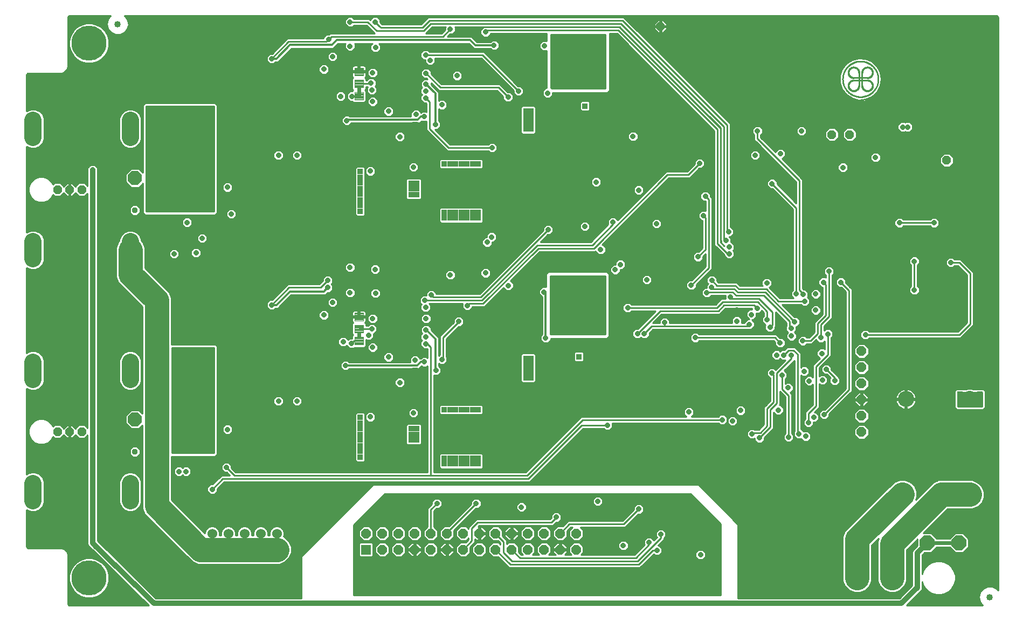
<source format=gbl>
G75*
%MOIN*%
%OFA0B0*%
%FSLAX25Y25*%
%IPPOS*%
%LPD*%
%AMOC8*
5,1,8,0,0,1.08239X$1,22.5*
%
%ADD10C,0.01000*%
%ADD11C,0.00100*%
%ADD12OC8,0.09693*%
%ADD13C,0.04000*%
%ADD14OC8,0.09055*%
%ADD15C,0.10000*%
%ADD16OC8,0.05315*%
%ADD17OC8,0.08600*%
%ADD18OC8,0.03543*%
%ADD19C,0.10638*%
%ADD20OC8,0.05906*%
%ADD21R,0.05906X0.05906*%
%ADD22R,0.06000X0.06000*%
%ADD23C,0.06000*%
%ADD24C,0.00409*%
%ADD25C,0.00404*%
%ADD26C,0.03200*%
%ADD27OC8,0.03175*%
%ADD28C,0.02400*%
%ADD29R,0.03175X0.03175*%
%ADD30C,0.21654*%
%ADD31C,0.01200*%
%ADD32C,0.15000*%
%ADD33C,0.01600*%
%ADD34C,0.10000*%
D10*
X0192036Y0071573D02*
X0191919Y0071933D01*
X0191904Y0072122D01*
X0191904Y0094589D01*
X0192006Y0094487D01*
X0194512Y0093449D01*
X0197225Y0093449D01*
X0199731Y0094487D01*
X0201650Y0096405D01*
X0202688Y0098911D01*
X0202688Y0112262D01*
X0201650Y0114768D01*
X0199731Y0116686D01*
X0197225Y0117724D01*
X0194512Y0117724D01*
X0192006Y0116686D01*
X0191904Y0116584D01*
X0191904Y0169589D01*
X0192006Y0169487D01*
X0194512Y0168449D01*
X0197225Y0168449D01*
X0199731Y0169487D01*
X0201650Y0171405D01*
X0202688Y0173911D01*
X0202688Y0187262D01*
X0201650Y0189768D01*
X0199731Y0191686D01*
X0197225Y0192724D01*
X0194512Y0192724D01*
X0192006Y0191686D01*
X0191904Y0191584D01*
X0191904Y0244195D01*
X0192006Y0244093D01*
X0194512Y0243055D01*
X0197225Y0243055D01*
X0199731Y0244093D01*
X0201650Y0246011D01*
X0202688Y0248518D01*
X0202688Y0261868D01*
X0201650Y0264374D01*
X0199731Y0266293D01*
X0197225Y0267331D01*
X0194512Y0267331D01*
X0192006Y0266293D01*
X0191904Y0266191D01*
X0191904Y0319195D01*
X0192006Y0319093D01*
X0194512Y0318055D01*
X0197225Y0318055D01*
X0199731Y0319093D01*
X0201650Y0321011D01*
X0202688Y0323518D01*
X0202688Y0336868D01*
X0201650Y0339374D01*
X0199731Y0341293D01*
X0197225Y0342331D01*
X0194512Y0342331D01*
X0192006Y0341293D01*
X0191904Y0341191D01*
X0191904Y0363461D01*
X0191919Y0363650D01*
X0192036Y0364009D01*
X0192258Y0364315D01*
X0192564Y0364538D01*
X0192924Y0364654D01*
X0193113Y0364669D01*
X0213732Y0364669D01*
X0215458Y0365384D01*
X0216780Y0366706D01*
X0217495Y0368432D01*
X0217495Y0398894D01*
X0217510Y0399083D01*
X0217626Y0399442D01*
X0217849Y0399748D01*
X0218155Y0399971D01*
X0218514Y0400087D01*
X0218703Y0400102D01*
X0243917Y0400102D01*
X0242149Y0397885D01*
X0241481Y0394957D01*
X0241481Y0394957D01*
X0242149Y0392028D01*
X0244022Y0389679D01*
X0244022Y0389679D01*
X0246729Y0388376D01*
X0249733Y0388376D01*
X0252440Y0389679D01*
X0252440Y0389679D01*
X0252440Y0389679D01*
X0254312Y0392028D01*
X0254981Y0394957D01*
X0254312Y0397885D01*
X0252545Y0400102D01*
X0791538Y0400102D01*
X0791727Y0400087D01*
X0792087Y0399971D01*
X0792393Y0399748D01*
X0792615Y0399442D01*
X0792732Y0399083D01*
X0792747Y0398894D01*
X0792747Y0044728D01*
X0791810Y0045903D01*
X0791810Y0045903D01*
X0789103Y0047207D01*
X0786099Y0047207D01*
X0783392Y0045903D01*
X0781520Y0043555D01*
X0781520Y0043555D01*
X0780851Y0040626D01*
X0781520Y0037697D01*
X0783287Y0035480D01*
X0736038Y0035480D01*
X0744463Y0043905D01*
X0745335Y0044777D01*
X0745807Y0045917D01*
X0745807Y0050077D01*
X0746251Y0048421D01*
X0747621Y0046048D01*
X0749558Y0044111D01*
X0751931Y0042741D01*
X0754578Y0042031D01*
X0757317Y0042031D01*
X0759964Y0042741D01*
X0762337Y0044111D01*
X0764274Y0046048D01*
X0765644Y0048421D01*
X0766353Y0051067D01*
X0766353Y0053807D01*
X0765644Y0056453D01*
X0764274Y0058826D01*
X0762337Y0060763D01*
X0759964Y0062133D01*
X0757317Y0062843D01*
X0754578Y0062843D01*
X0751931Y0062133D01*
X0749558Y0060763D01*
X0747621Y0058826D01*
X0746251Y0056453D01*
X0745807Y0054797D01*
X0745807Y0066653D01*
X0747217Y0068063D01*
X0751358Y0068063D01*
X0754685Y0071391D01*
X0762722Y0071391D01*
X0766049Y0068063D01*
X0771043Y0068063D01*
X0774573Y0071594D01*
X0774573Y0076587D01*
X0771043Y0080118D01*
X0766049Y0080118D01*
X0762722Y0076791D01*
X0754685Y0076791D01*
X0751358Y0080118D01*
X0746520Y0080118D01*
X0761408Y0095006D01*
X0776933Y0095006D01*
X0780240Y0096376D01*
X0782772Y0098908D01*
X0784142Y0102216D01*
X0784142Y0105796D01*
X0782772Y0109104D01*
X0780240Y0111636D01*
X0776933Y0113006D01*
X0755890Y0113006D01*
X0752582Y0111636D01*
X0741763Y0100817D01*
X0742457Y0102493D01*
X0742457Y0106074D01*
X0741087Y0109382D01*
X0738555Y0111913D01*
X0735248Y0113283D01*
X0731667Y0113283D01*
X0728359Y0111913D01*
X0701578Y0085132D01*
X0697924Y0081478D01*
X0696554Y0078170D01*
X0696554Y0050647D01*
X0697924Y0047339D01*
X0700456Y0044807D01*
X0703764Y0043437D01*
X0707344Y0043437D01*
X0710652Y0044807D01*
X0713184Y0047339D01*
X0714554Y0050647D01*
X0714554Y0072652D01*
X0718902Y0077000D01*
X0718207Y0075324D01*
X0718207Y0050647D01*
X0719578Y0047339D01*
X0722109Y0044807D01*
X0725417Y0043437D01*
X0728998Y0043437D01*
X0732305Y0044807D01*
X0734837Y0047339D01*
X0736207Y0050647D01*
X0736207Y0069806D01*
X0740337Y0073935D01*
X0742833Y0076432D01*
X0742833Y0072447D01*
X0740079Y0069693D01*
X0739607Y0068554D01*
X0739607Y0047818D01*
X0731673Y0039883D01*
X0631957Y0039883D01*
X0631957Y0085533D01*
X0607457Y0110033D01*
X0406207Y0110033D01*
X0361957Y0065783D01*
X0361957Y0039883D01*
X0271973Y0039883D01*
X0237080Y0074088D01*
X0237080Y0074088D01*
X0236651Y0074509D01*
X0235807Y0075352D01*
X0235807Y0305400D01*
X0235795Y0305430D01*
X0235795Y0306062D01*
X0235348Y0306509D01*
X0235335Y0306539D01*
X0234463Y0307412D01*
X0234433Y0307424D01*
X0233986Y0307871D01*
X0233354Y0307871D01*
X0233324Y0307883D01*
X0232091Y0307883D01*
X0232060Y0307871D01*
X0231429Y0307871D01*
X0230982Y0307424D01*
X0230951Y0307412D01*
X0230079Y0306539D01*
X0230067Y0306509D01*
X0229620Y0306062D01*
X0229620Y0305430D01*
X0229607Y0305400D01*
X0229607Y0294854D01*
X0227709Y0296752D01*
X0224265Y0296752D01*
X0222095Y0294583D01*
X0220126Y0296552D01*
X0218873Y0296552D01*
X0218873Y0292980D01*
X0218101Y0292980D01*
X0218101Y0296552D01*
X0216848Y0296552D01*
X0214878Y0294583D01*
X0212709Y0296752D01*
X0209265Y0296752D01*
X0208199Y0295686D01*
X0207639Y0297039D01*
X0205432Y0299246D01*
X0202548Y0300441D01*
X0199426Y0300441D01*
X0196542Y0299246D01*
X0194335Y0297039D01*
X0193140Y0294155D01*
X0193140Y0291034D01*
X0194335Y0288150D01*
X0196542Y0285943D01*
X0199426Y0284748D01*
X0202548Y0284748D01*
X0205432Y0285943D01*
X0207639Y0288150D01*
X0208199Y0289503D01*
X0209265Y0288437D01*
X0212709Y0288437D01*
X0214878Y0290606D01*
X0216848Y0288637D01*
X0218101Y0288637D01*
X0218101Y0292209D01*
X0218873Y0292209D01*
X0218873Y0288637D01*
X0220126Y0288637D01*
X0222095Y0290606D01*
X0224265Y0288437D01*
X0227709Y0288437D01*
X0229607Y0290335D01*
X0229607Y0145247D01*
X0227709Y0147146D01*
X0224265Y0147146D01*
X0222095Y0144976D01*
X0220126Y0146946D01*
X0218873Y0146946D01*
X0218873Y0143374D01*
X0218101Y0143374D01*
X0218101Y0146946D01*
X0216848Y0146946D01*
X0214878Y0144976D01*
X0212709Y0147146D01*
X0209265Y0147146D01*
X0208199Y0146080D01*
X0207639Y0147433D01*
X0205432Y0149640D01*
X0202548Y0150835D01*
X0199426Y0150835D01*
X0196542Y0149640D01*
X0194335Y0147433D01*
X0193140Y0144549D01*
X0193140Y0141427D01*
X0194335Y0138544D01*
X0196542Y0136336D01*
X0199426Y0135142D01*
X0202548Y0135142D01*
X0205432Y0136336D01*
X0207639Y0138544D01*
X0208199Y0139896D01*
X0209265Y0138831D01*
X0212709Y0138831D01*
X0214878Y0141000D01*
X0216848Y0139031D01*
X0218101Y0139031D01*
X0218101Y0142602D01*
X0218873Y0142602D01*
X0218873Y0139031D01*
X0220126Y0139031D01*
X0222095Y0141000D01*
X0224265Y0138831D01*
X0227709Y0138831D01*
X0229607Y0140729D01*
X0229607Y0074634D01*
X0229601Y0074619D01*
X0229607Y0074018D01*
X0229607Y0073452D01*
X0229613Y0073438D01*
X0229614Y0073386D01*
X0230097Y0072251D01*
X0231859Y0070524D01*
X0231859Y0070524D01*
X0232289Y0070103D01*
X0232714Y0069678D01*
X0232728Y0069672D01*
X0267608Y0035480D01*
X0218703Y0035480D01*
X0218514Y0035495D01*
X0218155Y0035612D01*
X0217849Y0035834D01*
X0217626Y0036140D01*
X0217510Y0036500D01*
X0217495Y0036689D01*
X0217495Y0067151D01*
X0216780Y0068877D01*
X0215458Y0070198D01*
X0213732Y0070913D01*
X0193113Y0070913D01*
X0192924Y0070928D01*
X0192564Y0071045D01*
X0192258Y0071267D01*
X0192036Y0071573D01*
X0191987Y0071722D02*
X0230636Y0071722D01*
X0229897Y0072721D02*
X0191904Y0072721D01*
X0191904Y0073719D02*
X0229607Y0073719D01*
X0229607Y0074718D02*
X0191904Y0074718D01*
X0191904Y0075716D02*
X0229607Y0075716D01*
X0229607Y0076715D02*
X0191904Y0076715D01*
X0191904Y0077713D02*
X0229607Y0077713D01*
X0229607Y0078712D02*
X0191904Y0078712D01*
X0191904Y0079711D02*
X0229607Y0079711D01*
X0229607Y0080709D02*
X0191904Y0080709D01*
X0191904Y0081708D02*
X0229607Y0081708D01*
X0229607Y0082706D02*
X0191904Y0082706D01*
X0191904Y0083705D02*
X0229607Y0083705D01*
X0229607Y0084703D02*
X0191904Y0084703D01*
X0191904Y0085702D02*
X0229607Y0085702D01*
X0229607Y0086700D02*
X0191904Y0086700D01*
X0191904Y0087699D02*
X0229607Y0087699D01*
X0229607Y0088697D02*
X0191904Y0088697D01*
X0191904Y0089696D02*
X0229607Y0089696D01*
X0229607Y0090694D02*
X0191904Y0090694D01*
X0191904Y0091693D02*
X0229607Y0091693D01*
X0229607Y0092691D02*
X0191904Y0092691D01*
X0191904Y0093690D02*
X0193931Y0093690D01*
X0197807Y0093690D02*
X0229607Y0093690D01*
X0229607Y0094688D02*
X0199933Y0094688D01*
X0200931Y0095687D02*
X0229607Y0095687D01*
X0229607Y0096685D02*
X0201766Y0096685D01*
X0202179Y0097684D02*
X0229607Y0097684D01*
X0229607Y0098682D02*
X0202593Y0098682D01*
X0202688Y0099681D02*
X0229607Y0099681D01*
X0229607Y0100679D02*
X0202688Y0100679D01*
X0202688Y0101678D02*
X0229607Y0101678D01*
X0229607Y0102676D02*
X0202688Y0102676D01*
X0202688Y0103675D02*
X0229607Y0103675D01*
X0229607Y0104673D02*
X0202688Y0104673D01*
X0202688Y0105672D02*
X0229607Y0105672D01*
X0229607Y0106670D02*
X0202688Y0106670D01*
X0202688Y0107669D02*
X0229607Y0107669D01*
X0229607Y0108667D02*
X0202688Y0108667D01*
X0202688Y0109666D02*
X0229607Y0109666D01*
X0229607Y0110664D02*
X0202688Y0110664D01*
X0202688Y0111663D02*
X0229607Y0111663D01*
X0229607Y0112661D02*
X0202522Y0112661D01*
X0202109Y0113660D02*
X0229607Y0113660D01*
X0229607Y0114658D02*
X0201695Y0114658D01*
X0200761Y0115657D02*
X0229607Y0115657D01*
X0229607Y0116655D02*
X0199762Y0116655D01*
X0197395Y0117654D02*
X0229607Y0117654D01*
X0229607Y0118652D02*
X0191904Y0118652D01*
X0191904Y0117654D02*
X0194342Y0117654D01*
X0191975Y0116655D02*
X0191904Y0116655D01*
X0191904Y0119651D02*
X0229607Y0119651D01*
X0229607Y0120649D02*
X0191904Y0120649D01*
X0191904Y0121648D02*
X0229607Y0121648D01*
X0229607Y0122647D02*
X0191904Y0122647D01*
X0191904Y0123645D02*
X0229607Y0123645D01*
X0229607Y0124644D02*
X0191904Y0124644D01*
X0191904Y0125642D02*
X0229607Y0125642D01*
X0229607Y0126641D02*
X0191904Y0126641D01*
X0191904Y0127639D02*
X0229607Y0127639D01*
X0229607Y0128638D02*
X0191904Y0128638D01*
X0191904Y0129636D02*
X0229607Y0129636D01*
X0229607Y0130635D02*
X0191904Y0130635D01*
X0191904Y0131633D02*
X0229607Y0131633D01*
X0229607Y0132632D02*
X0191904Y0132632D01*
X0191904Y0133630D02*
X0229607Y0133630D01*
X0229607Y0134629D02*
X0191904Y0134629D01*
X0191904Y0135627D02*
X0198254Y0135627D01*
X0196253Y0136626D02*
X0191904Y0136626D01*
X0191904Y0137624D02*
X0195254Y0137624D01*
X0194302Y0138623D02*
X0191904Y0138623D01*
X0191904Y0139621D02*
X0193889Y0139621D01*
X0193475Y0140620D02*
X0191904Y0140620D01*
X0191904Y0141618D02*
X0193140Y0141618D01*
X0193140Y0142617D02*
X0191904Y0142617D01*
X0191904Y0143615D02*
X0193140Y0143615D01*
X0193167Y0144614D02*
X0191904Y0144614D01*
X0191904Y0145612D02*
X0193581Y0145612D01*
X0193994Y0146611D02*
X0191904Y0146611D01*
X0191904Y0147609D02*
X0194511Y0147609D01*
X0195510Y0148608D02*
X0191904Y0148608D01*
X0191904Y0149606D02*
X0196508Y0149606D01*
X0198871Y0150605D02*
X0191904Y0150605D01*
X0191904Y0151603D02*
X0229607Y0151603D01*
X0229607Y0150605D02*
X0203102Y0150605D01*
X0205465Y0149606D02*
X0229607Y0149606D01*
X0229607Y0148608D02*
X0206464Y0148608D01*
X0207462Y0147609D02*
X0229607Y0147609D01*
X0229607Y0146611D02*
X0228244Y0146611D01*
X0229242Y0145612D02*
X0229607Y0145612D01*
X0229607Y0140620D02*
X0229498Y0140620D01*
X0229607Y0139621D02*
X0228499Y0139621D01*
X0229607Y0138623D02*
X0207672Y0138623D01*
X0208085Y0139621D02*
X0208474Y0139621D01*
X0206719Y0137624D02*
X0229607Y0137624D01*
X0229607Y0136626D02*
X0205721Y0136626D01*
X0203720Y0135627D02*
X0229607Y0135627D01*
X0235807Y0135627D02*
X0263457Y0135627D01*
X0263457Y0134629D02*
X0235807Y0134629D01*
X0235807Y0133630D02*
X0257427Y0133630D01*
X0257602Y0133805D02*
X0255686Y0131889D01*
X0255686Y0129178D01*
X0257602Y0127262D01*
X0260312Y0127262D01*
X0262229Y0129178D01*
X0262229Y0131889D01*
X0260312Y0133805D01*
X0257602Y0133805D01*
X0256429Y0132632D02*
X0235807Y0132632D01*
X0235807Y0131633D02*
X0255686Y0131633D01*
X0255686Y0130635D02*
X0235807Y0130635D01*
X0235807Y0129636D02*
X0255686Y0129636D01*
X0256226Y0128638D02*
X0235807Y0128638D01*
X0235807Y0127639D02*
X0257225Y0127639D01*
X0260690Y0127639D02*
X0263457Y0127639D01*
X0263457Y0126641D02*
X0235807Y0126641D01*
X0235807Y0125642D02*
X0263457Y0125642D01*
X0263457Y0124644D02*
X0235807Y0124644D01*
X0235807Y0123645D02*
X0263457Y0123645D01*
X0263457Y0122647D02*
X0235807Y0122647D01*
X0235807Y0121648D02*
X0263457Y0121648D01*
X0263457Y0120649D02*
X0235807Y0120649D01*
X0235807Y0119651D02*
X0263457Y0119651D01*
X0263457Y0118652D02*
X0235807Y0118652D01*
X0235807Y0117654D02*
X0254579Y0117654D01*
X0254749Y0117724D02*
X0252242Y0116686D01*
X0250324Y0114768D01*
X0249286Y0112262D01*
X0249286Y0098911D01*
X0250324Y0096405D01*
X0252242Y0094487D01*
X0254749Y0093449D01*
X0257461Y0093449D01*
X0259968Y0094487D01*
X0261886Y0096405D01*
X0262924Y0098911D01*
X0262924Y0112262D01*
X0261886Y0114768D01*
X0259968Y0116686D01*
X0257461Y0117724D01*
X0254749Y0117724D01*
X0252212Y0116655D02*
X0235807Y0116655D01*
X0235807Y0115657D02*
X0251213Y0115657D01*
X0250279Y0114658D02*
X0235807Y0114658D01*
X0235807Y0113660D02*
X0249865Y0113660D01*
X0249452Y0112661D02*
X0235807Y0112661D01*
X0235807Y0111663D02*
X0249286Y0111663D01*
X0249286Y0110664D02*
X0235807Y0110664D01*
X0235807Y0109666D02*
X0249286Y0109666D01*
X0249286Y0108667D02*
X0235807Y0108667D01*
X0235807Y0107669D02*
X0249286Y0107669D01*
X0249286Y0106670D02*
X0235807Y0106670D01*
X0235807Y0105672D02*
X0249286Y0105672D01*
X0249286Y0104673D02*
X0235807Y0104673D01*
X0235807Y0103675D02*
X0249286Y0103675D01*
X0249286Y0102676D02*
X0235807Y0102676D01*
X0235807Y0101678D02*
X0249286Y0101678D01*
X0249286Y0100679D02*
X0235807Y0100679D01*
X0235807Y0099681D02*
X0249286Y0099681D01*
X0249381Y0098682D02*
X0235807Y0098682D01*
X0235807Y0097684D02*
X0249795Y0097684D01*
X0250208Y0096685D02*
X0235807Y0096685D01*
X0235807Y0095687D02*
X0251043Y0095687D01*
X0252041Y0094688D02*
X0235807Y0094688D01*
X0235807Y0093690D02*
X0254167Y0093690D01*
X0258043Y0093690D02*
X0264101Y0093690D01*
X0263687Y0094688D02*
X0260169Y0094688D01*
X0261167Y0095687D02*
X0263457Y0095687D01*
X0263457Y0095243D02*
X0264828Y0091935D01*
X0294397Y0062366D01*
X0297705Y0060996D01*
X0348446Y0060996D01*
X0351754Y0062366D01*
X0354286Y0064898D01*
X0355656Y0068206D01*
X0355656Y0071786D01*
X0354286Y0075094D01*
X0351754Y0077626D01*
X0350722Y0078053D01*
X0351156Y0079101D01*
X0351156Y0080891D01*
X0350471Y0082545D01*
X0349205Y0083811D01*
X0347551Y0084496D01*
X0345761Y0084496D01*
X0344107Y0083811D01*
X0342841Y0082545D01*
X0342156Y0080891D01*
X0342156Y0079101D01*
X0342200Y0078996D01*
X0341113Y0078996D01*
X0341156Y0079101D01*
X0341156Y0080891D01*
X0340471Y0082545D01*
X0339205Y0083811D01*
X0337551Y0084496D01*
X0335761Y0084496D01*
X0334107Y0083811D01*
X0332841Y0082545D01*
X0332156Y0080891D01*
X0332156Y0079101D01*
X0332200Y0078996D01*
X0331113Y0078996D01*
X0331156Y0079101D01*
X0331156Y0080891D01*
X0330471Y0082545D01*
X0329205Y0083811D01*
X0327551Y0084496D01*
X0325761Y0084496D01*
X0324107Y0083811D01*
X0322841Y0082545D01*
X0322156Y0080891D01*
X0322156Y0079101D01*
X0322200Y0078996D01*
X0321113Y0078996D01*
X0321156Y0079101D01*
X0321156Y0080891D01*
X0320471Y0082545D01*
X0319205Y0083811D01*
X0317551Y0084496D01*
X0315761Y0084496D01*
X0314107Y0083811D01*
X0312841Y0082545D01*
X0312156Y0080891D01*
X0312156Y0079101D01*
X0312200Y0078996D01*
X0311113Y0078996D01*
X0311156Y0079101D01*
X0311156Y0080891D01*
X0310471Y0082545D01*
X0309205Y0083811D01*
X0307551Y0084496D01*
X0305761Y0084496D01*
X0304107Y0083811D01*
X0302841Y0082545D01*
X0302156Y0080891D01*
X0302156Y0080063D01*
X0281457Y0100761D01*
X0281457Y0127583D01*
X0308619Y0127583D01*
X0309907Y0128872D01*
X0309907Y0195695D01*
X0308619Y0196983D01*
X0281457Y0196983D01*
X0281457Y0225824D01*
X0280087Y0229132D01*
X0265207Y0244011D01*
X0265207Y0256881D01*
X0263837Y0260189D01*
X0262924Y0261102D01*
X0262924Y0261868D01*
X0261886Y0264374D01*
X0259968Y0266293D01*
X0257461Y0267331D01*
X0254749Y0267331D01*
X0252242Y0266293D01*
X0250324Y0264374D01*
X0249286Y0261868D01*
X0249286Y0261102D01*
X0248475Y0260291D01*
X0247105Y0256983D01*
X0247105Y0253403D01*
X0247207Y0253156D01*
X0247207Y0238493D01*
X0248578Y0235185D01*
X0251109Y0232654D01*
X0263457Y0220306D01*
X0263457Y0154236D01*
X0261360Y0156333D01*
X0256555Y0156333D01*
X0253157Y0152936D01*
X0253157Y0148131D01*
X0256555Y0144733D01*
X0261360Y0144733D01*
X0263457Y0146831D01*
X0263457Y0095243D01*
X0263457Y0096685D02*
X0262002Y0096685D01*
X0262415Y0097684D02*
X0263457Y0097684D01*
X0263457Y0098682D02*
X0262829Y0098682D01*
X0262924Y0099681D02*
X0263457Y0099681D01*
X0263457Y0100679D02*
X0262924Y0100679D01*
X0262924Y0101678D02*
X0263457Y0101678D01*
X0263457Y0102676D02*
X0262924Y0102676D01*
X0262924Y0103675D02*
X0263457Y0103675D01*
X0263457Y0104673D02*
X0262924Y0104673D01*
X0262924Y0105672D02*
X0263457Y0105672D01*
X0263457Y0106670D02*
X0262924Y0106670D01*
X0262924Y0107669D02*
X0263457Y0107669D01*
X0263457Y0108667D02*
X0262924Y0108667D01*
X0262924Y0109666D02*
X0263457Y0109666D01*
X0263457Y0110664D02*
X0262924Y0110664D01*
X0262924Y0111663D02*
X0263457Y0111663D01*
X0263457Y0112661D02*
X0262758Y0112661D01*
X0262345Y0113660D02*
X0263457Y0113660D01*
X0263457Y0114658D02*
X0261931Y0114658D01*
X0260997Y0115657D02*
X0263457Y0115657D01*
X0263457Y0116655D02*
X0259998Y0116655D01*
X0257631Y0117654D02*
X0263457Y0117654D01*
X0281457Y0117654D02*
X0283130Y0117654D01*
X0283130Y0116995D02*
X0284938Y0115186D01*
X0287496Y0115186D01*
X0288342Y0116032D01*
X0289179Y0115196D01*
X0291736Y0115196D01*
X0293545Y0117005D01*
X0293545Y0119562D01*
X0291736Y0121371D01*
X0289179Y0121371D01*
X0288332Y0120525D01*
X0287496Y0121361D01*
X0284938Y0121361D01*
X0283130Y0119552D01*
X0283130Y0116995D01*
X0283469Y0116655D02*
X0281457Y0116655D01*
X0281457Y0115657D02*
X0284468Y0115657D01*
X0281457Y0114658D02*
X0311254Y0114658D01*
X0311207Y0114612D02*
X0311207Y0114612D01*
X0306966Y0110371D01*
X0305429Y0110371D01*
X0303620Y0108562D01*
X0303620Y0106005D01*
X0305429Y0104196D01*
X0307986Y0104196D01*
X0309795Y0106005D01*
X0309795Y0107542D01*
X0314036Y0111783D01*
X0503036Y0111783D01*
X0504207Y0112955D01*
X0536036Y0144783D01*
X0548841Y0144783D01*
X0549929Y0143696D01*
X0552486Y0143696D01*
X0554295Y0145505D01*
X0554295Y0148062D01*
X0554074Y0148283D01*
X0619841Y0148283D01*
X0620929Y0147196D01*
X0623486Y0147196D01*
X0625295Y0149005D01*
X0625295Y0151562D01*
X0623486Y0153371D01*
X0620929Y0153371D01*
X0619841Y0152283D01*
X0603074Y0152283D01*
X0604545Y0153755D01*
X0604545Y0156312D01*
X0602736Y0158121D01*
X0600179Y0158121D01*
X0598370Y0156312D01*
X0598370Y0153755D01*
X0599841Y0152283D01*
X0535129Y0152283D01*
X0533957Y0151112D01*
X0500629Y0117783D01*
X0443957Y0117783D01*
X0443957Y0177696D01*
X0446486Y0177696D01*
X0448295Y0179505D01*
X0448295Y0182062D01*
X0446807Y0183550D01*
X0446807Y0185067D01*
X0447429Y0184446D01*
X0449986Y0184446D01*
X0451795Y0186255D01*
X0451795Y0188812D01*
X0451457Y0189150D01*
X0451457Y0200205D01*
X0459198Y0207946D01*
X0460486Y0207946D01*
X0462295Y0209755D01*
X0462295Y0212312D01*
X0460486Y0214121D01*
X0457929Y0214121D01*
X0456120Y0212312D01*
X0456120Y0210524D01*
X0448629Y0203033D01*
X0447457Y0201862D01*
X0447457Y0190621D01*
X0447429Y0190621D01*
X0446807Y0190000D01*
X0446807Y0201153D01*
X0442045Y0205916D01*
X0442045Y0207062D01*
X0440236Y0208871D01*
X0437679Y0208871D01*
X0435870Y0207062D01*
X0435870Y0204505D01*
X0436591Y0203783D01*
X0435620Y0202812D01*
X0435620Y0200255D01*
X0436466Y0199408D01*
X0435620Y0198562D01*
X0435620Y0196005D01*
X0437429Y0194196D01*
X0439957Y0194196D01*
X0439957Y0188400D01*
X0439236Y0189121D01*
X0436679Y0189121D01*
X0435691Y0188133D01*
X0435295Y0188133D01*
X0435295Y0188312D01*
X0433486Y0190121D01*
X0430929Y0190121D01*
X0429120Y0188312D01*
X0429120Y0185883D01*
X0391474Y0185883D01*
X0390486Y0186871D01*
X0387929Y0186871D01*
X0386120Y0185062D01*
X0386120Y0182505D01*
X0387929Y0180696D01*
X0390486Y0180696D01*
X0391474Y0181683D01*
X0434327Y0181683D01*
X0435557Y0182914D01*
X0436134Y0183490D01*
X0436679Y0182946D01*
X0439236Y0182946D01*
X0439957Y0183667D01*
X0439957Y0117783D01*
X0321286Y0117783D01*
X0318545Y0120524D01*
X0318545Y0122062D01*
X0316736Y0123871D01*
X0314179Y0123871D01*
X0312370Y0122062D01*
X0312370Y0119505D01*
X0314179Y0117696D01*
X0315716Y0117696D01*
X0317629Y0115783D01*
X0312379Y0115783D01*
X0311207Y0114612D01*
X0310255Y0113660D02*
X0281457Y0113660D01*
X0281457Y0112661D02*
X0309257Y0112661D01*
X0308258Y0111663D02*
X0281457Y0111663D01*
X0281457Y0110664D02*
X0307260Y0110664D01*
X0304724Y0109666D02*
X0281457Y0109666D01*
X0281457Y0108667D02*
X0303725Y0108667D01*
X0303620Y0107669D02*
X0281457Y0107669D01*
X0281457Y0106670D02*
X0303620Y0106670D01*
X0303953Y0105672D02*
X0281457Y0105672D01*
X0281457Y0104673D02*
X0304951Y0104673D01*
X0306707Y0107283D02*
X0313207Y0113783D01*
X0502207Y0113783D01*
X0535207Y0146783D01*
X0551207Y0146783D01*
X0549011Y0144614D02*
X0535866Y0144614D01*
X0534868Y0143615D02*
X0638173Y0143615D01*
X0637370Y0142812D02*
X0637370Y0140255D01*
X0639179Y0138446D01*
X0641736Y0138446D01*
X0642120Y0138830D01*
X0642120Y0137755D01*
X0643929Y0135946D01*
X0646486Y0135946D01*
X0648295Y0137755D01*
X0648295Y0139292D01*
X0653957Y0144955D01*
X0653957Y0154917D01*
X0655679Y0153196D01*
X0658236Y0153196D01*
X0660045Y0155005D01*
X0660045Y0157562D01*
X0658236Y0159371D01*
X0657623Y0159371D01*
X0657957Y0159705D01*
X0657957Y0167705D01*
X0658379Y0167283D01*
X0661207Y0164455D01*
X0661207Y0141900D01*
X0660120Y0140812D01*
X0660120Y0138255D01*
X0661929Y0136446D01*
X0664486Y0136446D01*
X0666295Y0138255D01*
X0666295Y0140812D01*
X0665207Y0141900D01*
X0665207Y0166112D01*
X0664305Y0167015D01*
X0666045Y0168755D01*
X0666045Y0171312D01*
X0664236Y0173121D01*
X0661679Y0173121D01*
X0661207Y0172650D01*
X0661207Y0175417D01*
X0662295Y0176505D01*
X0662295Y0179062D01*
X0660555Y0180802D01*
X0666707Y0186955D01*
X0666707Y0143150D01*
X0666370Y0142812D01*
X0666370Y0140255D01*
X0668179Y0138446D01*
X0670736Y0138446D01*
X0670832Y0138542D01*
X0672429Y0136946D01*
X0674986Y0136946D01*
X0676795Y0138755D01*
X0676795Y0141312D01*
X0674986Y0143121D01*
X0672429Y0143121D01*
X0672332Y0143025D01*
X0670736Y0144621D01*
X0670707Y0144621D01*
X0670707Y0177917D01*
X0671429Y0177196D01*
X0673986Y0177196D01*
X0675795Y0179005D01*
X0675795Y0181562D01*
X0673986Y0183371D01*
X0671429Y0183371D01*
X0670707Y0182650D01*
X0670707Y0191612D01*
X0669536Y0192783D01*
X0669536Y0192783D01*
X0668207Y0194112D01*
X0667036Y0195283D01*
X0662379Y0195283D01*
X0661207Y0194112D01*
X0660466Y0193371D01*
X0658929Y0193371D01*
X0657957Y0192400D01*
X0656986Y0193371D01*
X0654429Y0193371D01*
X0652620Y0191562D01*
X0652620Y0189005D01*
X0654429Y0187196D01*
X0656986Y0187196D01*
X0657957Y0188167D01*
X0658929Y0187196D01*
X0661292Y0187196D01*
X0655226Y0181131D01*
X0654086Y0182271D01*
X0651529Y0182271D01*
X0649720Y0180462D01*
X0649720Y0177905D01*
X0651529Y0176096D01*
X0651957Y0176096D01*
X0651957Y0162112D01*
X0649129Y0159283D01*
X0647957Y0158112D01*
X0647957Y0147362D01*
X0644879Y0144283D01*
X0642074Y0144283D01*
X0641736Y0144621D01*
X0639179Y0144621D01*
X0637370Y0142812D01*
X0637370Y0142617D02*
X0533869Y0142617D01*
X0532871Y0141618D02*
X0637370Y0141618D01*
X0637370Y0140620D02*
X0531872Y0140620D01*
X0530873Y0139621D02*
X0638003Y0139621D01*
X0639002Y0138623D02*
X0529875Y0138623D01*
X0528876Y0137624D02*
X0642250Y0137624D01*
X0642120Y0138623D02*
X0641913Y0138623D01*
X0643249Y0136626D02*
X0527878Y0136626D01*
X0526879Y0135627D02*
X0792747Y0135627D01*
X0792747Y0134629D02*
X0525881Y0134629D01*
X0524882Y0133630D02*
X0792747Y0133630D01*
X0792747Y0132632D02*
X0523884Y0132632D01*
X0522885Y0131633D02*
X0792747Y0131633D01*
X0792747Y0130635D02*
X0521887Y0130635D01*
X0520888Y0129636D02*
X0792747Y0129636D01*
X0792747Y0128638D02*
X0519890Y0128638D01*
X0518891Y0127639D02*
X0792747Y0127639D01*
X0792747Y0126641D02*
X0517893Y0126641D01*
X0516894Y0125642D02*
X0792747Y0125642D01*
X0792747Y0124644D02*
X0515896Y0124644D01*
X0514897Y0123645D02*
X0792747Y0123645D01*
X0792747Y0122647D02*
X0513899Y0122647D01*
X0512900Y0121648D02*
X0792747Y0121648D01*
X0792747Y0120649D02*
X0511902Y0120649D01*
X0510903Y0119651D02*
X0792747Y0119651D01*
X0792747Y0118652D02*
X0509905Y0118652D01*
X0508906Y0117654D02*
X0792747Y0117654D01*
X0792747Y0116655D02*
X0507908Y0116655D01*
X0506909Y0115657D02*
X0792747Y0115657D01*
X0792747Y0114658D02*
X0505911Y0114658D01*
X0504912Y0113660D02*
X0792747Y0113660D01*
X0792747Y0112661D02*
X0777764Y0112661D01*
X0780175Y0111663D02*
X0792747Y0111663D01*
X0792747Y0110664D02*
X0781212Y0110664D01*
X0782210Y0109666D02*
X0792747Y0109666D01*
X0792747Y0108667D02*
X0782953Y0108667D01*
X0783367Y0107669D02*
X0792747Y0107669D01*
X0792747Y0106670D02*
X0783780Y0106670D01*
X0784142Y0105672D02*
X0792747Y0105672D01*
X0792747Y0104673D02*
X0784142Y0104673D01*
X0784142Y0103675D02*
X0792747Y0103675D01*
X0792747Y0102676D02*
X0784142Y0102676D01*
X0783920Y0101678D02*
X0792747Y0101678D01*
X0792747Y0100679D02*
X0783506Y0100679D01*
X0783092Y0099681D02*
X0792747Y0099681D01*
X0792747Y0098682D02*
X0782547Y0098682D01*
X0781548Y0097684D02*
X0792747Y0097684D01*
X0792747Y0096685D02*
X0780550Y0096685D01*
X0778576Y0095687D02*
X0792747Y0095687D01*
X0792747Y0094688D02*
X0761090Y0094688D01*
X0760091Y0093690D02*
X0792747Y0093690D01*
X0792747Y0092691D02*
X0759093Y0092691D01*
X0758094Y0091693D02*
X0792747Y0091693D01*
X0792747Y0090694D02*
X0757096Y0090694D01*
X0756097Y0089696D02*
X0792747Y0089696D01*
X0792747Y0088697D02*
X0755099Y0088697D01*
X0754100Y0087699D02*
X0792747Y0087699D01*
X0792747Y0086700D02*
X0753102Y0086700D01*
X0752103Y0085702D02*
X0792747Y0085702D01*
X0792747Y0084703D02*
X0751105Y0084703D01*
X0750106Y0083705D02*
X0792747Y0083705D01*
X0792747Y0082706D02*
X0749108Y0082706D01*
X0748109Y0081708D02*
X0792747Y0081708D01*
X0792747Y0080709D02*
X0747111Y0080709D01*
X0751765Y0079711D02*
X0765642Y0079711D01*
X0764643Y0078712D02*
X0752764Y0078712D01*
X0753762Y0077713D02*
X0763645Y0077713D01*
X0763388Y0070724D02*
X0754019Y0070724D01*
X0753020Y0069725D02*
X0764387Y0069725D01*
X0765385Y0068727D02*
X0752021Y0068727D01*
X0746883Y0067728D02*
X0792747Y0067728D01*
X0792747Y0066730D02*
X0745884Y0066730D01*
X0745807Y0065731D02*
X0792747Y0065731D01*
X0792747Y0064733D02*
X0745807Y0064733D01*
X0745807Y0063734D02*
X0792747Y0063734D01*
X0792747Y0062736D02*
X0757716Y0062736D01*
X0760650Y0061737D02*
X0792747Y0061737D01*
X0792747Y0060739D02*
X0762361Y0060739D01*
X0763360Y0059740D02*
X0792747Y0059740D01*
X0792747Y0058742D02*
X0764323Y0058742D01*
X0764899Y0057743D02*
X0792747Y0057743D01*
X0792747Y0056745D02*
X0765476Y0056745D01*
X0765833Y0055746D02*
X0792747Y0055746D01*
X0792747Y0054748D02*
X0766101Y0054748D01*
X0766353Y0053749D02*
X0792747Y0053749D01*
X0792747Y0052751D02*
X0766353Y0052751D01*
X0766353Y0051752D02*
X0792747Y0051752D01*
X0792747Y0050754D02*
X0766269Y0050754D01*
X0766001Y0049755D02*
X0792747Y0049755D01*
X0792747Y0048757D02*
X0765734Y0048757D01*
X0765261Y0047758D02*
X0792747Y0047758D01*
X0792747Y0046760D02*
X0790031Y0046760D01*
X0791923Y0045761D02*
X0792747Y0045761D01*
X0792719Y0044763D02*
X0792747Y0044763D01*
X0785171Y0046760D02*
X0764685Y0046760D01*
X0763987Y0045761D02*
X0783279Y0045761D01*
X0783392Y0045903D02*
X0783392Y0045903D01*
X0782483Y0044763D02*
X0762989Y0044763D01*
X0761737Y0043764D02*
X0781687Y0043764D01*
X0781339Y0042766D02*
X0760007Y0042766D01*
X0751888Y0042766D02*
X0743324Y0042766D01*
X0744322Y0043764D02*
X0750158Y0043764D01*
X0748906Y0044763D02*
X0745321Y0044763D01*
X0745743Y0045761D02*
X0747908Y0045761D01*
X0747210Y0046760D02*
X0745807Y0046760D01*
X0745807Y0047758D02*
X0746634Y0047758D01*
X0746161Y0048757D02*
X0745807Y0048757D01*
X0745807Y0049755D02*
X0745894Y0049755D01*
X0745807Y0055746D02*
X0746062Y0055746D01*
X0745807Y0056745D02*
X0746419Y0056745D01*
X0746996Y0057743D02*
X0745807Y0057743D01*
X0745807Y0058742D02*
X0747572Y0058742D01*
X0748535Y0059740D02*
X0745807Y0059740D01*
X0745807Y0060739D02*
X0749534Y0060739D01*
X0751245Y0061737D02*
X0745807Y0061737D01*
X0745807Y0062736D02*
X0754179Y0062736D01*
X0739607Y0062736D02*
X0736207Y0062736D01*
X0736207Y0063734D02*
X0739607Y0063734D01*
X0739607Y0064733D02*
X0736207Y0064733D01*
X0736207Y0065731D02*
X0739607Y0065731D01*
X0739607Y0066730D02*
X0736207Y0066730D01*
X0736207Y0067728D02*
X0739607Y0067728D01*
X0739679Y0068727D02*
X0736207Y0068727D01*
X0736207Y0069725D02*
X0740112Y0069725D01*
X0741110Y0070724D02*
X0737126Y0070724D01*
X0738124Y0071722D02*
X0742109Y0071722D01*
X0742833Y0072721D02*
X0739123Y0072721D01*
X0740121Y0073719D02*
X0742833Y0073719D01*
X0742833Y0074718D02*
X0741120Y0074718D01*
X0742118Y0075716D02*
X0742833Y0075716D01*
X0732707Y0079033D02*
X0728707Y0083033D01*
X0728707Y0083283D01*
X0718784Y0076715D02*
X0718617Y0076715D01*
X0718370Y0075716D02*
X0717618Y0075716D01*
X0718207Y0074718D02*
X0716620Y0074718D01*
X0715621Y0073719D02*
X0718207Y0073719D01*
X0718207Y0072721D02*
X0714623Y0072721D01*
X0714554Y0071722D02*
X0718207Y0071722D01*
X0718207Y0070724D02*
X0714554Y0070724D01*
X0714554Y0069725D02*
X0718207Y0069725D01*
X0718207Y0068727D02*
X0714554Y0068727D01*
X0714554Y0067728D02*
X0718207Y0067728D01*
X0718207Y0066730D02*
X0714554Y0066730D01*
X0714554Y0065731D02*
X0718207Y0065731D01*
X0718207Y0064733D02*
X0714554Y0064733D01*
X0714554Y0063734D02*
X0718207Y0063734D01*
X0718207Y0062736D02*
X0714554Y0062736D01*
X0714554Y0061737D02*
X0718207Y0061737D01*
X0718207Y0060739D02*
X0714554Y0060739D01*
X0714554Y0059740D02*
X0718207Y0059740D01*
X0718207Y0058742D02*
X0714554Y0058742D01*
X0714554Y0057743D02*
X0718207Y0057743D01*
X0718207Y0056745D02*
X0714554Y0056745D01*
X0714554Y0055746D02*
X0718207Y0055746D01*
X0718207Y0054748D02*
X0714554Y0054748D01*
X0714554Y0053749D02*
X0718207Y0053749D01*
X0718207Y0052751D02*
X0714554Y0052751D01*
X0714554Y0051752D02*
X0718207Y0051752D01*
X0718207Y0050754D02*
X0714554Y0050754D01*
X0714184Y0049755D02*
X0718577Y0049755D01*
X0718990Y0048757D02*
X0713771Y0048757D01*
X0713357Y0047758D02*
X0719404Y0047758D01*
X0720157Y0046760D02*
X0712604Y0046760D01*
X0711606Y0045761D02*
X0721155Y0045761D01*
X0722217Y0044763D02*
X0710544Y0044763D01*
X0708134Y0043764D02*
X0724627Y0043764D01*
X0729787Y0043764D02*
X0735554Y0043764D01*
X0734555Y0042766D02*
X0631957Y0042766D01*
X0631957Y0043764D02*
X0702974Y0043764D01*
X0700563Y0044763D02*
X0631957Y0044763D01*
X0631957Y0045761D02*
X0699502Y0045761D01*
X0698503Y0046760D02*
X0631957Y0046760D01*
X0631957Y0047758D02*
X0697750Y0047758D01*
X0697337Y0048757D02*
X0631957Y0048757D01*
X0631957Y0049755D02*
X0696923Y0049755D01*
X0696554Y0050754D02*
X0631957Y0050754D01*
X0631957Y0051752D02*
X0696554Y0051752D01*
X0696554Y0052751D02*
X0631957Y0052751D01*
X0631957Y0053749D02*
X0696554Y0053749D01*
X0696554Y0054748D02*
X0631957Y0054748D01*
X0631957Y0055746D02*
X0696554Y0055746D01*
X0696554Y0056745D02*
X0631957Y0056745D01*
X0631957Y0057743D02*
X0696554Y0057743D01*
X0696554Y0058742D02*
X0631957Y0058742D01*
X0631957Y0059740D02*
X0696554Y0059740D01*
X0696554Y0060739D02*
X0631957Y0060739D01*
X0631957Y0061737D02*
X0696554Y0061737D01*
X0696554Y0062736D02*
X0631957Y0062736D01*
X0631957Y0063734D02*
X0696554Y0063734D01*
X0696554Y0064733D02*
X0631957Y0064733D01*
X0631957Y0065731D02*
X0696554Y0065731D01*
X0696554Y0066730D02*
X0631957Y0066730D01*
X0631957Y0067728D02*
X0696554Y0067728D01*
X0696554Y0068727D02*
X0631957Y0068727D01*
X0631957Y0069725D02*
X0696554Y0069725D01*
X0696554Y0070724D02*
X0631957Y0070724D01*
X0631957Y0071722D02*
X0696554Y0071722D01*
X0696554Y0072721D02*
X0631957Y0072721D01*
X0631957Y0073719D02*
X0696554Y0073719D01*
X0696554Y0074718D02*
X0631957Y0074718D01*
X0631957Y0075716D02*
X0696554Y0075716D01*
X0696554Y0076715D02*
X0631957Y0076715D01*
X0631957Y0077713D02*
X0696554Y0077713D01*
X0696778Y0078712D02*
X0631957Y0078712D01*
X0631957Y0079711D02*
X0697192Y0079711D01*
X0697605Y0080709D02*
X0631957Y0080709D01*
X0631957Y0081708D02*
X0698154Y0081708D01*
X0699152Y0082706D02*
X0631957Y0082706D01*
X0631957Y0083705D02*
X0700151Y0083705D01*
X0701149Y0084703D02*
X0631957Y0084703D01*
X0631789Y0085702D02*
X0702148Y0085702D01*
X0703146Y0086700D02*
X0630791Y0086700D01*
X0629792Y0087699D02*
X0704145Y0087699D01*
X0705143Y0088697D02*
X0628794Y0088697D01*
X0627795Y0089696D02*
X0706142Y0089696D01*
X0707140Y0090694D02*
X0626797Y0090694D01*
X0625798Y0091693D02*
X0708139Y0091693D01*
X0709137Y0092691D02*
X0624800Y0092691D01*
X0623801Y0093690D02*
X0710136Y0093690D01*
X0711134Y0094688D02*
X0622803Y0094688D01*
X0621804Y0095687D02*
X0712133Y0095687D01*
X0713131Y0096685D02*
X0620806Y0096685D01*
X0619807Y0097684D02*
X0714130Y0097684D01*
X0715128Y0098682D02*
X0618809Y0098682D01*
X0617810Y0099681D02*
X0716127Y0099681D01*
X0717125Y0100679D02*
X0616812Y0100679D01*
X0615813Y0101678D02*
X0718124Y0101678D01*
X0719122Y0102676D02*
X0614815Y0102676D01*
X0613816Y0103675D02*
X0720121Y0103675D01*
X0721119Y0104673D02*
X0612818Y0104673D01*
X0611819Y0105672D02*
X0722118Y0105672D01*
X0723116Y0106670D02*
X0610820Y0106670D01*
X0609822Y0107669D02*
X0724115Y0107669D01*
X0725113Y0108667D02*
X0608823Y0108667D01*
X0607825Y0109666D02*
X0726112Y0109666D01*
X0727110Y0110664D02*
X0312917Y0110664D01*
X0311918Y0109666D02*
X0405840Y0109666D01*
X0404841Y0108667D02*
X0310920Y0108667D01*
X0309921Y0107669D02*
X0403843Y0107669D01*
X0402844Y0106670D02*
X0309795Y0106670D01*
X0309462Y0105672D02*
X0401846Y0105672D01*
X0400847Y0104673D02*
X0308463Y0104673D01*
X0313915Y0111663D02*
X0728109Y0111663D01*
X0730165Y0112661D02*
X0503914Y0112661D01*
X0501457Y0115783D02*
X0441957Y0115783D01*
X0441957Y0195283D01*
X0439957Y0197283D01*
X0438707Y0197283D01*
X0435620Y0197535D02*
X0407822Y0197535D01*
X0407236Y0198121D02*
X0404679Y0198121D01*
X0402870Y0196312D01*
X0402870Y0193755D01*
X0404679Y0191946D01*
X0407236Y0191946D01*
X0409045Y0193755D01*
X0409045Y0196312D01*
X0407236Y0198121D01*
X0408821Y0196536D02*
X0435620Y0196536D01*
X0436087Y0195538D02*
X0409045Y0195538D01*
X0409045Y0194539D02*
X0437085Y0194539D01*
X0439957Y0193541D02*
X0408831Y0193541D01*
X0407832Y0192542D02*
X0439957Y0192542D01*
X0439957Y0191544D02*
X0417563Y0191544D01*
X0416986Y0192121D02*
X0414429Y0192121D01*
X0412620Y0190312D01*
X0412620Y0187755D01*
X0414429Y0185946D01*
X0416986Y0185946D01*
X0418795Y0187755D01*
X0418795Y0190312D01*
X0416986Y0192121D01*
X0418562Y0190545D02*
X0439957Y0190545D01*
X0439957Y0189547D02*
X0434060Y0189547D01*
X0435059Y0188548D02*
X0436106Y0188548D01*
X0439809Y0188548D02*
X0439957Y0188548D01*
X0439957Y0183556D02*
X0439846Y0183556D01*
X0439957Y0182557D02*
X0435201Y0182557D01*
X0439957Y0181559D02*
X0391349Y0181559D01*
X0387066Y0181559D02*
X0309907Y0181559D01*
X0309907Y0182557D02*
X0386120Y0182557D01*
X0386120Y0183556D02*
X0309907Y0183556D01*
X0309907Y0184554D02*
X0386120Y0184554D01*
X0386610Y0185553D02*
X0309907Y0185553D01*
X0309907Y0186551D02*
X0387609Y0186551D01*
X0390806Y0186551D02*
X0413823Y0186551D01*
X0412825Y0187550D02*
X0309907Y0187550D01*
X0309907Y0188548D02*
X0412620Y0188548D01*
X0412620Y0189547D02*
X0309907Y0189547D01*
X0309907Y0190545D02*
X0412853Y0190545D01*
X0413851Y0191544D02*
X0309907Y0191544D01*
X0309907Y0192542D02*
X0404082Y0192542D01*
X0403084Y0193541D02*
X0309907Y0193541D01*
X0309907Y0194539D02*
X0391585Y0194539D01*
X0391679Y0194446D02*
X0394236Y0194446D01*
X0394784Y0194994D01*
X0400911Y0194994D01*
X0401910Y0195993D01*
X0401910Y0199714D01*
X0402179Y0199446D01*
X0404736Y0199446D01*
X0406545Y0201255D01*
X0406545Y0203446D01*
X0406736Y0203446D01*
X0408545Y0205255D01*
X0408545Y0207812D01*
X0406736Y0209621D01*
X0404179Y0209621D01*
X0403091Y0208533D01*
X0401910Y0208533D01*
X0401910Y0209594D01*
X0401078Y0210426D01*
X0401129Y0210455D01*
X0401409Y0210736D01*
X0401608Y0211079D01*
X0401710Y0211461D01*
X0401710Y0213514D01*
X0397957Y0213514D01*
X0397957Y0214514D01*
X0396957Y0214514D01*
X0396957Y0213514D01*
X0393205Y0213514D01*
X0393205Y0211461D01*
X0393307Y0211079D01*
X0393505Y0210736D01*
X0393785Y0210455D01*
X0393837Y0210426D01*
X0393005Y0209594D01*
X0393005Y0203473D01*
X0393684Y0202793D01*
X0393005Y0202114D01*
X0393005Y0200621D01*
X0391679Y0200621D01*
X0390795Y0199737D01*
X0390795Y0199812D01*
X0388986Y0201621D01*
X0386429Y0201621D01*
X0384620Y0199812D01*
X0384620Y0197255D01*
X0386429Y0195446D01*
X0388986Y0195446D01*
X0389870Y0196330D01*
X0389870Y0196255D01*
X0391679Y0194446D01*
X0390587Y0195538D02*
X0389078Y0195538D01*
X0386337Y0195538D02*
X0309907Y0195538D01*
X0309066Y0196536D02*
X0385338Y0196536D01*
X0384620Y0197535D02*
X0281457Y0197535D01*
X0281457Y0198533D02*
X0384620Y0198533D01*
X0384620Y0199532D02*
X0281457Y0199532D01*
X0281457Y0200530D02*
X0385338Y0200530D01*
X0386337Y0201529D02*
X0281457Y0201529D01*
X0281457Y0202527D02*
X0393418Y0202527D01*
X0393005Y0201529D02*
X0389078Y0201529D01*
X0390077Y0200530D02*
X0391588Y0200530D01*
X0394477Y0199053D02*
X0392957Y0197533D01*
X0394477Y0199053D02*
X0397457Y0199053D01*
X0397438Y0199033D01*
X0401910Y0199532D02*
X0402093Y0199532D01*
X0401910Y0198533D02*
X0435620Y0198533D01*
X0436343Y0199532D02*
X0404822Y0199532D01*
X0405820Y0200530D02*
X0435620Y0200530D01*
X0435620Y0201529D02*
X0406545Y0201529D01*
X0406545Y0202527D02*
X0435620Y0202527D01*
X0436334Y0203526D02*
X0406816Y0203526D01*
X0407815Y0204524D02*
X0435870Y0204524D01*
X0435870Y0205523D02*
X0408545Y0205523D01*
X0408545Y0206521D02*
X0435870Y0206521D01*
X0436328Y0207520D02*
X0408545Y0207520D01*
X0407839Y0208518D02*
X0437326Y0208518D01*
X0437679Y0209696D02*
X0440236Y0209696D01*
X0442045Y0211505D01*
X0442045Y0214062D01*
X0440236Y0215871D01*
X0437679Y0215871D01*
X0435870Y0214062D01*
X0435870Y0211505D01*
X0437679Y0209696D01*
X0436859Y0210516D02*
X0408056Y0210516D01*
X0407236Y0209696D02*
X0409045Y0211505D01*
X0409045Y0214062D01*
X0407236Y0215871D01*
X0404679Y0215871D01*
X0402870Y0214062D01*
X0402870Y0211505D01*
X0404679Y0209696D01*
X0407236Y0209696D01*
X0406840Y0209517D02*
X0455112Y0209517D01*
X0454114Y0208518D02*
X0440589Y0208518D01*
X0441587Y0207520D02*
X0453115Y0207520D01*
X0452117Y0206521D02*
X0442045Y0206521D01*
X0442438Y0205523D02*
X0451118Y0205523D01*
X0450120Y0204524D02*
X0443436Y0204524D01*
X0444435Y0203526D02*
X0449121Y0203526D01*
X0448123Y0202527D02*
X0445433Y0202527D01*
X0446432Y0201529D02*
X0447457Y0201529D01*
X0447457Y0200530D02*
X0446807Y0200530D01*
X0446807Y0199532D02*
X0447457Y0199532D01*
X0447457Y0198533D02*
X0446807Y0198533D01*
X0446807Y0197535D02*
X0447457Y0197535D01*
X0447457Y0196536D02*
X0446807Y0196536D01*
X0446807Y0195538D02*
X0447457Y0195538D01*
X0447457Y0194539D02*
X0446807Y0194539D01*
X0446807Y0193541D02*
X0447457Y0193541D01*
X0447457Y0192542D02*
X0446807Y0192542D01*
X0446807Y0191544D02*
X0447457Y0191544D01*
X0447353Y0190545D02*
X0446807Y0190545D01*
X0449457Y0188283D02*
X0448707Y0187533D01*
X0449457Y0188283D02*
X0449457Y0201033D01*
X0459207Y0210783D01*
X0459207Y0211033D01*
X0457319Y0213511D02*
X0442045Y0213511D01*
X0442045Y0212513D02*
X0456320Y0212513D01*
X0456120Y0211514D02*
X0442045Y0211514D01*
X0441056Y0210516D02*
X0456111Y0210516D01*
X0458772Y0207520D02*
X0510857Y0207520D01*
X0510857Y0208518D02*
X0461059Y0208518D01*
X0462057Y0209517D02*
X0510857Y0209517D01*
X0510857Y0210516D02*
X0462295Y0210516D01*
X0462295Y0211514D02*
X0510857Y0211514D01*
X0510857Y0212513D02*
X0462095Y0212513D01*
X0461096Y0213511D02*
X0510857Y0213511D01*
X0510857Y0214510D02*
X0441597Y0214510D01*
X0440599Y0215508D02*
X0510857Y0215508D01*
X0510857Y0216507D02*
X0401710Y0216507D01*
X0401710Y0216566D02*
X0401608Y0216949D01*
X0401409Y0217292D01*
X0401129Y0217572D01*
X0400786Y0217770D01*
X0400403Y0217873D01*
X0397957Y0217873D01*
X0397957Y0214514D01*
X0401710Y0214514D01*
X0401710Y0216566D01*
X0401710Y0215508D02*
X0404316Y0215508D01*
X0403317Y0214510D02*
X0397957Y0214510D01*
X0397957Y0215508D02*
X0396957Y0215508D01*
X0396957Y0214514D02*
X0396957Y0217873D01*
X0394511Y0217873D01*
X0394129Y0217770D01*
X0393785Y0217572D01*
X0393505Y0217292D01*
X0393307Y0216949D01*
X0393205Y0216566D01*
X0393205Y0214514D01*
X0396957Y0214514D01*
X0396957Y0214510D02*
X0378795Y0214510D01*
X0378795Y0213755D02*
X0376986Y0211946D01*
X0374429Y0211946D01*
X0372620Y0213755D01*
X0372620Y0216312D01*
X0374429Y0218121D01*
X0376986Y0218121D01*
X0378795Y0216312D01*
X0378795Y0213755D01*
X0378551Y0213511D02*
X0393205Y0213511D01*
X0393205Y0212513D02*
X0377553Y0212513D01*
X0378795Y0215508D02*
X0393205Y0215508D01*
X0393205Y0216507D02*
X0378600Y0216507D01*
X0377602Y0217505D02*
X0393718Y0217505D01*
X0396957Y0217505D02*
X0397957Y0217505D01*
X0397957Y0216507D02*
X0396957Y0216507D01*
X0401196Y0217505D02*
X0436619Y0217505D01*
X0437429Y0216696D02*
X0439986Y0216696D01*
X0441795Y0218505D01*
X0441795Y0221062D01*
X0440824Y0222033D01*
X0461370Y0222033D01*
X0461370Y0219505D01*
X0463179Y0217696D01*
X0465736Y0217696D01*
X0467545Y0219505D01*
X0467545Y0220033D01*
X0475036Y0220033D01*
X0486938Y0231936D01*
X0488679Y0230196D01*
X0491236Y0230196D01*
X0493045Y0232005D01*
X0493045Y0234562D01*
X0491305Y0236302D01*
X0509286Y0254283D01*
X0543536Y0254283D01*
X0543870Y0254618D01*
X0543870Y0254255D01*
X0545679Y0252446D01*
X0548236Y0252446D01*
X0550045Y0254255D01*
X0550045Y0256812D01*
X0548236Y0258621D01*
X0547873Y0258621D01*
X0589036Y0299783D01*
X0602036Y0299783D01*
X0603207Y0300955D01*
X0607948Y0305696D01*
X0609486Y0305696D01*
X0611295Y0307505D01*
X0611295Y0310062D01*
X0609486Y0311871D01*
X0606929Y0311871D01*
X0605120Y0310062D01*
X0605120Y0308524D01*
X0600379Y0303783D01*
X0587379Y0303783D01*
X0557476Y0273881D01*
X0555736Y0275621D01*
X0553179Y0275621D01*
X0551370Y0273812D01*
X0551370Y0271255D01*
X0551610Y0271015D01*
X0540879Y0260283D01*
X0509786Y0260283D01*
X0514198Y0264696D01*
X0515736Y0264696D01*
X0517545Y0266505D01*
X0517545Y0269062D01*
X0515736Y0270871D01*
X0513179Y0270871D01*
X0511370Y0269062D01*
X0511370Y0267524D01*
X0472129Y0228283D01*
X0445295Y0228283D01*
X0445295Y0228812D01*
X0443486Y0230621D01*
X0440929Y0230621D01*
X0439120Y0228812D01*
X0439120Y0227121D01*
X0436929Y0227121D01*
X0435120Y0225312D01*
X0435120Y0222755D01*
X0436216Y0221658D01*
X0435620Y0221062D01*
X0435620Y0218505D01*
X0437429Y0216696D01*
X0437316Y0215508D02*
X0407599Y0215508D01*
X0408597Y0214510D02*
X0436317Y0214510D01*
X0435870Y0213511D02*
X0409045Y0213511D01*
X0409045Y0212513D02*
X0435870Y0212513D01*
X0435870Y0211514D02*
X0409045Y0211514D01*
X0403859Y0210516D02*
X0401189Y0210516D01*
X0401710Y0211514D02*
X0402870Y0211514D01*
X0402870Y0212513D02*
X0401710Y0212513D01*
X0401710Y0213511D02*
X0402870Y0213511D01*
X0401910Y0209517D02*
X0404075Y0209517D01*
X0405457Y0206533D02*
X0397457Y0206533D01*
X0393005Y0206521D02*
X0281457Y0206521D01*
X0281457Y0205523D02*
X0393005Y0205523D01*
X0393005Y0204524D02*
X0281457Y0204524D01*
X0281457Y0203526D02*
X0393005Y0203526D01*
X0393005Y0207520D02*
X0281457Y0207520D01*
X0281457Y0208518D02*
X0393005Y0208518D01*
X0393005Y0209517D02*
X0281457Y0209517D01*
X0281457Y0210516D02*
X0393725Y0210516D01*
X0393205Y0211514D02*
X0281457Y0211514D01*
X0281457Y0212513D02*
X0373862Y0212513D01*
X0372864Y0213511D02*
X0281457Y0213511D01*
X0281457Y0214510D02*
X0372620Y0214510D01*
X0372620Y0215508D02*
X0281457Y0215508D01*
X0281457Y0216507D02*
X0372814Y0216507D01*
X0373813Y0217505D02*
X0281457Y0217505D01*
X0281457Y0218504D02*
X0341871Y0218504D01*
X0342179Y0218196D02*
X0344736Y0218196D01*
X0345724Y0219183D01*
X0347327Y0219183D01*
X0348557Y0220414D01*
X0355577Y0227433D01*
X0376577Y0227433D01*
X0378090Y0228946D01*
X0379486Y0228946D01*
X0381295Y0230755D01*
X0381295Y0233312D01*
X0380324Y0234283D01*
X0381295Y0235255D01*
X0381295Y0237812D01*
X0379486Y0239621D01*
X0376929Y0239621D01*
X0375120Y0237812D01*
X0375120Y0236274D01*
X0372879Y0234033D01*
X0353379Y0234033D01*
X0352207Y0232862D01*
X0343716Y0224371D01*
X0342179Y0224371D01*
X0340370Y0222562D01*
X0340370Y0220005D01*
X0342179Y0218196D01*
X0340872Y0219502D02*
X0281457Y0219502D01*
X0281457Y0220501D02*
X0340370Y0220501D01*
X0340370Y0221499D02*
X0281457Y0221499D01*
X0281457Y0222498D02*
X0340370Y0222498D01*
X0341304Y0223496D02*
X0281457Y0223496D01*
X0281457Y0224495D02*
X0343840Y0224495D01*
X0344839Y0225493D02*
X0281457Y0225493D01*
X0281181Y0226492D02*
X0345837Y0226492D01*
X0346836Y0227490D02*
X0280767Y0227490D01*
X0280353Y0228489D02*
X0347834Y0228489D01*
X0348833Y0229487D02*
X0279731Y0229487D01*
X0278733Y0230486D02*
X0349831Y0230486D01*
X0350830Y0231484D02*
X0277734Y0231484D01*
X0276736Y0232483D02*
X0351828Y0232483D01*
X0352207Y0232862D02*
X0352207Y0232862D01*
X0352827Y0233481D02*
X0275737Y0233481D01*
X0274739Y0234480D02*
X0373325Y0234480D01*
X0374324Y0235478D02*
X0273740Y0235478D01*
X0272742Y0236477D02*
X0375120Y0236477D01*
X0375120Y0237475D02*
X0271743Y0237475D01*
X0270745Y0238474D02*
X0375781Y0238474D01*
X0376780Y0239472D02*
X0269746Y0239472D01*
X0268748Y0240471D02*
X0405904Y0240471D01*
X0406179Y0240196D02*
X0408736Y0240196D01*
X0410545Y0242005D01*
X0410545Y0244562D01*
X0408736Y0246371D01*
X0406179Y0246371D01*
X0404370Y0244562D01*
X0404370Y0242005D01*
X0406179Y0240196D01*
X0404905Y0241469D02*
X0393259Y0241469D01*
X0393236Y0241446D02*
X0395045Y0243255D01*
X0395045Y0245812D01*
X0393236Y0247621D01*
X0390679Y0247621D01*
X0388870Y0245812D01*
X0388870Y0243255D01*
X0390679Y0241446D01*
X0393236Y0241446D01*
X0394258Y0242468D02*
X0404370Y0242468D01*
X0404370Y0243466D02*
X0395045Y0243466D01*
X0395045Y0244465D02*
X0404370Y0244465D01*
X0405271Y0245463D02*
X0395045Y0245463D01*
X0394395Y0246462D02*
X0490307Y0246462D01*
X0489309Y0245463D02*
X0409644Y0245463D01*
X0410545Y0244465D02*
X0488310Y0244465D01*
X0487312Y0243466D02*
X0477641Y0243466D01*
X0476986Y0244121D02*
X0474429Y0244121D01*
X0472620Y0242312D01*
X0472620Y0239755D01*
X0474429Y0237946D01*
X0476986Y0237946D01*
X0478795Y0239755D01*
X0478795Y0242312D01*
X0476986Y0244121D01*
X0478639Y0242468D02*
X0486313Y0242468D01*
X0485315Y0241469D02*
X0478795Y0241469D01*
X0478795Y0240471D02*
X0484316Y0240471D01*
X0483318Y0239472D02*
X0478512Y0239472D01*
X0477514Y0238474D02*
X0482319Y0238474D01*
X0481321Y0237475D02*
X0456015Y0237475D01*
X0455236Y0236696D02*
X0457045Y0238505D01*
X0457045Y0241062D01*
X0455236Y0242871D01*
X0452679Y0242871D01*
X0450870Y0241062D01*
X0450870Y0238505D01*
X0452679Y0236696D01*
X0455236Y0236696D01*
X0457014Y0238474D02*
X0473901Y0238474D01*
X0472902Y0239472D02*
X0457045Y0239472D01*
X0457045Y0240471D02*
X0472620Y0240471D01*
X0472620Y0241469D02*
X0456638Y0241469D01*
X0455639Y0242468D02*
X0472776Y0242468D01*
X0473774Y0243466D02*
X0410545Y0243466D01*
X0410545Y0242468D02*
X0452276Y0242468D01*
X0451277Y0241469D02*
X0410009Y0241469D01*
X0409011Y0240471D02*
X0450870Y0240471D01*
X0450870Y0239472D02*
X0379635Y0239472D01*
X0380633Y0238474D02*
X0450901Y0238474D01*
X0451899Y0237475D02*
X0381295Y0237475D01*
X0381295Y0236477D02*
X0480322Y0236477D01*
X0479324Y0235478D02*
X0381295Y0235478D01*
X0380520Y0234480D02*
X0478325Y0234480D01*
X0477327Y0233481D02*
X0381126Y0233481D01*
X0381295Y0232483D02*
X0476328Y0232483D01*
X0475330Y0231484D02*
X0409123Y0231484D01*
X0408986Y0231621D02*
X0406429Y0231621D01*
X0404620Y0229812D01*
X0404620Y0227255D01*
X0406429Y0225446D01*
X0408986Y0225446D01*
X0410795Y0227255D01*
X0410795Y0229812D01*
X0408986Y0231621D01*
X0410121Y0230486D02*
X0440793Y0230486D01*
X0439795Y0229487D02*
X0410795Y0229487D01*
X0410795Y0228489D02*
X0439120Y0228489D01*
X0439120Y0227490D02*
X0410795Y0227490D01*
X0410032Y0226492D02*
X0436299Y0226492D01*
X0435301Y0225493D02*
X0409033Y0225493D01*
X0406381Y0225493D02*
X0382864Y0225493D01*
X0382486Y0225871D02*
X0379929Y0225871D01*
X0378120Y0224062D01*
X0378120Y0221505D01*
X0379929Y0219696D01*
X0382486Y0219696D01*
X0384295Y0221505D01*
X0384295Y0224062D01*
X0382486Y0225871D01*
X0383862Y0224495D02*
X0435120Y0224495D01*
X0435120Y0223496D02*
X0384295Y0223496D01*
X0384295Y0222498D02*
X0435377Y0222498D01*
X0436057Y0221499D02*
X0384289Y0221499D01*
X0383291Y0220501D02*
X0435620Y0220501D01*
X0435620Y0219502D02*
X0347646Y0219502D01*
X0348644Y0220501D02*
X0379124Y0220501D01*
X0378125Y0221499D02*
X0349643Y0221499D01*
X0350641Y0222498D02*
X0378120Y0222498D01*
X0378120Y0223496D02*
X0351640Y0223496D01*
X0352638Y0224495D02*
X0378552Y0224495D01*
X0379551Y0225493D02*
X0353637Y0225493D01*
X0354635Y0226492D02*
X0389883Y0226492D01*
X0390679Y0225696D02*
X0393236Y0225696D01*
X0395045Y0227505D01*
X0395045Y0230062D01*
X0393236Y0231871D01*
X0390679Y0231871D01*
X0388870Y0230062D01*
X0388870Y0227505D01*
X0390679Y0225696D01*
X0388884Y0227490D02*
X0376634Y0227490D01*
X0377632Y0228489D02*
X0388870Y0228489D01*
X0388870Y0229487D02*
X0380027Y0229487D01*
X0381026Y0230486D02*
X0389293Y0230486D01*
X0390292Y0231484D02*
X0381295Y0231484D01*
X0378207Y0236533D02*
X0373707Y0232033D01*
X0354207Y0232033D01*
X0343457Y0221283D01*
X0345044Y0218504D02*
X0435621Y0218504D01*
X0440795Y0217505D02*
X0510857Y0217505D01*
X0510857Y0218504D02*
X0466544Y0218504D01*
X0467542Y0219502D02*
X0510857Y0219502D01*
X0510857Y0220501D02*
X0475503Y0220501D01*
X0476501Y0221499D02*
X0510857Y0221499D01*
X0510857Y0222498D02*
X0477500Y0222498D01*
X0478498Y0223496D02*
X0510857Y0223496D01*
X0510857Y0224495D02*
X0479497Y0224495D01*
X0480495Y0225493D02*
X0510857Y0225493D01*
X0510857Y0226196D02*
X0510857Y0203050D01*
X0509870Y0202062D01*
X0509870Y0199505D01*
X0511679Y0197696D01*
X0514236Y0197696D01*
X0516045Y0199505D01*
X0516045Y0200433D01*
X0550225Y0200433D01*
X0551180Y0200829D01*
X0551912Y0201561D01*
X0552307Y0202516D01*
X0552307Y0239801D01*
X0551912Y0240756D01*
X0551180Y0241488D01*
X0550225Y0241883D01*
X0515190Y0241883D01*
X0514235Y0241488D01*
X0513503Y0240756D01*
X0513107Y0239801D01*
X0513107Y0232371D01*
X0510679Y0232371D01*
X0508870Y0230562D01*
X0508870Y0228005D01*
X0510679Y0226196D01*
X0510857Y0226196D01*
X0510383Y0226492D02*
X0481494Y0226492D01*
X0482492Y0227490D02*
X0509384Y0227490D01*
X0508870Y0228489D02*
X0483491Y0228489D01*
X0484490Y0229487D02*
X0508870Y0229487D01*
X0508870Y0230486D02*
X0491526Y0230486D01*
X0492524Y0231484D02*
X0509792Y0231484D01*
X0513107Y0232483D02*
X0493045Y0232483D01*
X0493045Y0233481D02*
X0513107Y0233481D01*
X0513107Y0234480D02*
X0493045Y0234480D01*
X0492129Y0235478D02*
X0513107Y0235478D01*
X0513107Y0236477D02*
X0491479Y0236477D01*
X0492478Y0237475D02*
X0513107Y0237475D01*
X0513107Y0238474D02*
X0493476Y0238474D01*
X0494475Y0239472D02*
X0513107Y0239472D01*
X0513385Y0240471D02*
X0495473Y0240471D01*
X0496472Y0241469D02*
X0514216Y0241469D01*
X0515707Y0239283D02*
X0549707Y0239283D01*
X0549707Y0203033D01*
X0515922Y0203033D01*
X0515707Y0203248D01*
X0515707Y0239283D01*
X0549707Y0239283D01*
X0549707Y0203033D01*
X0515922Y0203033D01*
X0515707Y0203248D01*
X0515707Y0239283D01*
X0515707Y0238474D02*
X0549707Y0238474D01*
X0515707Y0238474D01*
X0515707Y0237475D02*
X0549707Y0237475D01*
X0515707Y0237475D01*
X0515707Y0236477D02*
X0549707Y0236477D01*
X0515707Y0236477D01*
X0515707Y0235478D02*
X0549707Y0235478D01*
X0515707Y0235478D01*
X0515707Y0234480D02*
X0549707Y0234480D01*
X0515707Y0234480D01*
X0515707Y0233481D02*
X0549707Y0233481D01*
X0515707Y0233481D01*
X0515707Y0232483D02*
X0549707Y0232483D01*
X0515707Y0232483D01*
X0515707Y0231484D02*
X0549707Y0231484D01*
X0515707Y0231484D01*
X0515707Y0230486D02*
X0549707Y0230486D01*
X0515707Y0230486D01*
X0515707Y0229487D02*
X0549707Y0229487D01*
X0515707Y0229487D01*
X0515707Y0228489D02*
X0549707Y0228489D01*
X0515707Y0228489D01*
X0515707Y0227490D02*
X0549707Y0227490D01*
X0515707Y0227490D01*
X0515707Y0226492D02*
X0549707Y0226492D01*
X0515707Y0226492D01*
X0515707Y0225493D02*
X0549707Y0225493D01*
X0515707Y0225493D01*
X0515707Y0224495D02*
X0549707Y0224495D01*
X0515707Y0224495D01*
X0515707Y0223496D02*
X0549707Y0223496D01*
X0515707Y0223496D01*
X0515707Y0222498D02*
X0549707Y0222498D01*
X0515707Y0222498D01*
X0515707Y0221499D02*
X0549707Y0221499D01*
X0515707Y0221499D01*
X0515707Y0220501D02*
X0549707Y0220501D01*
X0515707Y0220501D01*
X0515707Y0219502D02*
X0549707Y0219502D01*
X0515707Y0219502D01*
X0515707Y0218504D02*
X0549707Y0218504D01*
X0515707Y0218504D01*
X0515707Y0217505D02*
X0549707Y0217505D01*
X0515707Y0217505D01*
X0515707Y0216507D02*
X0549707Y0216507D01*
X0515707Y0216507D01*
X0515707Y0215508D02*
X0549707Y0215508D01*
X0515707Y0215508D01*
X0515707Y0214510D02*
X0549707Y0214510D01*
X0515707Y0214510D01*
X0515707Y0213511D02*
X0549707Y0213511D01*
X0515707Y0213511D01*
X0515707Y0212513D02*
X0549707Y0212513D01*
X0515707Y0212513D01*
X0515707Y0211514D02*
X0549707Y0211514D01*
X0515707Y0211514D01*
X0515707Y0210516D02*
X0549707Y0210516D01*
X0515707Y0210516D01*
X0515707Y0209517D02*
X0549707Y0209517D01*
X0515707Y0209517D01*
X0515707Y0208518D02*
X0549707Y0208518D01*
X0515707Y0208518D01*
X0515707Y0207520D02*
X0549707Y0207520D01*
X0515707Y0207520D01*
X0515707Y0206521D02*
X0549707Y0206521D01*
X0515707Y0206521D01*
X0515707Y0205523D02*
X0549707Y0205523D01*
X0515707Y0205523D01*
X0515707Y0204524D02*
X0549707Y0204524D01*
X0515707Y0204524D01*
X0515707Y0203526D02*
X0549707Y0203526D01*
X0515707Y0203526D01*
X0516045Y0199532D02*
X0602593Y0199532D01*
X0602370Y0199755D02*
X0604179Y0197946D01*
X0606736Y0197946D01*
X0607824Y0199033D01*
X0653879Y0199033D01*
X0654870Y0198042D01*
X0654870Y0196505D01*
X0656679Y0194696D01*
X0659236Y0194696D01*
X0661045Y0196505D01*
X0661045Y0199062D01*
X0659236Y0200871D01*
X0657698Y0200871D01*
X0655536Y0203033D01*
X0607824Y0203033D01*
X0606736Y0204121D01*
X0604179Y0204121D01*
X0602370Y0202312D01*
X0602370Y0199755D01*
X0602370Y0200530D02*
X0575320Y0200530D01*
X0575236Y0200446D02*
X0577045Y0202255D01*
X0577045Y0203792D01*
X0579286Y0206033D01*
X0638536Y0206033D01*
X0638698Y0206196D01*
X0640236Y0206196D01*
X0642045Y0208005D01*
X0642045Y0210562D01*
X0640411Y0212196D01*
X0641486Y0212196D01*
X0643295Y0214005D01*
X0643295Y0216196D01*
X0644986Y0216196D01*
X0646601Y0217811D01*
X0647957Y0216455D01*
X0647957Y0214400D01*
X0646870Y0213312D01*
X0646870Y0210755D01*
X0648679Y0208946D01*
X0648754Y0208946D01*
X0648620Y0208812D01*
X0648620Y0206255D01*
X0650429Y0204446D01*
X0652986Y0204446D01*
X0654795Y0206255D01*
X0654795Y0207792D01*
X0655207Y0208205D01*
X0655207Y0216705D01*
X0661707Y0210205D01*
X0661707Y0208150D01*
X0661620Y0208062D01*
X0661620Y0205505D01*
X0662841Y0204283D01*
X0661870Y0203312D01*
X0661870Y0200755D01*
X0663679Y0198946D01*
X0666236Y0198946D01*
X0668045Y0200755D01*
X0668045Y0203312D01*
X0666824Y0204533D01*
X0667795Y0205505D01*
X0667795Y0207696D01*
X0668236Y0207696D01*
X0670045Y0209505D01*
X0670045Y0212062D01*
X0668236Y0213871D01*
X0666698Y0213871D01*
X0666536Y0214033D01*
X0666536Y0214033D01*
X0659036Y0221533D01*
X0670841Y0221533D01*
X0671929Y0220446D01*
X0674486Y0220446D01*
X0676295Y0222255D01*
X0676295Y0224812D01*
X0674949Y0226158D01*
X0675295Y0226505D01*
X0675295Y0229062D01*
X0673486Y0230871D01*
X0672448Y0230871D01*
X0671957Y0231362D01*
X0671957Y0298862D01*
X0659123Y0311696D01*
X0659486Y0311696D01*
X0661295Y0313505D01*
X0661295Y0316062D01*
X0659486Y0317871D01*
X0656929Y0317871D01*
X0655120Y0316062D01*
X0655120Y0315699D01*
X0645957Y0324862D01*
X0645957Y0326417D01*
X0647045Y0327505D01*
X0647045Y0330062D01*
X0645236Y0331871D01*
X0642679Y0331871D01*
X0640870Y0330062D01*
X0640870Y0327505D01*
X0641957Y0326417D01*
X0641957Y0323205D01*
X0643129Y0322033D01*
X0667957Y0297205D01*
X0667957Y0284112D01*
X0656045Y0296024D01*
X0656045Y0297562D01*
X0654236Y0299371D01*
X0651679Y0299371D01*
X0649870Y0297562D01*
X0649870Y0295005D01*
X0651679Y0293196D01*
X0653216Y0293196D01*
X0665957Y0280455D01*
X0665957Y0230400D01*
X0664870Y0229312D01*
X0664870Y0226755D01*
X0666091Y0225533D01*
X0657786Y0225533D01*
X0651305Y0232015D01*
X0652795Y0233505D01*
X0652795Y0236062D01*
X0650986Y0237871D01*
X0648429Y0237871D01*
X0646620Y0236062D01*
X0646620Y0233505D01*
X0647091Y0233033D01*
X0633286Y0233033D01*
X0632207Y0234112D01*
X0631036Y0235283D01*
X0619786Y0235283D01*
X0618795Y0236274D01*
X0618795Y0237812D01*
X0616986Y0239621D01*
X0614429Y0239621D01*
X0612620Y0237812D01*
X0612620Y0235255D01*
X0613341Y0234533D01*
X0612370Y0233562D01*
X0612370Y0231871D01*
X0611179Y0231871D01*
X0609370Y0230062D01*
X0609370Y0227505D01*
X0611179Y0225696D01*
X0613736Y0225696D01*
X0615324Y0227283D01*
X0624120Y0227283D01*
X0624120Y0225033D01*
X0621629Y0225033D01*
X0618129Y0221533D01*
X0566074Y0221533D01*
X0564986Y0222621D01*
X0562429Y0222621D01*
X0560620Y0220812D01*
X0560620Y0218255D01*
X0562429Y0216446D01*
X0564986Y0216446D01*
X0566074Y0217533D01*
X0580879Y0217533D01*
X0569966Y0206621D01*
X0568429Y0206621D01*
X0566620Y0204812D01*
X0566620Y0202255D01*
X0568429Y0200446D01*
X0570986Y0200446D01*
X0571832Y0201292D01*
X0572679Y0200446D01*
X0575236Y0200446D01*
X0576319Y0201529D02*
X0602370Y0201529D01*
X0602585Y0202527D02*
X0577045Y0202527D01*
X0577045Y0203526D02*
X0603584Y0203526D01*
X0605457Y0201033D02*
X0654707Y0201033D01*
X0657957Y0197783D01*
X0655837Y0195538D02*
X0451457Y0195538D01*
X0451457Y0196536D02*
X0654870Y0196536D01*
X0654870Y0197535D02*
X0451457Y0197535D01*
X0451457Y0198533D02*
X0510841Y0198533D01*
X0509870Y0199532D02*
X0451457Y0199532D01*
X0451783Y0200530D02*
X0509870Y0200530D01*
X0509870Y0201529D02*
X0452781Y0201529D01*
X0453780Y0202527D02*
X0510335Y0202527D01*
X0510857Y0203526D02*
X0454778Y0203526D01*
X0455777Y0204524D02*
X0510857Y0204524D01*
X0510857Y0205523D02*
X0456775Y0205523D01*
X0457774Y0206521D02*
X0510857Y0206521D01*
X0515073Y0198533D02*
X0603591Y0198533D01*
X0607323Y0198533D02*
X0654379Y0198533D01*
X0657040Y0201529D02*
X0661870Y0201529D01*
X0661870Y0202527D02*
X0656042Y0202527D01*
X0653065Y0204524D02*
X0662600Y0204524D01*
X0662084Y0203526D02*
X0607331Y0203526D01*
X0620536Y0215533D02*
X0621707Y0216705D01*
X0624036Y0219033D01*
X0640620Y0219033D01*
X0640620Y0218371D01*
X0638929Y0218371D01*
X0637120Y0216562D01*
X0637120Y0214005D01*
X0638754Y0212371D01*
X0637679Y0212371D01*
X0635870Y0210562D01*
X0635870Y0210033D01*
X0634295Y0210033D01*
X0634295Y0212562D01*
X0632486Y0214371D01*
X0629929Y0214371D01*
X0628120Y0212562D01*
X0628120Y0210033D01*
X0589545Y0210033D01*
X0589545Y0211812D01*
X0587736Y0213621D01*
X0585179Y0213621D01*
X0583370Y0211812D01*
X0583370Y0210033D01*
X0579036Y0210033D01*
X0584536Y0215533D01*
X0620536Y0215533D01*
X0621509Y0216507D02*
X0637120Y0216507D01*
X0637120Y0215508D02*
X0584510Y0215508D01*
X0583512Y0214510D02*
X0637120Y0214510D01*
X0637614Y0213511D02*
X0633346Y0213511D01*
X0634295Y0212513D02*
X0638612Y0212513D01*
X0636822Y0211514D02*
X0634295Y0211514D01*
X0634295Y0210516D02*
X0635870Y0210516D01*
X0637707Y0208033D02*
X0586707Y0208033D01*
X0578457Y0208033D01*
X0573957Y0203533D01*
X0572594Y0200530D02*
X0571070Y0200530D01*
X0568344Y0200530D02*
X0550459Y0200530D01*
X0551880Y0201529D02*
X0567346Y0201529D01*
X0566620Y0202527D02*
X0552307Y0202527D01*
X0552307Y0203526D02*
X0566620Y0203526D01*
X0566620Y0204524D02*
X0552307Y0204524D01*
X0552307Y0205523D02*
X0567331Y0205523D01*
X0568329Y0206521D02*
X0552307Y0206521D01*
X0552307Y0207520D02*
X0570865Y0207520D01*
X0571864Y0208518D02*
X0552307Y0208518D01*
X0552307Y0209517D02*
X0572862Y0209517D01*
X0573861Y0210516D02*
X0552307Y0210516D01*
X0552307Y0211514D02*
X0574859Y0211514D01*
X0575858Y0212513D02*
X0552307Y0212513D01*
X0552307Y0213511D02*
X0576857Y0213511D01*
X0577855Y0214510D02*
X0552307Y0214510D01*
X0552307Y0215508D02*
X0578854Y0215508D01*
X0579852Y0216507D02*
X0565047Y0216507D01*
X0566045Y0217505D02*
X0580851Y0217505D01*
X0583707Y0217533D02*
X0569707Y0203533D01*
X0577777Y0204524D02*
X0650350Y0204524D01*
X0649352Y0205523D02*
X0578775Y0205523D01*
X0579518Y0210516D02*
X0583370Y0210516D01*
X0583370Y0211514D02*
X0580516Y0211514D01*
X0581515Y0212513D02*
X0584070Y0212513D01*
X0585069Y0213511D02*
X0582513Y0213511D01*
X0583707Y0217533D02*
X0619707Y0217533D01*
X0623207Y0221033D01*
X0641957Y0221033D01*
X0643707Y0219283D01*
X0646295Y0217505D02*
X0646907Y0217505D01*
X0647906Y0216507D02*
X0645297Y0216507D01*
X0643295Y0215508D02*
X0647957Y0215508D01*
X0647957Y0214510D02*
X0643295Y0214510D01*
X0642801Y0213511D02*
X0647069Y0213511D01*
X0646870Y0212513D02*
X0641803Y0212513D01*
X0641093Y0211514D02*
X0646870Y0211514D01*
X0647109Y0210516D02*
X0642045Y0210516D01*
X0642045Y0209517D02*
X0648108Y0209517D01*
X0648620Y0208518D02*
X0642045Y0208518D01*
X0641560Y0207520D02*
X0648620Y0207520D01*
X0648620Y0206521D02*
X0640562Y0206521D01*
X0638957Y0209283D02*
X0637707Y0208033D01*
X0628120Y0210516D02*
X0589545Y0210516D01*
X0589545Y0211514D02*
X0628120Y0211514D01*
X0628120Y0212513D02*
X0588845Y0212513D01*
X0587846Y0213511D02*
X0629069Y0213511D01*
X0623506Y0218504D02*
X0640620Y0218504D01*
X0638063Y0217505D02*
X0622507Y0217505D01*
X0621707Y0216705D02*
X0621707Y0216705D01*
X0618957Y0219533D02*
X0563707Y0219533D01*
X0560620Y0219502D02*
X0552307Y0219502D01*
X0552307Y0218504D02*
X0560620Y0218504D01*
X0561369Y0217505D02*
X0552307Y0217505D01*
X0552307Y0216507D02*
X0562368Y0216507D01*
X0560620Y0220501D02*
X0552307Y0220501D01*
X0552307Y0221499D02*
X0561307Y0221499D01*
X0562305Y0222498D02*
X0552307Y0222498D01*
X0552307Y0223496D02*
X0620092Y0223496D01*
X0621090Y0224495D02*
X0552307Y0224495D01*
X0552307Y0225493D02*
X0624120Y0225493D01*
X0624120Y0226492D02*
X0614532Y0226492D01*
X0612457Y0228783D02*
X0612957Y0229283D01*
X0628457Y0229283D01*
X0630707Y0227033D01*
X0647707Y0227033D01*
X0663707Y0211033D01*
X0663707Y0207783D01*
X0664707Y0206783D01*
X0661620Y0206521D02*
X0654795Y0206521D01*
X0654795Y0207520D02*
X0661620Y0207520D01*
X0661707Y0208518D02*
X0655207Y0208518D01*
X0655207Y0209517D02*
X0661707Y0209517D01*
X0661397Y0210516D02*
X0655207Y0210516D01*
X0655207Y0211514D02*
X0660398Y0211514D01*
X0659400Y0212513D02*
X0655207Y0212513D01*
X0655207Y0213511D02*
X0658401Y0213511D01*
X0657403Y0214510D02*
X0655207Y0214510D01*
X0655207Y0215508D02*
X0656404Y0215508D01*
X0655406Y0216507D02*
X0655207Y0216507D01*
X0653207Y0216783D02*
X0644957Y0225033D01*
X0628207Y0225033D01*
X0627207Y0226033D01*
X0631707Y0229033D02*
X0629457Y0231283D01*
X0616457Y0231283D01*
X0615457Y0232283D01*
X0613287Y0234480D02*
X0606732Y0234480D01*
X0606045Y0233792D02*
X0615707Y0243455D01*
X0615707Y0287362D01*
X0614795Y0288274D01*
X0614795Y0289812D01*
X0612986Y0291621D01*
X0610429Y0291621D01*
X0608620Y0289812D01*
X0608620Y0287255D01*
X0610429Y0285446D01*
X0611707Y0285446D01*
X0611707Y0279621D01*
X0609179Y0279621D01*
X0607370Y0277812D01*
X0607370Y0275255D01*
X0609179Y0273446D01*
X0609707Y0273446D01*
X0609707Y0256362D01*
X0607466Y0254121D01*
X0605929Y0254121D01*
X0604120Y0252312D01*
X0604120Y0249755D01*
X0605929Y0247946D01*
X0608486Y0247946D01*
X0610295Y0249755D01*
X0610295Y0251292D01*
X0611707Y0252705D01*
X0611707Y0245112D01*
X0603216Y0236621D01*
X0601679Y0236621D01*
X0599870Y0234812D01*
X0599870Y0232255D01*
X0601679Y0230446D01*
X0604236Y0230446D01*
X0606045Y0232255D01*
X0606045Y0233792D01*
X0606045Y0233481D02*
X0612370Y0233481D01*
X0612370Y0232483D02*
X0606045Y0232483D01*
X0605274Y0231484D02*
X0610792Y0231484D01*
X0609793Y0230486D02*
X0604276Y0230486D01*
X0601639Y0230486D02*
X0552307Y0230486D01*
X0552307Y0231484D02*
X0600640Y0231484D01*
X0599870Y0232483D02*
X0552307Y0232483D01*
X0552307Y0233481D02*
X0599870Y0233481D01*
X0599870Y0234480D02*
X0577520Y0234480D01*
X0576736Y0233696D02*
X0578545Y0235505D01*
X0578545Y0238062D01*
X0576736Y0239871D01*
X0574179Y0239871D01*
X0572370Y0238062D01*
X0572370Y0235505D01*
X0574179Y0233696D01*
X0576736Y0233696D01*
X0578518Y0235478D02*
X0600536Y0235478D01*
X0601534Y0236477D02*
X0578545Y0236477D01*
X0578545Y0237475D02*
X0604071Y0237475D01*
X0605069Y0238474D02*
X0578133Y0238474D01*
X0577135Y0239472D02*
X0606068Y0239472D01*
X0607066Y0240471D02*
X0557761Y0240471D01*
X0557236Y0239946D02*
X0559045Y0241755D01*
X0559045Y0243196D01*
X0560486Y0243196D01*
X0562295Y0245005D01*
X0562295Y0247562D01*
X0560486Y0249371D01*
X0557929Y0249371D01*
X0556120Y0247562D01*
X0556120Y0246121D01*
X0554679Y0246121D01*
X0552870Y0244312D01*
X0552870Y0241755D01*
X0554679Y0239946D01*
X0557236Y0239946D01*
X0558759Y0241469D02*
X0608065Y0241469D01*
X0609063Y0242468D02*
X0559045Y0242468D01*
X0560756Y0243466D02*
X0610062Y0243466D01*
X0611060Y0244465D02*
X0561755Y0244465D01*
X0562295Y0245463D02*
X0611707Y0245463D01*
X0611707Y0246462D02*
X0562295Y0246462D01*
X0562295Y0247460D02*
X0611707Y0247460D01*
X0611707Y0248459D02*
X0608999Y0248459D01*
X0609998Y0249457D02*
X0611707Y0249457D01*
X0611707Y0250456D02*
X0610295Y0250456D01*
X0610457Y0251454D02*
X0611707Y0251454D01*
X0611707Y0252453D02*
X0611455Y0252453D01*
X0611707Y0255533D02*
X0607207Y0251033D01*
X0605259Y0253451D02*
X0549242Y0253451D01*
X0550045Y0254450D02*
X0607795Y0254450D01*
X0608794Y0255449D02*
X0550045Y0255449D01*
X0550045Y0256447D02*
X0609707Y0256447D01*
X0609707Y0257446D02*
X0549411Y0257446D01*
X0548413Y0258444D02*
X0609707Y0258444D01*
X0609707Y0259443D02*
X0548695Y0259443D01*
X0549693Y0260441D02*
X0609707Y0260441D01*
X0609707Y0261440D02*
X0550692Y0261440D01*
X0551690Y0262438D02*
X0609707Y0262438D01*
X0609707Y0263437D02*
X0552689Y0263437D01*
X0553687Y0264435D02*
X0609707Y0264435D01*
X0609707Y0265434D02*
X0554686Y0265434D01*
X0555684Y0266432D02*
X0609707Y0266432D01*
X0609707Y0267431D02*
X0556683Y0267431D01*
X0557681Y0268429D02*
X0609707Y0268429D01*
X0609707Y0269428D02*
X0583718Y0269428D01*
X0584545Y0270255D02*
X0582736Y0268446D01*
X0580179Y0268446D01*
X0578370Y0270255D01*
X0578370Y0272812D01*
X0580179Y0274621D01*
X0582736Y0274621D01*
X0584545Y0272812D01*
X0584545Y0270255D01*
X0584545Y0270426D02*
X0609707Y0270426D01*
X0609707Y0271425D02*
X0584545Y0271425D01*
X0584545Y0272423D02*
X0609707Y0272423D01*
X0609707Y0273422D02*
X0583935Y0273422D01*
X0582937Y0274420D02*
X0608204Y0274420D01*
X0607370Y0275419D02*
X0564671Y0275419D01*
X0565670Y0276417D02*
X0607370Y0276417D01*
X0607370Y0277416D02*
X0566668Y0277416D01*
X0567667Y0278414D02*
X0607972Y0278414D01*
X0608970Y0279413D02*
X0568665Y0279413D01*
X0569664Y0280411D02*
X0611707Y0280411D01*
X0611707Y0281410D02*
X0570662Y0281410D01*
X0571661Y0282408D02*
X0611707Y0282408D01*
X0611707Y0283407D02*
X0572659Y0283407D01*
X0573658Y0284405D02*
X0611707Y0284405D01*
X0611707Y0285404D02*
X0574656Y0285404D01*
X0575655Y0286402D02*
X0609472Y0286402D01*
X0608620Y0287401D02*
X0576653Y0287401D01*
X0577652Y0288399D02*
X0608620Y0288399D01*
X0608620Y0289398D02*
X0578650Y0289398D01*
X0579649Y0290396D02*
X0609204Y0290396D01*
X0610203Y0291395D02*
X0580647Y0291395D01*
X0581646Y0292393D02*
X0617207Y0292393D01*
X0617207Y0291395D02*
X0613212Y0291395D01*
X0614211Y0290396D02*
X0617207Y0290396D01*
X0617207Y0289398D02*
X0614795Y0289398D01*
X0614795Y0288399D02*
X0617207Y0288399D01*
X0617207Y0287401D02*
X0615668Y0287401D01*
X0615707Y0286402D02*
X0617207Y0286402D01*
X0617207Y0285404D02*
X0615707Y0285404D01*
X0615707Y0284405D02*
X0617207Y0284405D01*
X0617207Y0283407D02*
X0615707Y0283407D01*
X0615707Y0282408D02*
X0617207Y0282408D01*
X0617207Y0281410D02*
X0615707Y0281410D01*
X0615707Y0280411D02*
X0617207Y0280411D01*
X0617207Y0279413D02*
X0615707Y0279413D01*
X0615707Y0278414D02*
X0617207Y0278414D01*
X0617207Y0277416D02*
X0615707Y0277416D01*
X0615707Y0276417D02*
X0617207Y0276417D01*
X0617207Y0275419D02*
X0615707Y0275419D01*
X0615707Y0274420D02*
X0617207Y0274420D01*
X0617207Y0273422D02*
X0615707Y0273422D01*
X0615707Y0272423D02*
X0617207Y0272423D01*
X0617207Y0271425D02*
X0615707Y0271425D01*
X0615707Y0270426D02*
X0617207Y0270426D01*
X0617207Y0269428D02*
X0615707Y0269428D01*
X0615707Y0268429D02*
X0617207Y0268429D01*
X0617207Y0267431D02*
X0615707Y0267431D01*
X0615707Y0266432D02*
X0617207Y0266432D01*
X0617207Y0265434D02*
X0615707Y0265434D01*
X0615707Y0264435D02*
X0617207Y0264435D01*
X0617207Y0263437D02*
X0615707Y0263437D01*
X0615707Y0262438D02*
X0617207Y0262438D01*
X0617207Y0261440D02*
X0615707Y0261440D01*
X0615707Y0260441D02*
X0617207Y0260441D01*
X0617207Y0259443D02*
X0615707Y0259443D01*
X0615707Y0258444D02*
X0617207Y0258444D01*
X0617207Y0258205D02*
X0618379Y0257033D01*
X0623370Y0252042D01*
X0623370Y0251505D01*
X0625179Y0249696D01*
X0627736Y0249696D01*
X0629545Y0251505D01*
X0629545Y0254062D01*
X0628699Y0254908D01*
X0629545Y0255755D01*
X0629545Y0258312D01*
X0627736Y0260121D01*
X0627545Y0260121D01*
X0627545Y0262312D01*
X0626411Y0263446D01*
X0627486Y0263446D01*
X0629295Y0265255D01*
X0629295Y0267812D01*
X0627486Y0269621D01*
X0627207Y0269621D01*
X0627207Y0333362D01*
X0561286Y0399283D01*
X0440379Y0399283D01*
X0439207Y0398112D01*
X0435879Y0394783D01*
X0411786Y0394783D01*
X0411536Y0395033D01*
X0411536Y0395033D01*
X0411036Y0395533D01*
X0410545Y0396024D01*
X0410545Y0397562D01*
X0408736Y0399371D01*
X0406179Y0399371D01*
X0404438Y0397631D01*
X0403786Y0398283D01*
X0394324Y0398283D01*
X0393236Y0399371D01*
X0390679Y0399371D01*
X0388870Y0397562D01*
X0388870Y0395005D01*
X0390679Y0393196D01*
X0393236Y0393196D01*
X0394324Y0394283D01*
X0402129Y0394283D01*
X0406457Y0389955D01*
X0407129Y0389283D01*
X0379629Y0389283D01*
X0378966Y0388621D01*
X0377429Y0388621D01*
X0375620Y0386812D01*
X0375620Y0386033D01*
X0353129Y0386033D01*
X0351957Y0384862D01*
X0343716Y0376621D01*
X0342179Y0376621D01*
X0340370Y0374812D01*
X0340370Y0372255D01*
X0342179Y0370446D01*
X0344736Y0370446D01*
X0345724Y0371433D01*
X0347327Y0371433D01*
X0348557Y0372664D01*
X0355827Y0379933D01*
X0381577Y0379933D01*
X0384577Y0382933D01*
X0389241Y0382933D01*
X0388870Y0382562D01*
X0388870Y0380005D01*
X0390679Y0378196D01*
X0393236Y0378196D01*
X0395045Y0380005D01*
X0395045Y0382562D01*
X0394674Y0382933D01*
X0405741Y0382933D01*
X0404620Y0381812D01*
X0404620Y0379255D01*
X0406429Y0377446D01*
X0408986Y0377446D01*
X0410795Y0379255D01*
X0410795Y0381812D01*
X0409674Y0382933D01*
X0465337Y0382933D01*
X0467357Y0380914D01*
X0468587Y0379683D01*
X0478691Y0379683D01*
X0479679Y0378696D01*
X0482236Y0378696D01*
X0484045Y0380505D01*
X0484045Y0383062D01*
X0482236Y0384871D01*
X0479679Y0384871D01*
X0478691Y0383883D01*
X0470327Y0383883D01*
X0467077Y0387133D01*
X0452136Y0387133D01*
X0453698Y0388696D01*
X0455236Y0388696D01*
X0457045Y0390505D01*
X0457045Y0393062D01*
X0456824Y0393283D01*
X0558629Y0393283D01*
X0621207Y0330705D01*
X0621207Y0261455D01*
X0621370Y0261292D01*
X0621370Y0259755D01*
X0623179Y0257946D01*
X0623370Y0257946D01*
X0623370Y0257699D01*
X0621207Y0259862D01*
X0621207Y0330612D01*
X0559957Y0391862D01*
X0558786Y0393033D01*
X0477074Y0393033D01*
X0476986Y0393121D01*
X0474429Y0393121D01*
X0472620Y0391312D01*
X0472620Y0388755D01*
X0474429Y0386946D01*
X0476986Y0386946D01*
X0478795Y0388755D01*
X0478795Y0389033D01*
X0513607Y0389033D01*
X0513607Y0384500D01*
X0513486Y0384621D01*
X0510929Y0384621D01*
X0509120Y0382812D01*
X0509120Y0380255D01*
X0510929Y0378446D01*
X0513486Y0378446D01*
X0513607Y0378567D01*
X0513607Y0355371D01*
X0512929Y0355371D01*
X0511120Y0353562D01*
X0511120Y0351005D01*
X0512929Y0349196D01*
X0515486Y0349196D01*
X0517295Y0351005D01*
X0517295Y0352433D01*
X0550475Y0352433D01*
X0551430Y0352829D01*
X0552162Y0353561D01*
X0552557Y0354516D01*
X0552557Y0389033D01*
X0557129Y0389033D01*
X0617207Y0328955D01*
X0617207Y0258205D01*
X0617967Y0257446D02*
X0615707Y0257446D01*
X0615707Y0256447D02*
X0618965Y0256447D01*
X0619964Y0255449D02*
X0615707Y0255449D01*
X0615707Y0254450D02*
X0620962Y0254450D01*
X0621961Y0253451D02*
X0615707Y0253451D01*
X0615707Y0252453D02*
X0622959Y0252453D01*
X0623420Y0251454D02*
X0615707Y0251454D01*
X0615707Y0250456D02*
X0624419Y0250456D01*
X0625457Y0252783D02*
X0626457Y0252783D01*
X0625457Y0252783D02*
X0619207Y0259033D01*
X0619207Y0329783D01*
X0557957Y0391033D01*
X0476707Y0391033D01*
X0475707Y0390033D01*
X0473552Y0392245D02*
X0457045Y0392245D01*
X0457045Y0391246D02*
X0472620Y0391246D01*
X0472620Y0390248D02*
X0456788Y0390248D01*
X0455789Y0389249D02*
X0472620Y0389249D01*
X0473124Y0388251D02*
X0453253Y0388251D01*
X0452254Y0387252D02*
X0474123Y0387252D01*
X0477292Y0387252D02*
X0513607Y0387252D01*
X0513607Y0388251D02*
X0478291Y0388251D01*
X0479064Y0384256D02*
X0469954Y0384256D01*
X0468956Y0385255D02*
X0513607Y0385255D01*
X0513607Y0386253D02*
X0467957Y0386253D01*
X0466012Y0382259D02*
X0410348Y0382259D01*
X0410795Y0381261D02*
X0467010Y0381261D01*
X0468009Y0380262D02*
X0410795Y0380262D01*
X0410795Y0379264D02*
X0479111Y0379264D01*
X0482804Y0379264D02*
X0510111Y0379264D01*
X0509120Y0380262D02*
X0483803Y0380262D01*
X0484045Y0381261D02*
X0509120Y0381261D01*
X0509120Y0382259D02*
X0484045Y0382259D01*
X0483849Y0383258D02*
X0509566Y0383258D01*
X0510564Y0384256D02*
X0482851Y0384256D01*
X0475302Y0377267D02*
X0513607Y0377267D01*
X0513607Y0378265D02*
X0440592Y0378265D01*
X0441074Y0377783D02*
X0439986Y0378871D01*
X0437429Y0378871D01*
X0435620Y0377062D01*
X0435620Y0374505D01*
X0437429Y0372696D01*
X0438370Y0372696D01*
X0438370Y0371255D01*
X0440179Y0369446D01*
X0442736Y0369446D01*
X0444545Y0371255D01*
X0444545Y0373783D01*
X0473129Y0373783D01*
X0493120Y0353792D01*
X0493120Y0352255D01*
X0494929Y0350446D01*
X0497486Y0350446D01*
X0499295Y0352255D01*
X0499295Y0354812D01*
X0497486Y0356621D01*
X0495948Y0356621D01*
X0474786Y0377783D01*
X0441074Y0377783D01*
X0438707Y0375783D02*
X0473957Y0375783D01*
X0496207Y0353533D01*
X0494069Y0351306D02*
X0492551Y0351306D01*
X0492795Y0351062D02*
X0490986Y0352871D01*
X0489448Y0352871D01*
X0484536Y0357783D01*
X0448536Y0357783D01*
X0442045Y0364274D01*
X0442045Y0365812D01*
X0440236Y0367621D01*
X0437679Y0367621D01*
X0435870Y0365812D01*
X0435870Y0363255D01*
X0437679Y0361446D01*
X0439216Y0361446D01*
X0439792Y0360871D01*
X0437679Y0360871D01*
X0435870Y0359062D01*
X0435870Y0356505D01*
X0436591Y0355783D01*
X0435620Y0354812D01*
X0435620Y0352255D01*
X0436466Y0351408D01*
X0435620Y0350562D01*
X0435620Y0348005D01*
X0437429Y0346196D01*
X0438966Y0346196D01*
X0439207Y0345955D01*
X0439207Y0340650D01*
X0438986Y0340871D01*
X0436429Y0340871D01*
X0435795Y0340237D01*
X0435795Y0340312D01*
X0433986Y0342121D01*
X0431429Y0342121D01*
X0429620Y0340312D01*
X0429620Y0337883D01*
X0391724Y0337883D01*
X0391236Y0338371D01*
X0388679Y0338371D01*
X0386870Y0336562D01*
X0386870Y0334005D01*
X0388679Y0332196D01*
X0391236Y0332196D01*
X0392724Y0333683D01*
X0434827Y0333683D01*
X0436057Y0334914D01*
X0436134Y0334990D01*
X0436429Y0334696D01*
X0438986Y0334696D01*
X0439207Y0334917D01*
X0439207Y0329455D01*
X0440379Y0328283D01*
X0452129Y0316533D01*
X0477341Y0316533D01*
X0478429Y0315446D01*
X0480986Y0315446D01*
X0482795Y0317255D01*
X0482795Y0319812D01*
X0480986Y0321621D01*
X0478429Y0321621D01*
X0477341Y0320533D01*
X0453786Y0320533D01*
X0444623Y0329696D01*
X0445986Y0329696D01*
X0447795Y0331505D01*
X0447795Y0334062D01*
X0446807Y0335050D01*
X0446807Y0342567D01*
X0447429Y0341946D01*
X0449986Y0341946D01*
X0451795Y0343755D01*
X0451795Y0346312D01*
X0449986Y0348121D01*
X0447429Y0348121D01*
X0446807Y0347500D01*
X0446807Y0352903D01*
X0442045Y0357666D01*
X0442045Y0358618D01*
X0445707Y0354955D01*
X0446879Y0353783D01*
X0482879Y0353783D01*
X0486620Y0350042D01*
X0486620Y0348505D01*
X0488429Y0346696D01*
X0490986Y0346696D01*
X0492795Y0348505D01*
X0492795Y0351062D01*
X0492795Y0350307D02*
X0511817Y0350307D01*
X0511120Y0351306D02*
X0498346Y0351306D01*
X0499295Y0352304D02*
X0511120Y0352304D01*
X0511120Y0353303D02*
X0499295Y0353303D01*
X0499295Y0354301D02*
X0511859Y0354301D01*
X0512857Y0355300D02*
X0498807Y0355300D01*
X0497809Y0356298D02*
X0513607Y0356298D01*
X0513607Y0357297D02*
X0495273Y0357297D01*
X0494274Y0358295D02*
X0513607Y0358295D01*
X0513607Y0359294D02*
X0493276Y0359294D01*
X0492277Y0360292D02*
X0513607Y0360292D01*
X0513607Y0361291D02*
X0491279Y0361291D01*
X0490280Y0362289D02*
X0513607Y0362289D01*
X0513607Y0363288D02*
X0489281Y0363288D01*
X0488283Y0364286D02*
X0513607Y0364286D01*
X0513607Y0365285D02*
X0487284Y0365285D01*
X0486286Y0366283D02*
X0513607Y0366283D01*
X0513607Y0367282D02*
X0485287Y0367282D01*
X0484289Y0368280D02*
X0513607Y0368280D01*
X0513607Y0369279D02*
X0483290Y0369279D01*
X0482292Y0370277D02*
X0513607Y0370277D01*
X0513607Y0371276D02*
X0481293Y0371276D01*
X0480295Y0372274D02*
X0513607Y0372274D01*
X0513607Y0373273D02*
X0479296Y0373273D01*
X0478298Y0374271D02*
X0513607Y0374271D01*
X0513607Y0375270D02*
X0477299Y0375270D01*
X0476301Y0376268D02*
X0513607Y0376268D01*
X0516207Y0376268D02*
X0549957Y0376268D01*
X0549957Y0375270D02*
X0516207Y0375270D01*
X0516207Y0374271D02*
X0549957Y0374271D01*
X0549957Y0373273D02*
X0516207Y0373273D01*
X0516207Y0372274D02*
X0549957Y0372274D01*
X0549957Y0371276D02*
X0516207Y0371276D01*
X0516207Y0370277D02*
X0549957Y0370277D01*
X0549957Y0369279D02*
X0516207Y0369279D01*
X0516207Y0368280D02*
X0549957Y0368280D01*
X0549957Y0367282D02*
X0516207Y0367282D01*
X0516207Y0366283D02*
X0549957Y0366283D01*
X0549957Y0365285D02*
X0516207Y0365285D01*
X0516207Y0364286D02*
X0549957Y0364286D01*
X0549957Y0363288D02*
X0516207Y0363288D01*
X0516207Y0362289D02*
X0549957Y0362289D01*
X0549957Y0361291D02*
X0516207Y0361291D01*
X0516207Y0360292D02*
X0549957Y0360292D01*
X0549957Y0359294D02*
X0516207Y0359294D01*
X0516207Y0358295D02*
X0549957Y0358295D01*
X0549957Y0357297D02*
X0516207Y0357297D01*
X0516207Y0356298D02*
X0549957Y0356298D01*
X0549957Y0355300D02*
X0516406Y0355300D01*
X0516207Y0355498D02*
X0516207Y0388433D01*
X0549957Y0388433D01*
X0549957Y0355033D01*
X0516672Y0355033D01*
X0516207Y0355498D01*
X0517295Y0352304D02*
X0593858Y0352304D01*
X0592860Y0353303D02*
X0551903Y0353303D01*
X0552468Y0354301D02*
X0591861Y0354301D01*
X0590863Y0355300D02*
X0552557Y0355300D01*
X0552557Y0356298D02*
X0589864Y0356298D01*
X0588866Y0357297D02*
X0552557Y0357297D01*
X0552557Y0358295D02*
X0587867Y0358295D01*
X0586869Y0359294D02*
X0552557Y0359294D01*
X0552557Y0360292D02*
X0585870Y0360292D01*
X0584872Y0361291D02*
X0552557Y0361291D01*
X0552557Y0362289D02*
X0583873Y0362289D01*
X0582875Y0363288D02*
X0552557Y0363288D01*
X0552557Y0364286D02*
X0581876Y0364286D01*
X0580878Y0365285D02*
X0552557Y0365285D01*
X0552557Y0366283D02*
X0579879Y0366283D01*
X0578881Y0367282D02*
X0552557Y0367282D01*
X0552557Y0368280D02*
X0577882Y0368280D01*
X0576884Y0369279D02*
X0552557Y0369279D01*
X0552557Y0370277D02*
X0575885Y0370277D01*
X0574887Y0371276D02*
X0552557Y0371276D01*
X0552557Y0372274D02*
X0573888Y0372274D01*
X0572890Y0373273D02*
X0552557Y0373273D01*
X0552557Y0374271D02*
X0571891Y0374271D01*
X0570893Y0375270D02*
X0552557Y0375270D01*
X0552557Y0376268D02*
X0569894Y0376268D01*
X0568895Y0377267D02*
X0552557Y0377267D01*
X0552557Y0378265D02*
X0567897Y0378265D01*
X0566898Y0379264D02*
X0552557Y0379264D01*
X0552557Y0380262D02*
X0565900Y0380262D01*
X0564901Y0381261D02*
X0552557Y0381261D01*
X0552557Y0382259D02*
X0563903Y0382259D01*
X0562904Y0383258D02*
X0552557Y0383258D01*
X0552557Y0384256D02*
X0561906Y0384256D01*
X0560907Y0385255D02*
X0552557Y0385255D01*
X0552557Y0386253D02*
X0559909Y0386253D01*
X0558910Y0387252D02*
X0552557Y0387252D01*
X0552557Y0388251D02*
X0557912Y0388251D01*
X0560573Y0391246D02*
X0560666Y0391246D01*
X0561572Y0390248D02*
X0561665Y0390248D01*
X0562570Y0389249D02*
X0562663Y0389249D01*
X0563569Y0388251D02*
X0563662Y0388251D01*
X0564567Y0387252D02*
X0564660Y0387252D01*
X0565566Y0386253D02*
X0565659Y0386253D01*
X0566564Y0385255D02*
X0566657Y0385255D01*
X0567563Y0384256D02*
X0567656Y0384256D01*
X0568561Y0383258D02*
X0568654Y0383258D01*
X0569560Y0382259D02*
X0569653Y0382259D01*
X0570558Y0381261D02*
X0570651Y0381261D01*
X0571557Y0380262D02*
X0571650Y0380262D01*
X0572555Y0379264D02*
X0572648Y0379264D01*
X0573554Y0378265D02*
X0573647Y0378265D01*
X0574552Y0377267D02*
X0574645Y0377267D01*
X0575551Y0376268D02*
X0575644Y0376268D01*
X0576549Y0375270D02*
X0576643Y0375270D01*
X0577548Y0374271D02*
X0577641Y0374271D01*
X0578546Y0373273D02*
X0578640Y0373273D01*
X0579545Y0372274D02*
X0579638Y0372274D01*
X0580543Y0371276D02*
X0580637Y0371276D01*
X0581542Y0370277D02*
X0581635Y0370277D01*
X0582540Y0369279D02*
X0582634Y0369279D01*
X0583539Y0368280D02*
X0583632Y0368280D01*
X0584537Y0367282D02*
X0584631Y0367282D01*
X0585536Y0366283D02*
X0585629Y0366283D01*
X0586534Y0365285D02*
X0586628Y0365285D01*
X0587533Y0364286D02*
X0587626Y0364286D01*
X0588531Y0363288D02*
X0588625Y0363288D01*
X0589530Y0362289D02*
X0589623Y0362289D01*
X0590529Y0361291D02*
X0590622Y0361291D01*
X0591527Y0360292D02*
X0591620Y0360292D01*
X0592526Y0359294D02*
X0592619Y0359294D01*
X0593524Y0358295D02*
X0593617Y0358295D01*
X0594523Y0357297D02*
X0594616Y0357297D01*
X0595521Y0356298D02*
X0595614Y0356298D01*
X0596520Y0355300D02*
X0596613Y0355300D01*
X0597518Y0354301D02*
X0597611Y0354301D01*
X0598517Y0353303D02*
X0598610Y0353303D01*
X0599515Y0352304D02*
X0599608Y0352304D01*
X0600514Y0351306D02*
X0600607Y0351306D01*
X0601512Y0350307D02*
X0601605Y0350307D01*
X0602511Y0349309D02*
X0602604Y0349309D01*
X0603509Y0348310D02*
X0603602Y0348310D01*
X0604508Y0347312D02*
X0604601Y0347312D01*
X0605506Y0346313D02*
X0605599Y0346313D01*
X0606505Y0345315D02*
X0606598Y0345315D01*
X0607503Y0344316D02*
X0607596Y0344316D01*
X0608502Y0343318D02*
X0608595Y0343318D01*
X0609500Y0342319D02*
X0609593Y0342319D01*
X0610499Y0341320D02*
X0610592Y0341320D01*
X0611497Y0340322D02*
X0611590Y0340322D01*
X0612496Y0339323D02*
X0612589Y0339323D01*
X0613494Y0338325D02*
X0613587Y0338325D01*
X0614493Y0337326D02*
X0614586Y0337326D01*
X0615491Y0336328D02*
X0615584Y0336328D01*
X0616490Y0335329D02*
X0616583Y0335329D01*
X0617488Y0334331D02*
X0617581Y0334331D01*
X0618487Y0333332D02*
X0618580Y0333332D01*
X0619485Y0332334D02*
X0619578Y0332334D01*
X0620484Y0331335D02*
X0620577Y0331335D01*
X0621207Y0330337D02*
X0621207Y0330337D01*
X0621207Y0329338D02*
X0621207Y0329338D01*
X0621207Y0328340D02*
X0621207Y0328340D01*
X0621207Y0327341D02*
X0621207Y0327341D01*
X0621207Y0326343D02*
X0621207Y0326343D01*
X0621207Y0325344D02*
X0621207Y0325344D01*
X0621207Y0324346D02*
X0621207Y0324346D01*
X0621207Y0323347D02*
X0621207Y0323347D01*
X0621207Y0322349D02*
X0621207Y0322349D01*
X0621207Y0321350D02*
X0621207Y0321350D01*
X0621207Y0320352D02*
X0621207Y0320352D01*
X0621207Y0319353D02*
X0621207Y0319353D01*
X0621207Y0318355D02*
X0621207Y0318355D01*
X0621207Y0317356D02*
X0621207Y0317356D01*
X0621207Y0316358D02*
X0621207Y0316358D01*
X0621207Y0315359D02*
X0621207Y0315359D01*
X0621207Y0314361D02*
X0621207Y0314361D01*
X0621207Y0313362D02*
X0621207Y0313362D01*
X0621207Y0312364D02*
X0621207Y0312364D01*
X0621207Y0311365D02*
X0621207Y0311365D01*
X0621207Y0310367D02*
X0621207Y0310367D01*
X0621207Y0309368D02*
X0621207Y0309368D01*
X0621207Y0308370D02*
X0621207Y0308370D01*
X0621207Y0307371D02*
X0621207Y0307371D01*
X0621207Y0306373D02*
X0621207Y0306373D01*
X0621207Y0305374D02*
X0621207Y0305374D01*
X0621207Y0304376D02*
X0621207Y0304376D01*
X0621207Y0303377D02*
X0621207Y0303377D01*
X0621207Y0302379D02*
X0621207Y0302379D01*
X0621207Y0301380D02*
X0621207Y0301380D01*
X0621207Y0300382D02*
X0621207Y0300382D01*
X0621207Y0299383D02*
X0621207Y0299383D01*
X0621207Y0298384D02*
X0621207Y0298384D01*
X0621207Y0297386D02*
X0621207Y0297386D01*
X0621207Y0296387D02*
X0621207Y0296387D01*
X0621207Y0295389D02*
X0621207Y0295389D01*
X0621207Y0294390D02*
X0621207Y0294390D01*
X0621207Y0293392D02*
X0621207Y0293392D01*
X0621207Y0292393D02*
X0621207Y0292393D01*
X0621207Y0291395D02*
X0621207Y0291395D01*
X0621207Y0290396D02*
X0621207Y0290396D01*
X0621207Y0289398D02*
X0621207Y0289398D01*
X0621207Y0288399D02*
X0621207Y0288399D01*
X0621207Y0287401D02*
X0621207Y0287401D01*
X0621207Y0286402D02*
X0621207Y0286402D01*
X0621207Y0285404D02*
X0621207Y0285404D01*
X0621207Y0284405D02*
X0621207Y0284405D01*
X0621207Y0283407D02*
X0621207Y0283407D01*
X0621207Y0282408D02*
X0621207Y0282408D01*
X0621207Y0281410D02*
X0621207Y0281410D01*
X0621207Y0280411D02*
X0621207Y0280411D01*
X0621207Y0279413D02*
X0621207Y0279413D01*
X0621207Y0278414D02*
X0621207Y0278414D01*
X0621207Y0277416D02*
X0621207Y0277416D01*
X0621207Y0276417D02*
X0621207Y0276417D01*
X0621207Y0275419D02*
X0621207Y0275419D01*
X0621207Y0274420D02*
X0621207Y0274420D01*
X0621207Y0273422D02*
X0621207Y0273422D01*
X0621207Y0272423D02*
X0621207Y0272423D01*
X0621207Y0271425D02*
X0621207Y0271425D01*
X0621207Y0270426D02*
X0621207Y0270426D01*
X0621207Y0269428D02*
X0621207Y0269428D01*
X0621207Y0268429D02*
X0621207Y0268429D01*
X0621207Y0267431D02*
X0621207Y0267431D01*
X0621207Y0266432D02*
X0621207Y0266432D01*
X0621207Y0265434D02*
X0621207Y0265434D01*
X0621207Y0264435D02*
X0621207Y0264435D01*
X0621207Y0263437D02*
X0621207Y0263437D01*
X0621207Y0262438D02*
X0621207Y0262438D01*
X0621207Y0261440D02*
X0621223Y0261440D01*
X0621207Y0260441D02*
X0621370Y0260441D01*
X0621627Y0259443D02*
X0621682Y0259443D01*
X0622625Y0258444D02*
X0622681Y0258444D01*
X0624457Y0261033D02*
X0623207Y0262283D01*
X0623207Y0331533D01*
X0559457Y0395283D01*
X0441957Y0395283D01*
X0437457Y0390783D01*
X0408457Y0390783D01*
X0402957Y0396283D01*
X0391957Y0396283D01*
X0388870Y0396239D02*
X0254688Y0396239D01*
X0254460Y0397237D02*
X0388870Y0397237D01*
X0389543Y0398236D02*
X0254033Y0398236D01*
X0254312Y0397885D02*
X0254312Y0397885D01*
X0253237Y0399234D02*
X0390542Y0399234D01*
X0393373Y0399234D02*
X0406042Y0399234D01*
X0405043Y0398236D02*
X0403834Y0398236D01*
X0407457Y0396283D02*
X0410207Y0393533D01*
X0410707Y0393033D01*
X0410957Y0392783D01*
X0436707Y0392783D01*
X0441207Y0397283D01*
X0560457Y0397283D01*
X0625207Y0332533D01*
X0625207Y0267533D01*
X0626207Y0266533D01*
X0629295Y0266432D02*
X0665957Y0266432D01*
X0665957Y0265434D02*
X0629295Y0265434D01*
X0628475Y0264435D02*
X0665957Y0264435D01*
X0665957Y0263437D02*
X0626420Y0263437D01*
X0627419Y0262438D02*
X0665957Y0262438D01*
X0665957Y0261440D02*
X0627545Y0261440D01*
X0627545Y0260441D02*
X0665957Y0260441D01*
X0665957Y0259443D02*
X0628414Y0259443D01*
X0629413Y0258444D02*
X0665957Y0258444D01*
X0665957Y0257446D02*
X0629545Y0257446D01*
X0629545Y0256447D02*
X0665957Y0256447D01*
X0665957Y0255449D02*
X0629239Y0255449D01*
X0629157Y0254450D02*
X0665957Y0254450D01*
X0665957Y0253451D02*
X0629545Y0253451D01*
X0629545Y0252453D02*
X0665957Y0252453D01*
X0665957Y0251454D02*
X0629495Y0251454D01*
X0628496Y0250456D02*
X0665957Y0250456D01*
X0665957Y0249457D02*
X0615707Y0249457D01*
X0615707Y0248459D02*
X0665957Y0248459D01*
X0665957Y0247460D02*
X0615707Y0247460D01*
X0615707Y0246462D02*
X0665957Y0246462D01*
X0665957Y0245463D02*
X0615707Y0245463D01*
X0615707Y0244465D02*
X0665957Y0244465D01*
X0665957Y0243466D02*
X0615707Y0243466D01*
X0614720Y0242468D02*
X0665957Y0242468D01*
X0665957Y0241469D02*
X0613722Y0241469D01*
X0612723Y0240471D02*
X0665957Y0240471D01*
X0665957Y0239472D02*
X0617135Y0239472D01*
X0618133Y0238474D02*
X0665957Y0238474D01*
X0665957Y0237475D02*
X0651382Y0237475D01*
X0652380Y0236477D02*
X0665957Y0236477D01*
X0665957Y0235478D02*
X0652795Y0235478D01*
X0652795Y0234480D02*
X0665957Y0234480D01*
X0665957Y0233481D02*
X0652771Y0233481D01*
X0651773Y0232483D02*
X0665957Y0232483D01*
X0665957Y0231484D02*
X0651835Y0231484D01*
X0652833Y0230486D02*
X0665957Y0230486D01*
X0665045Y0229487D02*
X0653832Y0229487D01*
X0654831Y0228489D02*
X0664870Y0228489D01*
X0664870Y0227490D02*
X0655829Y0227490D01*
X0656828Y0226492D02*
X0665133Y0226492D01*
X0667957Y0228033D02*
X0667957Y0281283D01*
X0652957Y0296283D01*
X0649870Y0296387D02*
X0627207Y0296387D01*
X0627207Y0295389D02*
X0649870Y0295389D01*
X0650484Y0294390D02*
X0627207Y0294390D01*
X0627207Y0293392D02*
X0651483Y0293392D01*
X0654019Y0292393D02*
X0627207Y0292393D01*
X0627207Y0291395D02*
X0655017Y0291395D01*
X0656016Y0290396D02*
X0627207Y0290396D01*
X0627207Y0289398D02*
X0657014Y0289398D01*
X0658013Y0288399D02*
X0627207Y0288399D01*
X0627207Y0287401D02*
X0659012Y0287401D01*
X0660010Y0286402D02*
X0627207Y0286402D01*
X0627207Y0285404D02*
X0661009Y0285404D01*
X0662007Y0284405D02*
X0627207Y0284405D01*
X0627207Y0283407D02*
X0663006Y0283407D01*
X0664004Y0282408D02*
X0627207Y0282408D01*
X0627207Y0281410D02*
X0665003Y0281410D01*
X0665957Y0280411D02*
X0627207Y0280411D01*
X0627207Y0279413D02*
X0665957Y0279413D01*
X0665957Y0278414D02*
X0627207Y0278414D01*
X0627207Y0277416D02*
X0665957Y0277416D01*
X0665957Y0276417D02*
X0627207Y0276417D01*
X0627207Y0275419D02*
X0665957Y0275419D01*
X0665957Y0274420D02*
X0627207Y0274420D01*
X0627207Y0273422D02*
X0665957Y0273422D01*
X0665957Y0272423D02*
X0627207Y0272423D01*
X0627207Y0271425D02*
X0665957Y0271425D01*
X0665957Y0270426D02*
X0627207Y0270426D01*
X0627679Y0269428D02*
X0665957Y0269428D01*
X0665957Y0268429D02*
X0628678Y0268429D01*
X0629295Y0267431D02*
X0665957Y0267431D01*
X0671957Y0267431D02*
X0792747Y0267431D01*
X0792747Y0268429D02*
X0671957Y0268429D01*
X0671957Y0269428D02*
X0729947Y0269428D01*
X0730429Y0268946D02*
X0732986Y0268946D01*
X0734074Y0270033D01*
X0750841Y0270033D01*
X0751929Y0268946D01*
X0754486Y0268946D01*
X0756295Y0270755D01*
X0756295Y0273312D01*
X0754486Y0275121D01*
X0751929Y0275121D01*
X0750841Y0274033D01*
X0734074Y0274033D01*
X0732986Y0275121D01*
X0730429Y0275121D01*
X0728620Y0273312D01*
X0728620Y0270755D01*
X0730429Y0268946D01*
X0728948Y0270426D02*
X0671957Y0270426D01*
X0671957Y0271425D02*
X0728620Y0271425D01*
X0728620Y0272423D02*
X0671957Y0272423D01*
X0671957Y0273422D02*
X0728729Y0273422D01*
X0729728Y0274420D02*
X0671957Y0274420D01*
X0671957Y0275419D02*
X0792747Y0275419D01*
X0792747Y0276417D02*
X0671957Y0276417D01*
X0671957Y0277416D02*
X0792747Y0277416D01*
X0792747Y0278414D02*
X0671957Y0278414D01*
X0671957Y0279413D02*
X0792747Y0279413D01*
X0792747Y0280411D02*
X0671957Y0280411D01*
X0671957Y0281410D02*
X0792747Y0281410D01*
X0792747Y0282408D02*
X0671957Y0282408D01*
X0671957Y0283407D02*
X0792747Y0283407D01*
X0792747Y0284405D02*
X0671957Y0284405D01*
X0671957Y0285404D02*
X0792747Y0285404D01*
X0792747Y0286402D02*
X0671957Y0286402D01*
X0671957Y0287401D02*
X0792747Y0287401D01*
X0792747Y0288399D02*
X0671957Y0288399D01*
X0671957Y0289398D02*
X0792747Y0289398D01*
X0792747Y0290396D02*
X0671957Y0290396D01*
X0671957Y0291395D02*
X0792747Y0291395D01*
X0792747Y0292393D02*
X0671957Y0292393D01*
X0671957Y0293392D02*
X0792747Y0293392D01*
X0792747Y0294390D02*
X0671957Y0294390D01*
X0671957Y0295389D02*
X0792747Y0295389D01*
X0792747Y0296387D02*
X0671957Y0296387D01*
X0671957Y0297386D02*
X0792747Y0297386D01*
X0792747Y0298384D02*
X0671957Y0298384D01*
X0671436Y0299383D02*
X0792747Y0299383D01*
X0792747Y0300382D02*
X0670438Y0300382D01*
X0669439Y0301380D02*
X0792747Y0301380D01*
X0792747Y0302379D02*
X0668441Y0302379D01*
X0667442Y0303377D02*
X0695248Y0303377D01*
X0695429Y0303196D02*
X0697986Y0303196D01*
X0699795Y0305005D01*
X0699795Y0307562D01*
X0697986Y0309371D01*
X0695429Y0309371D01*
X0693620Y0307562D01*
X0693620Y0305005D01*
X0695429Y0303196D01*
X0694249Y0304376D02*
X0666444Y0304376D01*
X0665445Y0305374D02*
X0693620Y0305374D01*
X0693620Y0306373D02*
X0664447Y0306373D01*
X0663448Y0307371D02*
X0693620Y0307371D01*
X0694427Y0308370D02*
X0662450Y0308370D01*
X0661451Y0309368D02*
X0695426Y0309368D01*
X0697989Y0309368D02*
X0756800Y0309368D01*
X0756800Y0309061D02*
X0759235Y0306626D01*
X0762679Y0306626D01*
X0765115Y0309061D01*
X0765115Y0312506D01*
X0762679Y0314941D01*
X0759235Y0314941D01*
X0756800Y0312506D01*
X0756800Y0309061D01*
X0757492Y0308370D02*
X0698987Y0308370D01*
X0699795Y0307371D02*
X0758490Y0307371D01*
X0756800Y0310367D02*
X0719157Y0310367D01*
X0720045Y0311255D02*
X0718236Y0309446D01*
X0715679Y0309446D01*
X0713870Y0311255D01*
X0713870Y0313812D01*
X0715679Y0315621D01*
X0718236Y0315621D01*
X0720045Y0313812D01*
X0720045Y0311255D01*
X0720045Y0311365D02*
X0756800Y0311365D01*
X0756800Y0312364D02*
X0720045Y0312364D01*
X0720045Y0313362D02*
X0757656Y0313362D01*
X0758655Y0314361D02*
X0719496Y0314361D01*
X0718498Y0315359D02*
X0792747Y0315359D01*
X0792747Y0314361D02*
X0763260Y0314361D01*
X0764258Y0313362D02*
X0792747Y0313362D01*
X0792747Y0312364D02*
X0765115Y0312364D01*
X0765115Y0311365D02*
X0792747Y0311365D01*
X0792747Y0310367D02*
X0765115Y0310367D01*
X0765115Y0309368D02*
X0792747Y0309368D01*
X0792747Y0308370D02*
X0764423Y0308370D01*
X0763425Y0307371D02*
X0792747Y0307371D01*
X0792747Y0306373D02*
X0699795Y0306373D01*
X0699795Y0305374D02*
X0792747Y0305374D01*
X0792747Y0304376D02*
X0699166Y0304376D01*
X0698167Y0303377D02*
X0792747Y0303377D01*
X0792747Y0316358D02*
X0660999Y0316358D01*
X0661295Y0315359D02*
X0715417Y0315359D01*
X0714418Y0314361D02*
X0661295Y0314361D01*
X0661152Y0313362D02*
X0713870Y0313362D01*
X0713870Y0312364D02*
X0660154Y0312364D01*
X0659454Y0311365D02*
X0713870Y0311365D01*
X0714758Y0310367D02*
X0660453Y0310367D01*
X0657791Y0307371D02*
X0627207Y0307371D01*
X0627207Y0306373D02*
X0658790Y0306373D01*
X0659788Y0305374D02*
X0627207Y0305374D01*
X0627207Y0304376D02*
X0660787Y0304376D01*
X0661785Y0303377D02*
X0627207Y0303377D01*
X0627207Y0302379D02*
X0662784Y0302379D01*
X0663782Y0301380D02*
X0627207Y0301380D01*
X0627207Y0300382D02*
X0664781Y0300382D01*
X0665779Y0299383D02*
X0627207Y0299383D01*
X0627207Y0298384D02*
X0650692Y0298384D01*
X0649870Y0297386D02*
X0627207Y0297386D01*
X0617207Y0297386D02*
X0586638Y0297386D01*
X0585640Y0296387D02*
X0617207Y0296387D01*
X0617207Y0295389D02*
X0584641Y0295389D01*
X0583643Y0294390D02*
X0617207Y0294390D01*
X0617207Y0293392D02*
X0582644Y0293392D01*
X0579983Y0296387D02*
X0547295Y0296387D01*
X0547295Y0296005D02*
X0545486Y0294196D01*
X0542929Y0294196D01*
X0541120Y0296005D01*
X0541120Y0298562D01*
X0542929Y0300371D01*
X0545486Y0300371D01*
X0547295Y0298562D01*
X0547295Y0296005D01*
X0546679Y0295389D02*
X0578984Y0295389D01*
X0577986Y0294390D02*
X0572717Y0294390D01*
X0573545Y0293562D02*
X0571736Y0295371D01*
X0569179Y0295371D01*
X0567370Y0293562D01*
X0567370Y0291005D01*
X0569179Y0289196D01*
X0571736Y0289196D01*
X0573545Y0291005D01*
X0573545Y0293562D01*
X0573545Y0293392D02*
X0576987Y0293392D01*
X0575989Y0292393D02*
X0573545Y0292393D01*
X0573545Y0291395D02*
X0574990Y0291395D01*
X0573992Y0290396D02*
X0572937Y0290396D01*
X0572993Y0289398D02*
X0571938Y0289398D01*
X0571995Y0288399D02*
X0436295Y0288399D01*
X0436295Y0287401D02*
X0570996Y0287401D01*
X0569998Y0286402D02*
X0401295Y0286402D01*
X0401295Y0285404D02*
X0568999Y0285404D01*
X0568001Y0284405D02*
X0401295Y0284405D01*
X0401295Y0283407D02*
X0567002Y0283407D01*
X0566004Y0282408D02*
X0401295Y0282408D01*
X0401295Y0281410D02*
X0447788Y0281410D01*
X0447999Y0281621D02*
X0451499Y0281621D01*
X0473416Y0281621D01*
X0474295Y0280742D01*
X0474295Y0272825D01*
X0473416Y0271946D01*
X0447999Y0271946D01*
X0447120Y0272825D01*
X0447120Y0280742D01*
X0447999Y0281621D01*
X0447120Y0280411D02*
X0401295Y0280411D01*
X0401295Y0279413D02*
X0447120Y0279413D01*
X0447120Y0278414D02*
X0401295Y0278414D01*
X0401295Y0277416D02*
X0447120Y0277416D01*
X0447120Y0276417D02*
X0400637Y0276417D01*
X0400416Y0276196D02*
X0401295Y0277075D01*
X0401295Y0302492D01*
X0401295Y0305992D01*
X0400416Y0306871D01*
X0395999Y0306871D01*
X0395120Y0305992D01*
X0395120Y0277075D01*
X0395999Y0276196D01*
X0400416Y0276196D01*
X0395777Y0276417D02*
X0321545Y0276417D01*
X0321545Y0276255D02*
X0319736Y0274446D01*
X0317179Y0274446D01*
X0315370Y0276255D01*
X0315370Y0278812D01*
X0317179Y0280621D01*
X0319736Y0280621D01*
X0321545Y0278812D01*
X0321545Y0276255D01*
X0321545Y0277416D02*
X0395120Y0277416D01*
X0395120Y0278414D02*
X0321545Y0278414D01*
X0320944Y0279413D02*
X0395120Y0279413D01*
X0395120Y0280411D02*
X0319946Y0280411D01*
X0316969Y0280411D02*
X0309907Y0280411D01*
X0309907Y0279413D02*
X0315970Y0279413D01*
X0315370Y0278414D02*
X0309907Y0278414D01*
X0309907Y0278122D02*
X0309907Y0344945D01*
X0308619Y0346233D01*
X0265046Y0346233D01*
X0263757Y0344945D01*
X0263757Y0303186D01*
X0261360Y0305583D01*
X0256555Y0305583D01*
X0253157Y0302186D01*
X0253157Y0297381D01*
X0256555Y0293983D01*
X0261360Y0293983D01*
X0263757Y0296381D01*
X0263757Y0278122D01*
X0265046Y0276833D01*
X0266869Y0276833D01*
X0308619Y0276833D01*
X0309907Y0278122D01*
X0309201Y0277416D02*
X0315370Y0277416D01*
X0315370Y0276417D02*
X0235807Y0276417D01*
X0235807Y0275419D02*
X0316206Y0275419D01*
X0320709Y0275419D02*
X0447120Y0275419D01*
X0447120Y0274420D02*
X0293437Y0274420D01*
X0294295Y0273562D02*
X0292486Y0275371D01*
X0289929Y0275371D01*
X0288120Y0273562D01*
X0288120Y0271005D01*
X0289929Y0269196D01*
X0292486Y0269196D01*
X0294295Y0271005D01*
X0294295Y0273562D01*
X0294295Y0273422D02*
X0447120Y0273422D01*
X0447521Y0272423D02*
X0294295Y0272423D01*
X0294295Y0271425D02*
X0534482Y0271425D01*
X0534120Y0271062D02*
X0534120Y0268505D01*
X0535929Y0266696D01*
X0538486Y0266696D01*
X0540295Y0268505D01*
X0540295Y0271062D01*
X0538486Y0272871D01*
X0535929Y0272871D01*
X0534120Y0271062D01*
X0534120Y0270426D02*
X0516181Y0270426D01*
X0517179Y0269428D02*
X0534120Y0269428D01*
X0534195Y0268429D02*
X0517545Y0268429D01*
X0517545Y0267431D02*
X0535194Y0267431D01*
X0539221Y0267431D02*
X0548026Y0267431D01*
X0549025Y0268429D02*
X0540219Y0268429D01*
X0540295Y0269428D02*
X0550023Y0269428D01*
X0551022Y0270426D02*
X0540295Y0270426D01*
X0539932Y0271425D02*
X0551370Y0271425D01*
X0551370Y0272423D02*
X0538934Y0272423D01*
X0535481Y0272423D02*
X0473893Y0272423D01*
X0474295Y0273422D02*
X0551370Y0273422D01*
X0551978Y0274420D02*
X0474295Y0274420D01*
X0474295Y0275419D02*
X0552976Y0275419D01*
X0555938Y0275419D02*
X0559014Y0275419D01*
X0560013Y0276417D02*
X0474295Y0276417D01*
X0474295Y0277416D02*
X0561011Y0277416D01*
X0562010Y0278414D02*
X0474295Y0278414D01*
X0474295Y0279413D02*
X0563008Y0279413D01*
X0564007Y0280411D02*
X0474295Y0280411D01*
X0473627Y0281410D02*
X0565005Y0281410D01*
X0563673Y0274420D02*
X0579978Y0274420D01*
X0578979Y0273422D02*
X0562674Y0273422D01*
X0561675Y0272423D02*
X0578370Y0272423D01*
X0578370Y0271425D02*
X0560677Y0271425D01*
X0559678Y0270426D02*
X0578370Y0270426D01*
X0579197Y0269428D02*
X0558680Y0269428D01*
X0554457Y0271033D02*
X0541707Y0258283D01*
X0507707Y0258283D01*
X0473457Y0224033D01*
X0438207Y0224033D01*
X0441358Y0221499D02*
X0461370Y0221499D01*
X0461370Y0220501D02*
X0441795Y0220501D01*
X0441795Y0219502D02*
X0461372Y0219502D01*
X0462371Y0218504D02*
X0441794Y0218504D01*
X0443457Y0226283D02*
X0442207Y0227533D01*
X0443457Y0226283D02*
X0472957Y0226283D01*
X0514457Y0267783D01*
X0516474Y0265434D02*
X0546029Y0265434D01*
X0547028Y0266432D02*
X0517472Y0266432D01*
X0513937Y0264435D02*
X0545031Y0264435D01*
X0544032Y0263437D02*
X0512939Y0263437D01*
X0511940Y0262438D02*
X0543034Y0262438D01*
X0542035Y0261440D02*
X0510942Y0261440D01*
X0509943Y0260441D02*
X0541037Y0260441D01*
X0542707Y0256283D02*
X0508457Y0256283D01*
X0474207Y0222033D01*
X0465707Y0222033D01*
X0464457Y0220783D01*
X0472334Y0228489D02*
X0445295Y0228489D01*
X0444620Y0229487D02*
X0473333Y0229487D01*
X0474331Y0230486D02*
X0443621Y0230486D01*
X0406292Y0231484D02*
X0393623Y0231484D01*
X0394621Y0230486D02*
X0405293Y0230486D01*
X0404620Y0229487D02*
X0395045Y0229487D01*
X0395045Y0228489D02*
X0404620Y0228489D01*
X0404620Y0227490D02*
X0395030Y0227490D01*
X0394032Y0226492D02*
X0405383Y0226492D01*
X0390655Y0241469D02*
X0267749Y0241469D01*
X0266751Y0242468D02*
X0389657Y0242468D01*
X0388870Y0243466D02*
X0265752Y0243466D01*
X0265207Y0244465D02*
X0388870Y0244465D01*
X0388870Y0245463D02*
X0265207Y0245463D01*
X0265207Y0246462D02*
X0389520Y0246462D01*
X0390518Y0247460D02*
X0265207Y0247460D01*
X0265207Y0248459D02*
X0492304Y0248459D01*
X0491306Y0247460D02*
X0393397Y0247460D01*
X0395120Y0281410D02*
X0309907Y0281410D01*
X0309907Y0282408D02*
X0395120Y0282408D01*
X0395120Y0283407D02*
X0309907Y0283407D01*
X0309907Y0284405D02*
X0395120Y0284405D01*
X0395120Y0285404D02*
X0309907Y0285404D01*
X0309907Y0286402D02*
X0395120Y0286402D01*
X0395120Y0287401D02*
X0309907Y0287401D01*
X0309907Y0288399D02*
X0395120Y0288399D01*
X0395120Y0289398D02*
X0309907Y0289398D01*
X0309907Y0290396D02*
X0395120Y0290396D01*
X0395120Y0291395D02*
X0317935Y0291395D01*
X0317486Y0290946D02*
X0319295Y0292755D01*
X0319295Y0295312D01*
X0317486Y0297121D01*
X0314929Y0297121D01*
X0313120Y0295312D01*
X0313120Y0292755D01*
X0314929Y0290946D01*
X0317486Y0290946D01*
X0318934Y0292393D02*
X0395120Y0292393D01*
X0395120Y0293392D02*
X0319295Y0293392D01*
X0319295Y0294390D02*
X0395120Y0294390D01*
X0395120Y0295389D02*
X0319218Y0295389D01*
X0318220Y0296387D02*
X0395120Y0296387D01*
X0395120Y0297386D02*
X0309907Y0297386D01*
X0309907Y0298384D02*
X0395120Y0298384D01*
X0395120Y0299383D02*
X0309907Y0299383D01*
X0309907Y0300382D02*
X0395120Y0300382D01*
X0395120Y0301380D02*
X0309907Y0301380D01*
X0309907Y0302379D02*
X0395120Y0302379D01*
X0395120Y0303377D02*
X0309907Y0303377D01*
X0309907Y0304376D02*
X0395120Y0304376D01*
X0395120Y0305374D02*
X0309907Y0305374D01*
X0309907Y0306373D02*
X0395500Y0306373D01*
X0400914Y0306373D02*
X0402430Y0306373D01*
X0403179Y0307121D02*
X0401370Y0305312D01*
X0401370Y0302755D01*
X0403179Y0300946D01*
X0405736Y0300946D01*
X0407545Y0302755D01*
X0407545Y0305312D01*
X0405736Y0307121D01*
X0403179Y0307121D01*
X0401432Y0305374D02*
X0401295Y0305374D01*
X0401295Y0304376D02*
X0401370Y0304376D01*
X0401370Y0303377D02*
X0401295Y0303377D01*
X0401295Y0302379D02*
X0401746Y0302379D01*
X0401295Y0301380D02*
X0402745Y0301380D01*
X0401295Y0300382D02*
X0583977Y0300382D01*
X0584976Y0301380D02*
X0406170Y0301380D01*
X0407169Y0302379D02*
X0585974Y0302379D01*
X0586973Y0303377D02*
X0407545Y0303377D01*
X0407545Y0304376D02*
X0428999Y0304376D01*
X0428120Y0305255D02*
X0429929Y0303446D01*
X0432486Y0303446D01*
X0434295Y0305255D01*
X0434295Y0307812D01*
X0432486Y0309621D01*
X0429929Y0309621D01*
X0428120Y0307812D01*
X0428120Y0305255D01*
X0428120Y0305374D02*
X0407483Y0305374D01*
X0406484Y0306373D02*
X0428120Y0306373D01*
X0428120Y0307371D02*
X0309907Y0307371D01*
X0309907Y0308370D02*
X0428677Y0308370D01*
X0429676Y0309368D02*
X0309907Y0309368D01*
X0309907Y0310367D02*
X0447120Y0310367D01*
X0447120Y0310742D02*
X0447120Y0306325D01*
X0447999Y0305446D01*
X0473416Y0305446D01*
X0474295Y0306325D01*
X0474295Y0310742D01*
X0473416Y0311621D01*
X0447999Y0311621D01*
X0447120Y0310742D01*
X0447743Y0311365D02*
X0361155Y0311365D01*
X0360486Y0310696D02*
X0362295Y0312505D01*
X0362295Y0315062D01*
X0360486Y0316871D01*
X0357929Y0316871D01*
X0356120Y0315062D01*
X0356120Y0312505D01*
X0357929Y0310696D01*
X0360486Y0310696D01*
X0362154Y0312364D02*
X0617207Y0312364D01*
X0617207Y0313362D02*
X0362295Y0313362D01*
X0362295Y0314361D02*
X0617207Y0314361D01*
X0617207Y0315359D02*
X0361998Y0315359D01*
X0360999Y0316358D02*
X0477517Y0316358D01*
X0479707Y0318533D02*
X0452957Y0318533D01*
X0441207Y0330283D01*
X0441207Y0346783D01*
X0438707Y0349283D01*
X0435620Y0349309D02*
X0408048Y0349309D01*
X0407236Y0350121D02*
X0404679Y0350121D01*
X0402870Y0348312D01*
X0402870Y0345755D01*
X0404679Y0343946D01*
X0407236Y0343946D01*
X0409045Y0345755D01*
X0409045Y0348312D01*
X0407236Y0350121D01*
X0406736Y0351196D02*
X0408545Y0353005D01*
X0408545Y0355562D01*
X0407449Y0356658D01*
X0408045Y0357255D01*
X0408045Y0359812D01*
X0406236Y0361621D01*
X0403679Y0361621D01*
X0402091Y0360033D01*
X0401910Y0360033D01*
X0401910Y0361094D01*
X0401078Y0361926D01*
X0401129Y0361955D01*
X0401409Y0362236D01*
X0401608Y0362579D01*
X0401710Y0362961D01*
X0401710Y0365014D01*
X0397957Y0365014D01*
X0397957Y0366014D01*
X0396957Y0366014D01*
X0396957Y0365014D01*
X0393205Y0365014D01*
X0393205Y0362961D01*
X0393307Y0362579D01*
X0393505Y0362236D01*
X0393785Y0361955D01*
X0393837Y0361926D01*
X0393005Y0361094D01*
X0393005Y0354973D01*
X0393684Y0354293D01*
X0393005Y0353614D01*
X0393005Y0353371D01*
X0391929Y0353371D01*
X0390120Y0351562D01*
X0390120Y0349005D01*
X0391929Y0347196D01*
X0393301Y0347196D01*
X0394003Y0346494D01*
X0400911Y0346494D01*
X0401910Y0347493D01*
X0401910Y0353614D01*
X0401230Y0354293D01*
X0401910Y0354973D01*
X0401910Y0356033D01*
X0402841Y0356033D01*
X0402370Y0355562D01*
X0402370Y0353005D01*
X0404179Y0351196D01*
X0406736Y0351196D01*
X0406846Y0351306D02*
X0436363Y0351306D01*
X0435620Y0352304D02*
X0407844Y0352304D01*
X0408545Y0353303D02*
X0435620Y0353303D01*
X0435620Y0354301D02*
X0408545Y0354301D01*
X0408545Y0355300D02*
X0436107Y0355300D01*
X0436076Y0356298D02*
X0407809Y0356298D01*
X0408045Y0357297D02*
X0435870Y0357297D01*
X0435870Y0358295D02*
X0408045Y0358295D01*
X0408045Y0359294D02*
X0436101Y0359294D01*
X0437100Y0360292D02*
X0407565Y0360292D01*
X0406566Y0361291D02*
X0439372Y0361291D01*
X0436835Y0362289D02*
X0407829Y0362289D01*
X0407236Y0361696D02*
X0409045Y0363505D01*
X0409045Y0366062D01*
X0407236Y0367871D01*
X0404679Y0367871D01*
X0402870Y0366062D01*
X0402870Y0363505D01*
X0404679Y0361696D01*
X0407236Y0361696D01*
X0408828Y0363288D02*
X0435870Y0363288D01*
X0435870Y0364286D02*
X0409045Y0364286D01*
X0409045Y0365285D02*
X0435870Y0365285D01*
X0436341Y0366283D02*
X0408824Y0366283D01*
X0407825Y0367282D02*
X0437339Y0367282D01*
X0438957Y0364533D02*
X0447707Y0355783D01*
X0483707Y0355783D01*
X0489707Y0349783D01*
X0487813Y0347312D02*
X0450795Y0347312D01*
X0451794Y0346313D02*
X0534120Y0346313D01*
X0534120Y0346492D02*
X0534120Y0342075D01*
X0534999Y0341196D01*
X0539416Y0341196D01*
X0540295Y0342075D01*
X0540295Y0346492D01*
X0539416Y0347371D01*
X0534999Y0347371D01*
X0534120Y0346492D01*
X0534939Y0347312D02*
X0491602Y0347312D01*
X0492600Y0348310D02*
X0597852Y0348310D01*
X0596854Y0349309D02*
X0515599Y0349309D01*
X0516597Y0350307D02*
X0595855Y0350307D01*
X0594857Y0351306D02*
X0517295Y0351306D01*
X0512816Y0349309D02*
X0492795Y0349309D01*
X0493120Y0352304D02*
X0491553Y0352304D01*
X0493120Y0353303D02*
X0489017Y0353303D01*
X0488018Y0354301D02*
X0492611Y0354301D01*
X0491613Y0355300D02*
X0487020Y0355300D01*
X0486021Y0356298D02*
X0490614Y0356298D01*
X0489616Y0357297D02*
X0485023Y0357297D01*
X0487619Y0359294D02*
X0447026Y0359294D01*
X0448024Y0358295D02*
X0488617Y0358295D01*
X0486620Y0360292D02*
X0459832Y0360292D01*
X0459486Y0359946D02*
X0461295Y0361755D01*
X0461295Y0364312D01*
X0459486Y0366121D01*
X0456929Y0366121D01*
X0455120Y0364312D01*
X0455120Y0361755D01*
X0456929Y0359946D01*
X0459486Y0359946D01*
X0460831Y0361291D02*
X0485622Y0361291D01*
X0484623Y0362289D02*
X0461295Y0362289D01*
X0461295Y0363288D02*
X0483625Y0363288D01*
X0482626Y0364286D02*
X0461295Y0364286D01*
X0460322Y0365285D02*
X0481628Y0365285D01*
X0480629Y0366283D02*
X0441574Y0366283D01*
X0442045Y0365285D02*
X0456092Y0365285D01*
X0455120Y0364286D02*
X0442045Y0364286D01*
X0443031Y0363288D02*
X0455120Y0363288D01*
X0455120Y0362289D02*
X0444030Y0362289D01*
X0445029Y0361291D02*
X0455584Y0361291D01*
X0456582Y0360292D02*
X0446027Y0360292D01*
X0443366Y0357297D02*
X0442414Y0357297D01*
X0442367Y0358295D02*
X0442045Y0358295D01*
X0443412Y0356298D02*
X0444364Y0356298D01*
X0444411Y0355300D02*
X0445363Y0355300D01*
X0445410Y0354301D02*
X0446361Y0354301D01*
X0446408Y0353303D02*
X0483360Y0353303D01*
X0484358Y0352304D02*
X0446807Y0352304D01*
X0446807Y0351306D02*
X0485357Y0351306D01*
X0486355Y0350307D02*
X0446807Y0350307D01*
X0446807Y0349309D02*
X0486620Y0349309D01*
X0486815Y0348310D02*
X0446807Y0348310D01*
X0451795Y0345315D02*
X0534120Y0345315D01*
X0534120Y0344316D02*
X0505971Y0344316D01*
X0505916Y0344371D02*
X0506795Y0343492D01*
X0506795Y0327825D01*
X0505916Y0326946D01*
X0498499Y0326946D01*
X0497620Y0327825D01*
X0497620Y0343492D01*
X0498499Y0344371D01*
X0501499Y0344371D01*
X0505916Y0344371D01*
X0506795Y0343318D02*
X0534120Y0343318D01*
X0534120Y0342319D02*
X0506795Y0342319D01*
X0506795Y0341320D02*
X0534874Y0341320D01*
X0539540Y0341320D02*
X0604842Y0341320D01*
X0605840Y0340322D02*
X0506795Y0340322D01*
X0506795Y0339323D02*
X0606839Y0339323D01*
X0607837Y0338325D02*
X0506795Y0338325D01*
X0506795Y0337326D02*
X0608836Y0337326D01*
X0609834Y0336328D02*
X0506795Y0336328D01*
X0506795Y0335329D02*
X0610833Y0335329D01*
X0611831Y0334331D02*
X0506795Y0334331D01*
X0506795Y0333332D02*
X0612830Y0333332D01*
X0613828Y0332334D02*
X0506795Y0332334D01*
X0506795Y0331335D02*
X0614827Y0331335D01*
X0615826Y0330337D02*
X0506795Y0330337D01*
X0506795Y0329338D02*
X0616824Y0329338D01*
X0617207Y0328340D02*
X0568517Y0328340D01*
X0568236Y0328621D02*
X0565679Y0328621D01*
X0563870Y0326812D01*
X0563870Y0324255D01*
X0565679Y0322446D01*
X0568236Y0322446D01*
X0570045Y0324255D01*
X0570045Y0326812D01*
X0568236Y0328621D01*
X0569516Y0327341D02*
X0617207Y0327341D01*
X0617207Y0326343D02*
X0570045Y0326343D01*
X0570045Y0325344D02*
X0617207Y0325344D01*
X0617207Y0324346D02*
X0570045Y0324346D01*
X0569137Y0323347D02*
X0617207Y0323347D01*
X0617207Y0322349D02*
X0451970Y0322349D01*
X0450972Y0323347D02*
X0564777Y0323347D01*
X0563870Y0324346D02*
X0449973Y0324346D01*
X0448975Y0325344D02*
X0563870Y0325344D01*
X0563870Y0326343D02*
X0447976Y0326343D01*
X0446978Y0327341D02*
X0498103Y0327341D01*
X0497620Y0328340D02*
X0445979Y0328340D01*
X0444981Y0329338D02*
X0497620Y0329338D01*
X0497620Y0330337D02*
X0446627Y0330337D01*
X0447625Y0331335D02*
X0497620Y0331335D01*
X0497620Y0332334D02*
X0447795Y0332334D01*
X0447795Y0333332D02*
X0497620Y0333332D01*
X0497620Y0334331D02*
X0447526Y0334331D01*
X0446807Y0335329D02*
X0497620Y0335329D01*
X0497620Y0336328D02*
X0446807Y0336328D01*
X0446807Y0337326D02*
X0497620Y0337326D01*
X0497620Y0338325D02*
X0446807Y0338325D01*
X0446807Y0339323D02*
X0497620Y0339323D01*
X0497620Y0340322D02*
X0446807Y0340322D01*
X0446807Y0341320D02*
X0497620Y0341320D01*
X0497620Y0342319D02*
X0450359Y0342319D01*
X0451358Y0343318D02*
X0497620Y0343318D01*
X0498444Y0344316D02*
X0451795Y0344316D01*
X0447056Y0342319D02*
X0446807Y0342319D01*
X0439207Y0342319D02*
X0418788Y0342319D01*
X0418795Y0342312D02*
X0416986Y0344121D01*
X0414429Y0344121D01*
X0412620Y0342312D01*
X0412620Y0339755D01*
X0414429Y0337946D01*
X0416986Y0337946D01*
X0418795Y0339755D01*
X0418795Y0342312D01*
X0418795Y0341320D02*
X0430628Y0341320D01*
X0429630Y0340322D02*
X0418795Y0340322D01*
X0418364Y0339323D02*
X0429620Y0339323D01*
X0429620Y0338325D02*
X0417365Y0338325D01*
X0414050Y0338325D02*
X0391282Y0338325D01*
X0388633Y0338325D02*
X0309907Y0338325D01*
X0309907Y0339323D02*
X0413051Y0339323D01*
X0412620Y0340322D02*
X0309907Y0340322D01*
X0309907Y0341320D02*
X0412620Y0341320D01*
X0412627Y0342319D02*
X0309907Y0342319D01*
X0309907Y0343318D02*
X0413625Y0343318D01*
X0417790Y0343318D02*
X0439207Y0343318D01*
X0439207Y0344316D02*
X0407606Y0344316D01*
X0408605Y0345315D02*
X0439207Y0345315D01*
X0437312Y0346313D02*
X0409045Y0346313D01*
X0409045Y0347312D02*
X0436313Y0347312D01*
X0435620Y0348310D02*
X0409045Y0348310D01*
X0403866Y0349309D02*
X0401910Y0349309D01*
X0401910Y0350307D02*
X0435620Y0350307D01*
X0434787Y0341320D02*
X0439207Y0341320D01*
X0435880Y0340322D02*
X0435785Y0340322D01*
X0435475Y0334331D02*
X0439207Y0334331D01*
X0439207Y0333332D02*
X0392373Y0333332D01*
X0391374Y0332334D02*
X0439207Y0332334D01*
X0439207Y0331335D02*
X0309907Y0331335D01*
X0309907Y0330337D02*
X0439207Y0330337D01*
X0439324Y0329338D02*
X0309907Y0329338D01*
X0309907Y0328340D02*
X0421397Y0328340D01*
X0421429Y0328371D02*
X0419620Y0326562D01*
X0419620Y0324005D01*
X0421429Y0322196D01*
X0423986Y0322196D01*
X0425795Y0324005D01*
X0425795Y0326562D01*
X0423986Y0328371D01*
X0421429Y0328371D01*
X0420399Y0327341D02*
X0309907Y0327341D01*
X0309907Y0326343D02*
X0419620Y0326343D01*
X0419620Y0325344D02*
X0309907Y0325344D01*
X0309907Y0324346D02*
X0419620Y0324346D01*
X0420277Y0323347D02*
X0309907Y0323347D01*
X0309907Y0322349D02*
X0421276Y0322349D01*
X0424139Y0322349D02*
X0446314Y0322349D01*
X0447312Y0321350D02*
X0309907Y0321350D01*
X0309907Y0320352D02*
X0448311Y0320352D01*
X0449309Y0319353D02*
X0309907Y0319353D01*
X0309907Y0318355D02*
X0450308Y0318355D01*
X0451306Y0317356D02*
X0309907Y0317356D01*
X0309907Y0316358D02*
X0345915Y0316358D01*
X0346429Y0316871D02*
X0344620Y0315062D01*
X0344620Y0312505D01*
X0346429Y0310696D01*
X0348986Y0310696D01*
X0350795Y0312505D01*
X0350795Y0315062D01*
X0348986Y0316871D01*
X0346429Y0316871D01*
X0344917Y0315359D02*
X0309907Y0315359D01*
X0309907Y0314361D02*
X0344620Y0314361D01*
X0344620Y0313362D02*
X0309907Y0313362D01*
X0309907Y0312364D02*
X0344761Y0312364D01*
X0345759Y0311365D02*
X0309907Y0311365D01*
X0307707Y0311365D02*
X0265957Y0311365D01*
X0265957Y0310367D02*
X0307707Y0310367D01*
X0307707Y0309368D02*
X0265957Y0309368D01*
X0265957Y0308370D02*
X0307707Y0308370D01*
X0307707Y0307371D02*
X0265957Y0307371D01*
X0265957Y0306373D02*
X0307707Y0306373D01*
X0307707Y0305374D02*
X0265957Y0305374D01*
X0265957Y0304376D02*
X0307707Y0304376D01*
X0307707Y0303377D02*
X0265957Y0303377D01*
X0265957Y0302379D02*
X0307707Y0302379D01*
X0307707Y0301380D02*
X0265957Y0301380D01*
X0265957Y0300382D02*
X0307707Y0300382D01*
X0307707Y0299383D02*
X0265957Y0299383D01*
X0265957Y0298384D02*
X0307707Y0298384D01*
X0307707Y0297386D02*
X0265957Y0297386D01*
X0265957Y0296387D02*
X0307707Y0296387D01*
X0307707Y0295389D02*
X0265957Y0295389D01*
X0265957Y0294390D02*
X0307707Y0294390D01*
X0307707Y0293392D02*
X0265957Y0293392D01*
X0265957Y0292393D02*
X0307707Y0292393D01*
X0307707Y0291395D02*
X0265957Y0291395D01*
X0265957Y0290396D02*
X0307707Y0290396D01*
X0307707Y0289398D02*
X0265957Y0289398D01*
X0265957Y0288399D02*
X0307707Y0288399D01*
X0307707Y0287401D02*
X0265957Y0287401D01*
X0265957Y0286402D02*
X0307707Y0286402D01*
X0307707Y0285404D02*
X0265957Y0285404D01*
X0265957Y0284405D02*
X0307707Y0284405D01*
X0307707Y0283407D02*
X0265957Y0283407D01*
X0265957Y0282408D02*
X0307707Y0282408D01*
X0307707Y0281410D02*
X0265957Y0281410D01*
X0265957Y0280411D02*
X0307707Y0280411D01*
X0307707Y0279413D02*
X0265957Y0279413D01*
X0265957Y0279033D02*
X0265957Y0344033D01*
X0307707Y0344033D01*
X0307707Y0279033D01*
X0265957Y0279033D01*
X0264464Y0277416D02*
X0261216Y0277416D01*
X0260312Y0276512D02*
X0262229Y0278428D01*
X0262229Y0281139D01*
X0260312Y0283055D01*
X0257602Y0283055D01*
X0255686Y0281139D01*
X0255686Y0278428D01*
X0257602Y0276512D01*
X0260312Y0276512D01*
X0262215Y0278414D02*
X0263757Y0278414D01*
X0263757Y0279413D02*
X0262229Y0279413D01*
X0262229Y0280411D02*
X0263757Y0280411D01*
X0263757Y0281410D02*
X0261958Y0281410D01*
X0260959Y0282408D02*
X0263757Y0282408D01*
X0263757Y0283407D02*
X0235807Y0283407D01*
X0235807Y0284405D02*
X0263757Y0284405D01*
X0263757Y0285404D02*
X0235807Y0285404D01*
X0235807Y0286402D02*
X0263757Y0286402D01*
X0263757Y0287401D02*
X0235807Y0287401D01*
X0235807Y0288399D02*
X0263757Y0288399D01*
X0263757Y0289398D02*
X0235807Y0289398D01*
X0235807Y0290396D02*
X0263757Y0290396D01*
X0263757Y0291395D02*
X0235807Y0291395D01*
X0235807Y0292393D02*
X0263757Y0292393D01*
X0263757Y0293392D02*
X0235807Y0293392D01*
X0235807Y0294390D02*
X0256148Y0294390D01*
X0255149Y0295389D02*
X0235807Y0295389D01*
X0235807Y0296387D02*
X0254151Y0296387D01*
X0253157Y0297386D02*
X0235807Y0297386D01*
X0235807Y0298384D02*
X0253157Y0298384D01*
X0253157Y0299383D02*
X0235807Y0299383D01*
X0235807Y0300382D02*
X0253157Y0300382D01*
X0253157Y0301380D02*
X0235807Y0301380D01*
X0235807Y0302379D02*
X0253350Y0302379D01*
X0254349Y0303377D02*
X0235807Y0303377D01*
X0235807Y0304376D02*
X0255347Y0304376D01*
X0256346Y0305374D02*
X0235807Y0305374D01*
X0235484Y0306373D02*
X0263757Y0306373D01*
X0263757Y0307371D02*
X0234504Y0307371D01*
X0230911Y0307371D02*
X0191904Y0307371D01*
X0191904Y0306373D02*
X0229930Y0306373D01*
X0229607Y0305374D02*
X0191904Y0305374D01*
X0191904Y0304376D02*
X0229607Y0304376D01*
X0229607Y0303377D02*
X0191904Y0303377D01*
X0191904Y0302379D02*
X0229607Y0302379D01*
X0229607Y0301380D02*
X0191904Y0301380D01*
X0191904Y0300382D02*
X0199283Y0300382D01*
X0196872Y0299383D02*
X0191904Y0299383D01*
X0191904Y0298384D02*
X0195680Y0298384D01*
X0194682Y0297386D02*
X0191904Y0297386D01*
X0191904Y0296387D02*
X0194065Y0296387D01*
X0193651Y0295389D02*
X0191904Y0295389D01*
X0191904Y0294390D02*
X0193238Y0294390D01*
X0193140Y0293392D02*
X0191904Y0293392D01*
X0191904Y0292393D02*
X0193140Y0292393D01*
X0193140Y0291395D02*
X0191904Y0291395D01*
X0191904Y0290396D02*
X0193404Y0290396D01*
X0193818Y0289398D02*
X0191904Y0289398D01*
X0191904Y0288399D02*
X0194232Y0288399D01*
X0195084Y0287401D02*
X0191904Y0287401D01*
X0191904Y0286402D02*
X0196082Y0286402D01*
X0197843Y0285404D02*
X0191904Y0285404D01*
X0191904Y0284405D02*
X0229607Y0284405D01*
X0229607Y0283407D02*
X0191904Y0283407D01*
X0191904Y0282408D02*
X0229607Y0282408D01*
X0229607Y0281410D02*
X0191904Y0281410D01*
X0191904Y0280411D02*
X0229607Y0280411D01*
X0229607Y0279413D02*
X0191904Y0279413D01*
X0191904Y0278414D02*
X0229607Y0278414D01*
X0229607Y0277416D02*
X0191904Y0277416D01*
X0191904Y0276417D02*
X0229607Y0276417D01*
X0229607Y0275419D02*
X0191904Y0275419D01*
X0191904Y0274420D02*
X0229607Y0274420D01*
X0229607Y0273422D02*
X0191904Y0273422D01*
X0191904Y0272423D02*
X0229607Y0272423D01*
X0229607Y0271425D02*
X0191904Y0271425D01*
X0191904Y0270426D02*
X0229607Y0270426D01*
X0229607Y0269428D02*
X0191904Y0269428D01*
X0191904Y0268429D02*
X0229607Y0268429D01*
X0229607Y0267431D02*
X0191904Y0267431D01*
X0191904Y0266432D02*
X0192343Y0266432D01*
X0199394Y0266432D02*
X0229607Y0266432D01*
X0229607Y0265434D02*
X0200590Y0265434D01*
X0201589Y0264435D02*
X0229607Y0264435D01*
X0229607Y0263437D02*
X0202038Y0263437D01*
X0202452Y0262438D02*
X0229607Y0262438D01*
X0229607Y0261440D02*
X0202688Y0261440D01*
X0202688Y0260441D02*
X0229607Y0260441D01*
X0229607Y0259443D02*
X0202688Y0259443D01*
X0202688Y0258444D02*
X0229607Y0258444D01*
X0229607Y0257446D02*
X0202688Y0257446D01*
X0202688Y0256447D02*
X0229607Y0256447D01*
X0229607Y0255449D02*
X0202688Y0255449D01*
X0202688Y0254450D02*
X0229607Y0254450D01*
X0229607Y0253451D02*
X0202688Y0253451D01*
X0202688Y0252453D02*
X0229607Y0252453D01*
X0229607Y0251454D02*
X0202688Y0251454D01*
X0202688Y0250456D02*
X0229607Y0250456D01*
X0229607Y0249457D02*
X0202688Y0249457D01*
X0202663Y0248459D02*
X0229607Y0248459D01*
X0229607Y0247460D02*
X0202250Y0247460D01*
X0201836Y0246462D02*
X0229607Y0246462D01*
X0229607Y0245463D02*
X0201102Y0245463D01*
X0200103Y0244465D02*
X0229607Y0244465D01*
X0229607Y0243466D02*
X0198218Y0243466D01*
X0193520Y0243466D02*
X0191904Y0243466D01*
X0191904Y0242468D02*
X0229607Y0242468D01*
X0229607Y0241469D02*
X0191904Y0241469D01*
X0191904Y0240471D02*
X0229607Y0240471D01*
X0229607Y0239472D02*
X0191904Y0239472D01*
X0191904Y0238474D02*
X0229607Y0238474D01*
X0229607Y0237475D02*
X0191904Y0237475D01*
X0191904Y0236477D02*
X0229607Y0236477D01*
X0229607Y0235478D02*
X0191904Y0235478D01*
X0191904Y0234480D02*
X0229607Y0234480D01*
X0229607Y0233481D02*
X0191904Y0233481D01*
X0191904Y0232483D02*
X0229607Y0232483D01*
X0229607Y0231484D02*
X0191904Y0231484D01*
X0191904Y0230486D02*
X0229607Y0230486D01*
X0229607Y0229487D02*
X0191904Y0229487D01*
X0191904Y0228489D02*
X0229607Y0228489D01*
X0229607Y0227490D02*
X0191904Y0227490D01*
X0191904Y0226492D02*
X0229607Y0226492D01*
X0229607Y0225493D02*
X0191904Y0225493D01*
X0191904Y0224495D02*
X0229607Y0224495D01*
X0229607Y0223496D02*
X0191904Y0223496D01*
X0191904Y0222498D02*
X0229607Y0222498D01*
X0229607Y0221499D02*
X0191904Y0221499D01*
X0191904Y0220501D02*
X0229607Y0220501D01*
X0229607Y0219502D02*
X0191904Y0219502D01*
X0191904Y0218504D02*
X0229607Y0218504D01*
X0229607Y0217505D02*
X0191904Y0217505D01*
X0191904Y0216507D02*
X0229607Y0216507D01*
X0229607Y0215508D02*
X0191904Y0215508D01*
X0191904Y0214510D02*
X0229607Y0214510D01*
X0229607Y0213511D02*
X0191904Y0213511D01*
X0191904Y0212513D02*
X0229607Y0212513D01*
X0229607Y0211514D02*
X0191904Y0211514D01*
X0191904Y0210516D02*
X0229607Y0210516D01*
X0229607Y0209517D02*
X0191904Y0209517D01*
X0191904Y0208518D02*
X0229607Y0208518D01*
X0229607Y0207520D02*
X0191904Y0207520D01*
X0191904Y0206521D02*
X0229607Y0206521D01*
X0229607Y0205523D02*
X0191904Y0205523D01*
X0191904Y0204524D02*
X0229607Y0204524D01*
X0229607Y0203526D02*
X0191904Y0203526D01*
X0191904Y0202527D02*
X0229607Y0202527D01*
X0229607Y0201529D02*
X0191904Y0201529D01*
X0191904Y0200530D02*
X0229607Y0200530D01*
X0229607Y0199532D02*
X0191904Y0199532D01*
X0191904Y0198533D02*
X0229607Y0198533D01*
X0229607Y0197535D02*
X0191904Y0197535D01*
X0191904Y0196536D02*
X0229607Y0196536D01*
X0229607Y0195538D02*
X0191904Y0195538D01*
X0191904Y0194539D02*
X0229607Y0194539D01*
X0229607Y0193541D02*
X0191904Y0193541D01*
X0191904Y0192542D02*
X0194073Y0192542D01*
X0197665Y0192542D02*
X0229607Y0192542D01*
X0229607Y0191544D02*
X0199874Y0191544D01*
X0200872Y0190545D02*
X0229607Y0190545D01*
X0229607Y0189547D02*
X0201741Y0189547D01*
X0202155Y0188548D02*
X0229607Y0188548D01*
X0229607Y0187550D02*
X0202568Y0187550D01*
X0202688Y0186551D02*
X0229607Y0186551D01*
X0229607Y0185553D02*
X0202688Y0185553D01*
X0202688Y0184554D02*
X0229607Y0184554D01*
X0229607Y0183556D02*
X0202688Y0183556D01*
X0202688Y0182557D02*
X0229607Y0182557D01*
X0229607Y0181559D02*
X0202688Y0181559D01*
X0202688Y0180560D02*
X0229607Y0180560D01*
X0229607Y0179562D02*
X0202688Y0179562D01*
X0202688Y0178563D02*
X0229607Y0178563D01*
X0229607Y0177565D02*
X0202688Y0177565D01*
X0202688Y0176566D02*
X0229607Y0176566D01*
X0229607Y0175568D02*
X0202688Y0175568D01*
X0202688Y0174569D02*
X0229607Y0174569D01*
X0229607Y0173571D02*
X0202546Y0173571D01*
X0202133Y0172572D02*
X0229607Y0172572D01*
X0229607Y0171574D02*
X0201719Y0171574D01*
X0200819Y0170575D02*
X0229607Y0170575D01*
X0229607Y0169577D02*
X0199821Y0169577D01*
X0197537Y0168578D02*
X0229607Y0168578D01*
X0229607Y0167580D02*
X0191904Y0167580D01*
X0191904Y0168578D02*
X0194200Y0168578D01*
X0191917Y0169577D02*
X0191904Y0169577D01*
X0191904Y0166581D02*
X0229607Y0166581D01*
X0229607Y0165582D02*
X0191904Y0165582D01*
X0191904Y0164584D02*
X0229607Y0164584D01*
X0229607Y0163585D02*
X0191904Y0163585D01*
X0191904Y0162587D02*
X0229607Y0162587D01*
X0229607Y0161588D02*
X0191904Y0161588D01*
X0191904Y0160590D02*
X0229607Y0160590D01*
X0229607Y0159591D02*
X0191904Y0159591D01*
X0191904Y0158593D02*
X0229607Y0158593D01*
X0229607Y0157594D02*
X0191904Y0157594D01*
X0191904Y0156596D02*
X0229607Y0156596D01*
X0229607Y0155597D02*
X0191904Y0155597D01*
X0191904Y0154599D02*
X0229607Y0154599D01*
X0229607Y0153600D02*
X0191904Y0153600D01*
X0191904Y0152602D02*
X0229607Y0152602D01*
X0235807Y0152602D02*
X0253157Y0152602D01*
X0253157Y0151603D02*
X0235807Y0151603D01*
X0235807Y0150605D02*
X0253157Y0150605D01*
X0253157Y0149606D02*
X0235807Y0149606D01*
X0235807Y0148608D02*
X0253157Y0148608D01*
X0253679Y0147609D02*
X0235807Y0147609D01*
X0235807Y0146611D02*
X0254678Y0146611D01*
X0255676Y0145612D02*
X0235807Y0145612D01*
X0235807Y0144614D02*
X0263457Y0144614D01*
X0263457Y0145612D02*
X0262239Y0145612D01*
X0263237Y0146611D02*
X0263457Y0146611D01*
X0263457Y0143615D02*
X0235807Y0143615D01*
X0235807Y0142617D02*
X0263457Y0142617D01*
X0263457Y0141618D02*
X0235807Y0141618D01*
X0235807Y0140620D02*
X0263457Y0140620D01*
X0263457Y0139621D02*
X0235807Y0139621D01*
X0235807Y0138623D02*
X0263457Y0138623D01*
X0263457Y0137624D02*
X0235807Y0137624D01*
X0235807Y0136626D02*
X0263457Y0136626D01*
X0263457Y0133630D02*
X0260487Y0133630D01*
X0261486Y0132632D02*
X0263457Y0132632D01*
X0263457Y0131633D02*
X0262229Y0131633D01*
X0262229Y0130635D02*
X0263457Y0130635D01*
X0263457Y0129636D02*
X0262229Y0129636D01*
X0261688Y0128638D02*
X0263457Y0128638D01*
X0281457Y0126641D02*
X0395120Y0126641D01*
X0395120Y0127639D02*
X0308674Y0127639D01*
X0309673Y0128638D02*
X0395120Y0128638D01*
X0395120Y0129636D02*
X0309907Y0129636D01*
X0309907Y0130635D02*
X0395120Y0130635D01*
X0395120Y0131633D02*
X0309907Y0131633D01*
X0309907Y0132632D02*
X0395120Y0132632D01*
X0395120Y0133630D02*
X0309907Y0133630D01*
X0309907Y0134629D02*
X0395120Y0134629D01*
X0395120Y0135627D02*
X0309907Y0135627D01*
X0309907Y0136626D02*
X0395120Y0136626D01*
X0395120Y0137624D02*
X0309907Y0137624D01*
X0309907Y0138623D02*
X0395120Y0138623D01*
X0395120Y0139621D02*
X0309907Y0139621D01*
X0309907Y0140620D02*
X0395120Y0140620D01*
X0395120Y0141618D02*
X0317908Y0141618D01*
X0317486Y0141196D02*
X0319295Y0143005D01*
X0319295Y0145562D01*
X0317486Y0147371D01*
X0314929Y0147371D01*
X0313120Y0145562D01*
X0313120Y0143005D01*
X0314929Y0141196D01*
X0317486Y0141196D01*
X0318907Y0142617D02*
X0395120Y0142617D01*
X0395120Y0143615D02*
X0319295Y0143615D01*
X0319295Y0144614D02*
X0395120Y0144614D01*
X0395120Y0145612D02*
X0319245Y0145612D01*
X0318246Y0146611D02*
X0395120Y0146611D01*
X0395120Y0147609D02*
X0309907Y0147609D01*
X0309907Y0146611D02*
X0314168Y0146611D01*
X0313170Y0145612D02*
X0309907Y0145612D01*
X0309907Y0144614D02*
X0313120Y0144614D01*
X0313120Y0143615D02*
X0309907Y0143615D01*
X0309907Y0142617D02*
X0313508Y0142617D01*
X0314506Y0141618D02*
X0309907Y0141618D01*
X0307707Y0141618D02*
X0281657Y0141618D01*
X0281657Y0140620D02*
X0307707Y0140620D01*
X0307707Y0139621D02*
X0281657Y0139621D01*
X0281657Y0138623D02*
X0307707Y0138623D01*
X0307707Y0137624D02*
X0281657Y0137624D01*
X0281657Y0136626D02*
X0307707Y0136626D01*
X0307707Y0135627D02*
X0281657Y0135627D01*
X0281657Y0134629D02*
X0307707Y0134629D01*
X0307707Y0133630D02*
X0281657Y0133630D01*
X0281657Y0132632D02*
X0307707Y0132632D01*
X0307707Y0131633D02*
X0281657Y0131633D01*
X0281657Y0130635D02*
X0307707Y0130635D01*
X0307707Y0129783D02*
X0281657Y0129783D01*
X0281657Y0194783D01*
X0307707Y0194783D01*
X0307707Y0129783D01*
X0313953Y0123645D02*
X0281457Y0123645D01*
X0281457Y0122647D02*
X0312954Y0122647D01*
X0312370Y0121648D02*
X0281457Y0121648D01*
X0281457Y0120649D02*
X0284227Y0120649D01*
X0283228Y0119651D02*
X0281457Y0119651D01*
X0281457Y0118652D02*
X0283130Y0118652D01*
X0288208Y0120649D02*
X0288457Y0120649D01*
X0292458Y0120649D02*
X0312370Y0120649D01*
X0312370Y0119651D02*
X0293456Y0119651D01*
X0293545Y0118652D02*
X0313222Y0118652D01*
X0315758Y0117654D02*
X0293545Y0117654D01*
X0293196Y0116655D02*
X0316757Y0116655D01*
X0320457Y0115783D02*
X0315457Y0120783D01*
X0318545Y0120649D02*
X0439957Y0120649D01*
X0439957Y0119651D02*
X0319418Y0119651D01*
X0320417Y0118652D02*
X0439957Y0118652D01*
X0439957Y0121648D02*
X0318545Y0121648D01*
X0317961Y0122647D02*
X0439957Y0122647D01*
X0439957Y0123645D02*
X0316962Y0123645D01*
X0320457Y0115783D02*
X0441957Y0115783D01*
X0443957Y0118652D02*
X0501498Y0118652D01*
X0502496Y0119651D02*
X0443957Y0119651D01*
X0443957Y0120649D02*
X0447295Y0120649D01*
X0447120Y0120825D02*
X0447999Y0119946D01*
X0473416Y0119946D01*
X0474295Y0120825D01*
X0474295Y0128742D01*
X0473416Y0129621D01*
X0451499Y0129621D01*
X0447999Y0129621D01*
X0447120Y0128742D01*
X0447120Y0120825D01*
X0447120Y0121648D02*
X0443957Y0121648D01*
X0443957Y0122647D02*
X0447120Y0122647D01*
X0447120Y0123645D02*
X0443957Y0123645D01*
X0443957Y0124644D02*
X0447120Y0124644D01*
X0447120Y0125642D02*
X0443957Y0125642D01*
X0443957Y0126641D02*
X0447120Y0126641D01*
X0447120Y0127639D02*
X0443957Y0127639D01*
X0443957Y0128638D02*
X0447120Y0128638D01*
X0443957Y0129636D02*
X0512482Y0129636D01*
X0513480Y0130635D02*
X0443957Y0130635D01*
X0443957Y0131633D02*
X0514479Y0131633D01*
X0515477Y0132632D02*
X0443957Y0132632D01*
X0443957Y0133630D02*
X0516476Y0133630D01*
X0517474Y0134629D02*
X0443957Y0134629D01*
X0443957Y0135627D02*
X0518473Y0135627D01*
X0519471Y0136626D02*
X0443957Y0136626D01*
X0443957Y0137624D02*
X0520470Y0137624D01*
X0521468Y0138623D02*
X0443957Y0138623D01*
X0443957Y0139621D02*
X0522467Y0139621D01*
X0523465Y0140620D02*
X0443957Y0140620D01*
X0443957Y0141618D02*
X0524464Y0141618D01*
X0525462Y0142617D02*
X0443957Y0142617D01*
X0443957Y0143615D02*
X0526461Y0143615D01*
X0527459Y0144614D02*
X0443957Y0144614D01*
X0443957Y0145612D02*
X0528458Y0145612D01*
X0529456Y0146611D02*
X0443957Y0146611D01*
X0443957Y0147609D02*
X0530455Y0147609D01*
X0531453Y0148608D02*
X0443957Y0148608D01*
X0443957Y0149606D02*
X0532452Y0149606D01*
X0533450Y0150605D02*
X0443957Y0150605D01*
X0443957Y0151603D02*
X0534449Y0151603D01*
X0535957Y0150283D02*
X0622207Y0150283D01*
X0620159Y0152602D02*
X0603392Y0152602D01*
X0604390Y0153600D02*
X0631524Y0153600D01*
X0632179Y0152946D02*
X0634736Y0152946D01*
X0636545Y0154755D01*
X0636545Y0157312D01*
X0634736Y0159121D01*
X0632179Y0159121D01*
X0630370Y0157312D01*
X0630370Y0154755D01*
X0632179Y0152946D01*
X0630754Y0151603D02*
X0647957Y0151603D01*
X0647957Y0150605D02*
X0631545Y0150605D01*
X0631545Y0150812D02*
X0629736Y0152621D01*
X0627179Y0152621D01*
X0625370Y0150812D01*
X0625370Y0148255D01*
X0627179Y0146446D01*
X0629736Y0146446D01*
X0631545Y0148255D01*
X0631545Y0150812D01*
X0631545Y0149606D02*
X0647957Y0149606D01*
X0647957Y0148608D02*
X0631545Y0148608D01*
X0630899Y0147609D02*
X0647957Y0147609D01*
X0647206Y0146611D02*
X0629901Y0146611D01*
X0627014Y0146611D02*
X0554295Y0146611D01*
X0554295Y0147609D02*
X0620515Y0147609D01*
X0623899Y0147609D02*
X0626015Y0147609D01*
X0625370Y0148608D02*
X0624898Y0148608D01*
X0625295Y0149606D02*
X0625370Y0149606D01*
X0625370Y0150605D02*
X0625295Y0150605D01*
X0625254Y0151603D02*
X0626161Y0151603D01*
X0627159Y0152602D02*
X0624255Y0152602D01*
X0629755Y0152602D02*
X0647957Y0152602D01*
X0647957Y0153600D02*
X0635390Y0153600D01*
X0636389Y0154599D02*
X0647957Y0154599D01*
X0647957Y0155597D02*
X0636545Y0155597D01*
X0636545Y0156596D02*
X0647957Y0156596D01*
X0647957Y0157594D02*
X0636263Y0157594D01*
X0635264Y0158593D02*
X0648438Y0158593D01*
X0649437Y0159591D02*
X0473445Y0159591D01*
X0473416Y0159621D02*
X0447999Y0159621D01*
X0447120Y0158742D01*
X0447120Y0154325D01*
X0447999Y0153446D01*
X0473416Y0153446D01*
X0474295Y0154325D01*
X0474295Y0158742D01*
X0473416Y0159621D01*
X0474295Y0158593D02*
X0631651Y0158593D01*
X0630652Y0157594D02*
X0603263Y0157594D01*
X0604261Y0156596D02*
X0630370Y0156596D01*
X0630370Y0155597D02*
X0604545Y0155597D01*
X0604545Y0154599D02*
X0630526Y0154599D01*
X0639171Y0144614D02*
X0553404Y0144614D01*
X0554295Y0145612D02*
X0646208Y0145612D01*
X0645209Y0144614D02*
X0641743Y0144614D01*
X0641207Y0142283D02*
X0640457Y0141533D01*
X0641207Y0142283D02*
X0645707Y0142283D01*
X0649957Y0146533D01*
X0649957Y0157283D01*
X0653957Y0161283D01*
X0653957Y0178033D01*
X0652807Y0179183D01*
X0650816Y0181559D02*
X0506795Y0181559D01*
X0506795Y0181492D02*
X0506795Y0178492D01*
X0506795Y0174075D01*
X0505916Y0173196D01*
X0498499Y0173196D01*
X0497620Y0174075D01*
X0497620Y0190492D01*
X0498499Y0191371D01*
X0505916Y0191371D01*
X0506795Y0190492D01*
X0506795Y0181492D01*
X0506795Y0180560D02*
X0649818Y0180560D01*
X0649720Y0179562D02*
X0506795Y0179562D01*
X0506795Y0178563D02*
X0649720Y0178563D01*
X0650060Y0177565D02*
X0506795Y0177565D01*
X0506795Y0176566D02*
X0651058Y0176566D01*
X0651957Y0175568D02*
X0506795Y0175568D01*
X0506795Y0174569D02*
X0651957Y0174569D01*
X0651957Y0173571D02*
X0506291Y0173571D01*
X0498124Y0173571D02*
X0443957Y0173571D01*
X0443957Y0174569D02*
X0497620Y0174569D01*
X0497620Y0175568D02*
X0443957Y0175568D01*
X0443957Y0176566D02*
X0497620Y0176566D01*
X0497620Y0177565D02*
X0443957Y0177565D01*
X0447353Y0178563D02*
X0497620Y0178563D01*
X0497620Y0179562D02*
X0448295Y0179562D01*
X0448295Y0180560D02*
X0497620Y0180560D01*
X0497620Y0181559D02*
X0448295Y0181559D01*
X0447800Y0182557D02*
X0497620Y0182557D01*
X0497620Y0183556D02*
X0446807Y0183556D01*
X0446807Y0184554D02*
X0447320Y0184554D01*
X0450094Y0184554D02*
X0497620Y0184554D01*
X0497620Y0185553D02*
X0451093Y0185553D01*
X0451795Y0186551D02*
X0497620Y0186551D01*
X0497620Y0187550D02*
X0451795Y0187550D01*
X0451795Y0188548D02*
X0497620Y0188548D01*
X0497620Y0189547D02*
X0451457Y0189547D01*
X0451457Y0190545D02*
X0497673Y0190545D01*
X0506742Y0190545D02*
X0530370Y0190545D01*
X0530370Y0191492D02*
X0530370Y0187075D01*
X0531249Y0186196D01*
X0535666Y0186196D01*
X0536545Y0187075D01*
X0536545Y0191492D01*
X0535666Y0192371D01*
X0531249Y0192371D01*
X0530370Y0191492D01*
X0530422Y0191544D02*
X0451457Y0191544D01*
X0451457Y0192542D02*
X0653600Y0192542D01*
X0652620Y0191544D02*
X0536493Y0191544D01*
X0536545Y0190545D02*
X0652620Y0190545D01*
X0652620Y0189547D02*
X0536545Y0189547D01*
X0536545Y0188548D02*
X0653076Y0188548D01*
X0654075Y0187550D02*
X0536545Y0187550D01*
X0536021Y0186551D02*
X0660647Y0186551D01*
X0659648Y0185553D02*
X0506795Y0185553D01*
X0506795Y0186551D02*
X0530893Y0186551D01*
X0530370Y0187550D02*
X0506795Y0187550D01*
X0506795Y0188548D02*
X0530370Y0188548D01*
X0530370Y0189547D02*
X0506795Y0189547D01*
X0506795Y0184554D02*
X0658650Y0184554D01*
X0657651Y0183556D02*
X0506795Y0183556D01*
X0506795Y0182557D02*
X0656653Y0182557D01*
X0655654Y0181559D02*
X0654798Y0181559D01*
X0655957Y0179033D02*
X0664957Y0188033D01*
X0664957Y0190033D01*
X0666207Y0193283D02*
X0663207Y0193283D01*
X0660207Y0190283D01*
X0658100Y0192542D02*
X0657815Y0192542D01*
X0660636Y0193541D02*
X0451457Y0193541D01*
X0451457Y0194539D02*
X0661635Y0194539D01*
X0660078Y0195538D02*
X0685457Y0195538D01*
X0685457Y0196536D02*
X0673826Y0196536D01*
X0674324Y0197033D02*
X0677536Y0197033D01*
X0680188Y0199686D01*
X0681929Y0197946D01*
X0684486Y0197946D01*
X0685457Y0198917D01*
X0685457Y0193900D01*
X0684986Y0194371D01*
X0682429Y0194371D01*
X0680620Y0192562D01*
X0680620Y0190005D01*
X0682360Y0188265D01*
X0678207Y0184112D01*
X0678207Y0176400D01*
X0677236Y0177371D01*
X0674679Y0177371D01*
X0672870Y0175562D01*
X0672870Y0173005D01*
X0674679Y0171196D01*
X0677236Y0171196D01*
X0678207Y0172167D01*
X0678207Y0159612D01*
X0674629Y0156033D01*
X0673457Y0154862D01*
X0673457Y0150900D01*
X0672370Y0149812D01*
X0672370Y0147255D01*
X0674179Y0145446D01*
X0676736Y0145446D01*
X0678545Y0147255D01*
X0678545Y0148696D01*
X0679986Y0148696D01*
X0681795Y0150505D01*
X0681795Y0153062D01*
X0679986Y0154871D01*
X0679123Y0154871D01*
X0681036Y0156783D01*
X0682207Y0157955D01*
X0682207Y0172417D01*
X0682929Y0171696D01*
X0685486Y0171696D01*
X0687295Y0173505D01*
X0687295Y0176062D01*
X0685486Y0177871D01*
X0682929Y0177871D01*
X0682207Y0177150D01*
X0682207Y0182455D01*
X0688286Y0188533D01*
X0689457Y0189705D01*
X0689457Y0200917D01*
X0690545Y0202005D01*
X0690545Y0204562D01*
X0688736Y0206371D01*
X0686179Y0206371D01*
X0685207Y0205400D01*
X0685207Y0208205D01*
X0690207Y0213205D01*
X0690207Y0239667D01*
X0691295Y0240755D01*
X0691295Y0243312D01*
X0689486Y0245121D01*
X0686929Y0245121D01*
X0685120Y0243312D01*
X0685120Y0240755D01*
X0686207Y0239667D01*
X0686207Y0238150D01*
X0685986Y0238371D01*
X0683429Y0238371D01*
X0681620Y0236562D01*
X0681620Y0234005D01*
X0683429Y0232196D01*
X0684207Y0232196D01*
X0684207Y0215612D01*
X0680379Y0211783D01*
X0679207Y0210612D01*
X0679207Y0204362D01*
X0675879Y0201033D01*
X0674324Y0201033D01*
X0673236Y0202121D01*
X0670679Y0202121D01*
X0668870Y0200312D01*
X0668870Y0197755D01*
X0670679Y0195946D01*
X0673236Y0195946D01*
X0674324Y0197033D01*
X0671957Y0199033D02*
X0676707Y0199033D01*
X0681207Y0203533D01*
X0681207Y0209783D01*
X0686207Y0214783D01*
X0686207Y0233783D01*
X0684707Y0235283D01*
X0682533Y0237475D02*
X0671957Y0237475D01*
X0671957Y0236477D02*
X0681620Y0236477D01*
X0681620Y0235478D02*
X0671957Y0235478D01*
X0671957Y0234480D02*
X0681620Y0234480D01*
X0682143Y0233481D02*
X0671957Y0233481D01*
X0671957Y0232483D02*
X0683142Y0232483D01*
X0684207Y0231484D02*
X0671957Y0231484D01*
X0673871Y0230486D02*
X0678043Y0230486D01*
X0678679Y0231121D02*
X0676870Y0229312D01*
X0676870Y0226755D01*
X0678679Y0224946D01*
X0681236Y0224946D01*
X0683045Y0226755D01*
X0683045Y0229312D01*
X0681236Y0231121D01*
X0678679Y0231121D01*
X0677045Y0229487D02*
X0674870Y0229487D01*
X0675295Y0228489D02*
X0676870Y0228489D01*
X0676870Y0227490D02*
X0675295Y0227490D01*
X0675282Y0226492D02*
X0677133Y0226492D01*
X0678131Y0225493D02*
X0675614Y0225493D01*
X0676295Y0224495D02*
X0684207Y0224495D01*
X0684207Y0225493D02*
X0681783Y0225493D01*
X0682782Y0226492D02*
X0684207Y0226492D01*
X0684207Y0227490D02*
X0683045Y0227490D01*
X0683045Y0228489D02*
X0684207Y0228489D01*
X0684207Y0229487D02*
X0682870Y0229487D01*
X0681871Y0230486D02*
X0684207Y0230486D01*
X0690207Y0230486D02*
X0697427Y0230486D01*
X0698425Y0229487D02*
X0690207Y0229487D01*
X0690207Y0228489D02*
X0698457Y0228489D01*
X0698457Y0229455D02*
X0698457Y0169612D01*
X0685466Y0156621D01*
X0683929Y0156621D01*
X0682120Y0154812D01*
X0682120Y0152255D01*
X0683929Y0150446D01*
X0686486Y0150446D01*
X0688295Y0152255D01*
X0688295Y0153792D01*
X0701286Y0166783D01*
X0702457Y0167955D01*
X0702457Y0231112D01*
X0701286Y0232283D01*
X0698545Y0235024D01*
X0698545Y0236562D01*
X0696736Y0238371D01*
X0694179Y0238371D01*
X0692370Y0236562D01*
X0692370Y0234005D01*
X0694179Y0232196D01*
X0695716Y0232196D01*
X0698457Y0229455D01*
X0698457Y0227490D02*
X0690207Y0227490D01*
X0690207Y0226492D02*
X0698457Y0226492D01*
X0698457Y0225493D02*
X0690207Y0225493D01*
X0690207Y0224495D02*
X0698457Y0224495D01*
X0698457Y0223496D02*
X0690207Y0223496D01*
X0690207Y0222498D02*
X0698457Y0222498D01*
X0698457Y0221499D02*
X0690207Y0221499D01*
X0690207Y0220501D02*
X0698457Y0220501D01*
X0698457Y0219502D02*
X0690207Y0219502D01*
X0690207Y0218504D02*
X0698457Y0218504D01*
X0698457Y0217505D02*
X0690207Y0217505D01*
X0690207Y0216507D02*
X0698457Y0216507D01*
X0698457Y0215508D02*
X0690207Y0215508D01*
X0690207Y0214510D02*
X0698457Y0214510D01*
X0698457Y0213511D02*
X0690207Y0213511D01*
X0689515Y0212513D02*
X0698457Y0212513D01*
X0698457Y0211514D02*
X0688516Y0211514D01*
X0687518Y0210516D02*
X0698457Y0210516D01*
X0698457Y0209517D02*
X0686519Y0209517D01*
X0685521Y0208518D02*
X0698457Y0208518D01*
X0698457Y0207520D02*
X0685207Y0207520D01*
X0685207Y0206521D02*
X0698457Y0206521D01*
X0698457Y0205523D02*
X0689584Y0205523D01*
X0690545Y0204524D02*
X0698457Y0204524D01*
X0698457Y0203526D02*
X0690545Y0203526D01*
X0690545Y0202527D02*
X0698457Y0202527D01*
X0698457Y0201529D02*
X0690069Y0201529D01*
X0689457Y0200530D02*
X0698457Y0200530D01*
X0698457Y0199532D02*
X0689457Y0199532D01*
X0689457Y0198533D02*
X0698457Y0198533D01*
X0698457Y0197535D02*
X0689457Y0197535D01*
X0689457Y0196536D02*
X0698457Y0196536D01*
X0698457Y0195538D02*
X0689457Y0195538D01*
X0689457Y0194539D02*
X0698457Y0194539D01*
X0698457Y0193541D02*
X0689457Y0193541D01*
X0689457Y0192542D02*
X0698457Y0192542D01*
X0698457Y0191544D02*
X0689457Y0191544D01*
X0689457Y0190545D02*
X0698457Y0190545D01*
X0698457Y0189547D02*
X0689299Y0189547D01*
X0688301Y0188548D02*
X0698457Y0188548D01*
X0698457Y0187550D02*
X0687302Y0187550D01*
X0686304Y0186551D02*
X0698457Y0186551D01*
X0698457Y0185553D02*
X0685305Y0185553D01*
X0685179Y0184621D02*
X0683370Y0182812D01*
X0683370Y0180255D01*
X0685179Y0178446D01*
X0686716Y0178446D01*
X0688985Y0176177D01*
X0688620Y0175812D01*
X0688620Y0173255D01*
X0690429Y0171446D01*
X0692986Y0171446D01*
X0694795Y0173255D01*
X0694795Y0175812D01*
X0693707Y0176900D01*
X0693707Y0177112D01*
X0689545Y0181274D01*
X0689545Y0182812D01*
X0687736Y0184621D01*
X0685179Y0184621D01*
X0685112Y0184554D02*
X0684307Y0184554D01*
X0684113Y0183556D02*
X0683308Y0183556D01*
X0683370Y0182557D02*
X0682309Y0182557D01*
X0682207Y0181559D02*
X0683370Y0181559D01*
X0683370Y0180560D02*
X0682207Y0180560D01*
X0682207Y0179562D02*
X0684063Y0179562D01*
X0685061Y0178563D02*
X0682207Y0178563D01*
X0682207Y0177565D02*
X0682622Y0177565D01*
X0685792Y0177565D02*
X0687598Y0177565D01*
X0686791Y0176566D02*
X0688596Y0176566D01*
X0688620Y0175568D02*
X0687295Y0175568D01*
X0687295Y0174569D02*
X0688620Y0174569D01*
X0688620Y0173571D02*
X0687295Y0173571D01*
X0686362Y0172572D02*
X0689302Y0172572D01*
X0690301Y0171574D02*
X0682207Y0171574D01*
X0682207Y0170575D02*
X0698457Y0170575D01*
X0698457Y0171574D02*
X0693114Y0171574D01*
X0694112Y0172572D02*
X0698457Y0172572D01*
X0698457Y0173571D02*
X0694795Y0173571D01*
X0694795Y0174569D02*
X0698457Y0174569D01*
X0698457Y0175568D02*
X0694795Y0175568D01*
X0694041Y0176566D02*
X0698457Y0176566D01*
X0698457Y0177565D02*
X0693255Y0177565D01*
X0692256Y0178563D02*
X0698457Y0178563D01*
X0698457Y0179562D02*
X0691258Y0179562D01*
X0690259Y0180560D02*
X0698457Y0180560D01*
X0698457Y0181559D02*
X0689545Y0181559D01*
X0689545Y0182557D02*
X0698457Y0182557D01*
X0698457Y0183556D02*
X0688801Y0183556D01*
X0687803Y0184554D02*
X0698457Y0184554D01*
X0702457Y0184554D02*
X0703755Y0184554D01*
X0703755Y0184628D02*
X0703755Y0180939D01*
X0706363Y0178331D01*
X0710052Y0178331D01*
X0712660Y0180939D01*
X0712660Y0184628D01*
X0710052Y0187236D01*
X0706363Y0187236D01*
X0703755Y0184628D01*
X0703755Y0183556D02*
X0702457Y0183556D01*
X0702457Y0182557D02*
X0703755Y0182557D01*
X0703755Y0181559D02*
X0702457Y0181559D01*
X0702457Y0180560D02*
X0704134Y0180560D01*
X0705132Y0179562D02*
X0702457Y0179562D01*
X0702457Y0178563D02*
X0706131Y0178563D01*
X0706363Y0177236D02*
X0703755Y0174628D01*
X0703755Y0170939D01*
X0706363Y0168331D01*
X0710052Y0168331D01*
X0712660Y0170939D01*
X0712660Y0174628D01*
X0710052Y0177236D01*
X0706363Y0177236D01*
X0705693Y0176566D02*
X0702457Y0176566D01*
X0702457Y0175568D02*
X0704694Y0175568D01*
X0703755Y0174569D02*
X0702457Y0174569D01*
X0702457Y0173571D02*
X0703755Y0173571D01*
X0703755Y0172572D02*
X0702457Y0172572D01*
X0702457Y0171574D02*
X0703755Y0171574D01*
X0704119Y0170575D02*
X0702457Y0170575D01*
X0702457Y0169577D02*
X0705117Y0169577D01*
X0706116Y0168578D02*
X0702457Y0168578D01*
X0702082Y0167580D02*
X0731381Y0167580D01*
X0731668Y0167866D02*
X0730967Y0167165D01*
X0730384Y0166363D01*
X0729934Y0165479D01*
X0729627Y0164536D01*
X0729473Y0163561D01*
X0735272Y0163561D01*
X0735272Y0162561D01*
X0729473Y0162561D01*
X0729627Y0161586D01*
X0729934Y0160643D01*
X0730384Y0159759D01*
X0730967Y0158957D01*
X0731668Y0158256D01*
X0732470Y0157673D01*
X0733354Y0157223D01*
X0734297Y0156916D01*
X0735272Y0156762D01*
X0735272Y0162561D01*
X0736272Y0162561D01*
X0736272Y0156762D01*
X0737248Y0156916D01*
X0738191Y0157223D01*
X0739074Y0157673D01*
X0739876Y0158256D01*
X0740578Y0158957D01*
X0741161Y0159759D01*
X0741611Y0160643D01*
X0741917Y0161586D01*
X0742072Y0162561D01*
X0736272Y0162561D01*
X0736272Y0163561D01*
X0735272Y0163561D01*
X0735272Y0169360D01*
X0734297Y0169206D01*
X0733354Y0168899D01*
X0732470Y0168449D01*
X0731668Y0167866D01*
X0732723Y0168578D02*
X0710299Y0168578D01*
X0711298Y0169577D02*
X0792747Y0169577D01*
X0792747Y0170575D02*
X0712296Y0170575D01*
X0712660Y0171574D02*
X0792747Y0171574D01*
X0792747Y0172572D02*
X0712660Y0172572D01*
X0712660Y0173571D02*
X0792747Y0173571D01*
X0792747Y0174569D02*
X0712660Y0174569D01*
X0711720Y0175568D02*
X0792747Y0175568D01*
X0792747Y0176566D02*
X0710722Y0176566D01*
X0710284Y0178563D02*
X0792747Y0178563D01*
X0792747Y0177565D02*
X0702457Y0177565D01*
X0711283Y0179562D02*
X0792747Y0179562D01*
X0792747Y0180560D02*
X0712281Y0180560D01*
X0712660Y0181559D02*
X0792747Y0181559D01*
X0792747Y0182557D02*
X0712660Y0182557D01*
X0712660Y0183556D02*
X0792747Y0183556D01*
X0792747Y0184554D02*
X0712660Y0184554D01*
X0711735Y0185553D02*
X0792747Y0185553D01*
X0792747Y0186551D02*
X0710737Y0186551D01*
X0710052Y0188331D02*
X0712660Y0190939D01*
X0712660Y0194628D01*
X0710052Y0197236D01*
X0706363Y0197236D01*
X0703755Y0194628D01*
X0703755Y0190939D01*
X0706363Y0188331D01*
X0710052Y0188331D01*
X0710269Y0188548D02*
X0792747Y0188548D01*
X0792747Y0187550D02*
X0702457Y0187550D01*
X0702457Y0188548D02*
X0706145Y0188548D01*
X0705147Y0189547D02*
X0702457Y0189547D01*
X0702457Y0190545D02*
X0704148Y0190545D01*
X0703755Y0191544D02*
X0702457Y0191544D01*
X0702457Y0192542D02*
X0703755Y0192542D01*
X0703755Y0193541D02*
X0702457Y0193541D01*
X0702457Y0194539D02*
X0703755Y0194539D01*
X0704665Y0195538D02*
X0702457Y0195538D01*
X0702457Y0196536D02*
X0705663Y0196536D01*
X0702457Y0197535D02*
X0792747Y0197535D01*
X0792747Y0198533D02*
X0702457Y0198533D01*
X0702457Y0199532D02*
X0792747Y0199532D01*
X0792747Y0200530D02*
X0712820Y0200530D01*
X0713074Y0200783D02*
X0769536Y0200783D01*
X0777457Y0208705D01*
X0777457Y0241612D01*
X0776286Y0242783D01*
X0776286Y0242783D01*
X0769536Y0249533D01*
X0765824Y0249533D01*
X0764736Y0250621D01*
X0762179Y0250621D01*
X0760370Y0248812D01*
X0760370Y0246255D01*
X0762179Y0244446D01*
X0764736Y0244446D01*
X0765824Y0245533D01*
X0767879Y0245533D01*
X0773457Y0239955D01*
X0773457Y0210362D01*
X0767879Y0204783D01*
X0713074Y0204783D01*
X0711986Y0205871D01*
X0709429Y0205871D01*
X0707620Y0204062D01*
X0707620Y0201505D01*
X0709429Y0199696D01*
X0711986Y0199696D01*
X0713074Y0200783D01*
X0710707Y0202783D02*
X0768707Y0202783D01*
X0775457Y0209533D01*
X0775457Y0240783D01*
X0768707Y0247533D01*
X0763457Y0247533D01*
X0760370Y0247460D02*
X0744045Y0247460D01*
X0744045Y0247005D02*
X0744045Y0249562D01*
X0742236Y0251371D01*
X0739679Y0251371D01*
X0737870Y0249562D01*
X0737870Y0247005D01*
X0738957Y0245917D01*
X0738957Y0232900D01*
X0737870Y0231812D01*
X0737870Y0229255D01*
X0739679Y0227446D01*
X0742236Y0227446D01*
X0744045Y0229255D01*
X0744045Y0231812D01*
X0742957Y0232900D01*
X0742957Y0245917D01*
X0744045Y0247005D01*
X0743502Y0246462D02*
X0760370Y0246462D01*
X0761161Y0245463D02*
X0742957Y0245463D01*
X0742957Y0244465D02*
X0762160Y0244465D01*
X0764755Y0244465D02*
X0768947Y0244465D01*
X0767949Y0245463D02*
X0765754Y0245463D01*
X0769946Y0243466D02*
X0742957Y0243466D01*
X0742957Y0242468D02*
X0770945Y0242468D01*
X0771943Y0241469D02*
X0742957Y0241469D01*
X0742957Y0240471D02*
X0772942Y0240471D01*
X0773457Y0239472D02*
X0742957Y0239472D01*
X0742957Y0238474D02*
X0773457Y0238474D01*
X0773457Y0237475D02*
X0742957Y0237475D01*
X0742957Y0236477D02*
X0773457Y0236477D01*
X0773457Y0235478D02*
X0742957Y0235478D01*
X0742957Y0234480D02*
X0773457Y0234480D01*
X0773457Y0233481D02*
X0742957Y0233481D01*
X0743374Y0232483D02*
X0773457Y0232483D01*
X0773457Y0231484D02*
X0744045Y0231484D01*
X0744045Y0230486D02*
X0773457Y0230486D01*
X0773457Y0229487D02*
X0744045Y0229487D01*
X0743279Y0228489D02*
X0773457Y0228489D01*
X0773457Y0227490D02*
X0742280Y0227490D01*
X0739634Y0227490D02*
X0702457Y0227490D01*
X0702457Y0226492D02*
X0773457Y0226492D01*
X0773457Y0225493D02*
X0702457Y0225493D01*
X0702457Y0224495D02*
X0773457Y0224495D01*
X0773457Y0223496D02*
X0702457Y0223496D01*
X0702457Y0222498D02*
X0773457Y0222498D01*
X0773457Y0221499D02*
X0702457Y0221499D01*
X0702457Y0220501D02*
X0773457Y0220501D01*
X0773457Y0219502D02*
X0702457Y0219502D01*
X0702457Y0218504D02*
X0773457Y0218504D01*
X0773457Y0217505D02*
X0702457Y0217505D01*
X0702457Y0216507D02*
X0773457Y0216507D01*
X0773457Y0215508D02*
X0702457Y0215508D01*
X0702457Y0214510D02*
X0773457Y0214510D01*
X0773457Y0213511D02*
X0702457Y0213511D01*
X0702457Y0212513D02*
X0773457Y0212513D01*
X0773457Y0211514D02*
X0702457Y0211514D01*
X0702457Y0210516D02*
X0773457Y0210516D01*
X0772612Y0209517D02*
X0702457Y0209517D01*
X0702457Y0208518D02*
X0771614Y0208518D01*
X0770615Y0207520D02*
X0702457Y0207520D01*
X0702457Y0206521D02*
X0769617Y0206521D01*
X0768618Y0205523D02*
X0712334Y0205523D01*
X0709081Y0205523D02*
X0702457Y0205523D01*
X0702457Y0204524D02*
X0708082Y0204524D01*
X0707620Y0203526D02*
X0702457Y0203526D01*
X0702457Y0202527D02*
X0707620Y0202527D01*
X0707620Y0201529D02*
X0702457Y0201529D01*
X0702457Y0200530D02*
X0708594Y0200530D01*
X0710752Y0196536D02*
X0792747Y0196536D01*
X0792747Y0195538D02*
X0711750Y0195538D01*
X0712660Y0194539D02*
X0792747Y0194539D01*
X0792747Y0193541D02*
X0712660Y0193541D01*
X0712660Y0192542D02*
X0792747Y0192542D01*
X0792747Y0191544D02*
X0712660Y0191544D01*
X0712266Y0190545D02*
X0792747Y0190545D01*
X0792747Y0189547D02*
X0711268Y0189547D01*
X0705678Y0186551D02*
X0702457Y0186551D01*
X0702457Y0185553D02*
X0704679Y0185553D01*
X0691707Y0176283D02*
X0686457Y0181533D01*
X0680207Y0183283D02*
X0687457Y0190533D01*
X0687457Y0203283D01*
X0685331Y0205523D02*
X0685207Y0205523D01*
X0683207Y0209033D02*
X0683207Y0201033D01*
X0681341Y0198533D02*
X0679036Y0198533D01*
X0678037Y0197535D02*
X0685457Y0197535D01*
X0685457Y0198533D02*
X0685073Y0198533D01*
X0685457Y0194539D02*
X0667780Y0194539D01*
X0668778Y0193541D02*
X0681598Y0193541D01*
X0680620Y0192542D02*
X0669777Y0192542D01*
X0670707Y0191544D02*
X0680620Y0191544D01*
X0680620Y0190545D02*
X0670707Y0190545D01*
X0670707Y0189547D02*
X0681078Y0189547D01*
X0682076Y0188548D02*
X0670707Y0188548D01*
X0670707Y0187550D02*
X0681645Y0187550D01*
X0680647Y0186551D02*
X0670707Y0186551D01*
X0670707Y0185553D02*
X0679648Y0185553D01*
X0678650Y0184554D02*
X0670707Y0184554D01*
X0670707Y0183556D02*
X0678207Y0183556D01*
X0678207Y0182557D02*
X0674800Y0182557D01*
X0675795Y0181559D02*
X0678207Y0181559D01*
X0678207Y0180560D02*
X0675795Y0180560D01*
X0675795Y0179562D02*
X0678207Y0179562D01*
X0678207Y0178563D02*
X0675353Y0178563D01*
X0674355Y0177565D02*
X0678207Y0177565D01*
X0678207Y0176566D02*
X0678041Y0176566D01*
X0673874Y0176566D02*
X0670707Y0176566D01*
X0670707Y0175568D02*
X0672875Y0175568D01*
X0672870Y0174569D02*
X0670707Y0174569D01*
X0670707Y0173571D02*
X0672870Y0173571D01*
X0673302Y0172572D02*
X0670707Y0172572D01*
X0670707Y0171574D02*
X0674301Y0171574D01*
X0677614Y0171574D02*
X0678207Y0171574D01*
X0678207Y0170575D02*
X0670707Y0170575D01*
X0670707Y0169577D02*
X0678207Y0169577D01*
X0678207Y0168578D02*
X0670707Y0168578D01*
X0670707Y0167580D02*
X0678207Y0167580D01*
X0678207Y0166581D02*
X0670707Y0166581D01*
X0670707Y0165582D02*
X0678207Y0165582D01*
X0678207Y0164584D02*
X0670707Y0164584D01*
X0670707Y0163585D02*
X0678207Y0163585D01*
X0678207Y0162587D02*
X0670707Y0162587D01*
X0670707Y0161588D02*
X0678207Y0161588D01*
X0678207Y0160590D02*
X0670707Y0160590D01*
X0670707Y0159591D02*
X0678187Y0159591D01*
X0677188Y0158593D02*
X0670707Y0158593D01*
X0670707Y0157594D02*
X0676190Y0157594D01*
X0675191Y0156596D02*
X0670707Y0156596D01*
X0670707Y0155597D02*
X0674193Y0155597D01*
X0674629Y0156033D02*
X0674629Y0156033D01*
X0673457Y0154599D02*
X0670707Y0154599D01*
X0670707Y0153600D02*
X0673457Y0153600D01*
X0673457Y0152602D02*
X0670707Y0152602D01*
X0670707Y0151603D02*
X0673457Y0151603D01*
X0673162Y0150605D02*
X0670707Y0150605D01*
X0670707Y0149606D02*
X0672370Y0149606D01*
X0672370Y0148608D02*
X0670707Y0148608D01*
X0670707Y0147609D02*
X0672370Y0147609D01*
X0673014Y0146611D02*
X0670707Y0146611D01*
X0670707Y0145612D02*
X0674012Y0145612D01*
X0676902Y0145612D02*
X0704739Y0145612D01*
X0703755Y0144628D02*
X0703755Y0140939D01*
X0706363Y0138331D01*
X0710052Y0138331D01*
X0712660Y0140939D01*
X0712660Y0144628D01*
X0710052Y0147236D01*
X0706363Y0147236D01*
X0703755Y0144628D01*
X0703755Y0144614D02*
X0670743Y0144614D01*
X0671742Y0143615D02*
X0703755Y0143615D01*
X0703755Y0142617D02*
X0675490Y0142617D01*
X0676489Y0141618D02*
X0703755Y0141618D01*
X0704074Y0140620D02*
X0676795Y0140620D01*
X0676795Y0139621D02*
X0705072Y0139621D01*
X0706071Y0138623D02*
X0676663Y0138623D01*
X0675664Y0137624D02*
X0792747Y0137624D01*
X0792747Y0136626D02*
X0664666Y0136626D01*
X0665664Y0137624D02*
X0671750Y0137624D01*
X0668002Y0138623D02*
X0666295Y0138623D01*
X0666295Y0139621D02*
X0667003Y0139621D01*
X0666370Y0140620D02*
X0666295Y0140620D01*
X0666370Y0141618D02*
X0665489Y0141618D01*
X0665207Y0142617D02*
X0666370Y0142617D01*
X0666707Y0143615D02*
X0665207Y0143615D01*
X0665207Y0144614D02*
X0666707Y0144614D01*
X0666707Y0145612D02*
X0665207Y0145612D01*
X0665207Y0146611D02*
X0666707Y0146611D01*
X0666707Y0147609D02*
X0665207Y0147609D01*
X0665207Y0148608D02*
X0666707Y0148608D01*
X0666707Y0149606D02*
X0665207Y0149606D01*
X0665207Y0150605D02*
X0666707Y0150605D01*
X0666707Y0151603D02*
X0665207Y0151603D01*
X0665207Y0152602D02*
X0666707Y0152602D01*
X0666707Y0153600D02*
X0665207Y0153600D01*
X0665207Y0154599D02*
X0666707Y0154599D01*
X0666707Y0155597D02*
X0665207Y0155597D01*
X0665207Y0156596D02*
X0666707Y0156596D01*
X0666707Y0157594D02*
X0665207Y0157594D01*
X0665207Y0158593D02*
X0666707Y0158593D01*
X0666707Y0159591D02*
X0665207Y0159591D01*
X0665207Y0160590D02*
X0666707Y0160590D01*
X0666707Y0161588D02*
X0665207Y0161588D01*
X0665207Y0162587D02*
X0666707Y0162587D01*
X0666707Y0163585D02*
X0665207Y0163585D01*
X0665207Y0164584D02*
X0666707Y0164584D01*
X0666707Y0165582D02*
X0665207Y0165582D01*
X0664738Y0166581D02*
X0666707Y0166581D01*
X0666707Y0167580D02*
X0664870Y0167580D01*
X0665868Y0168578D02*
X0666707Y0168578D01*
X0666707Y0169577D02*
X0666045Y0169577D01*
X0666045Y0170575D02*
X0666707Y0170575D01*
X0666707Y0171574D02*
X0665783Y0171574D01*
X0666707Y0172572D02*
X0664785Y0172572D01*
X0666707Y0173571D02*
X0661207Y0173571D01*
X0661207Y0174569D02*
X0666707Y0174569D01*
X0666707Y0175568D02*
X0661358Y0175568D01*
X0662295Y0176566D02*
X0666707Y0176566D01*
X0666707Y0177565D02*
X0662295Y0177565D01*
X0662295Y0178563D02*
X0666707Y0178563D01*
X0666707Y0179562D02*
X0661795Y0179562D01*
X0660797Y0180560D02*
X0666707Y0180560D01*
X0666707Y0181559D02*
X0661311Y0181559D01*
X0662309Y0182557D02*
X0666707Y0182557D01*
X0666707Y0183556D02*
X0663308Y0183556D01*
X0664306Y0184554D02*
X0666707Y0184554D01*
X0666707Y0185553D02*
X0665305Y0185553D01*
X0666304Y0186551D02*
X0666707Y0186551D01*
X0668707Y0190783D02*
X0668707Y0142283D01*
X0669457Y0141533D01*
X0663207Y0139533D02*
X0663207Y0165283D01*
X0659207Y0169283D01*
X0659207Y0177783D01*
X0655957Y0179033D02*
X0655957Y0160533D01*
X0651957Y0156533D01*
X0651957Y0145783D01*
X0645207Y0139033D01*
X0647166Y0136626D02*
X0661749Y0136626D01*
X0660750Y0137624D02*
X0648164Y0137624D01*
X0648295Y0138623D02*
X0660120Y0138623D01*
X0660120Y0139621D02*
X0648623Y0139621D01*
X0649622Y0140620D02*
X0660120Y0140620D01*
X0660926Y0141618D02*
X0650621Y0141618D01*
X0651619Y0142617D02*
X0661207Y0142617D01*
X0661207Y0143615D02*
X0652618Y0143615D01*
X0653616Y0144614D02*
X0661207Y0144614D01*
X0661207Y0145612D02*
X0653957Y0145612D01*
X0653957Y0146611D02*
X0661207Y0146611D01*
X0661207Y0147609D02*
X0653957Y0147609D01*
X0653957Y0148608D02*
X0661207Y0148608D01*
X0661207Y0149606D02*
X0653957Y0149606D01*
X0653957Y0150605D02*
X0661207Y0150605D01*
X0661207Y0151603D02*
X0653957Y0151603D01*
X0653957Y0152602D02*
X0661207Y0152602D01*
X0661207Y0153600D02*
X0658640Y0153600D01*
X0659639Y0154599D02*
X0661207Y0154599D01*
X0661207Y0155597D02*
X0660045Y0155597D01*
X0660045Y0156596D02*
X0661207Y0156596D01*
X0661207Y0157594D02*
X0660013Y0157594D01*
X0659014Y0158593D02*
X0661207Y0158593D01*
X0661207Y0159591D02*
X0657844Y0159591D01*
X0657957Y0160590D02*
X0661207Y0160590D01*
X0661207Y0161588D02*
X0657957Y0161588D01*
X0657957Y0162587D02*
X0661207Y0162587D01*
X0661207Y0163585D02*
X0657957Y0163585D01*
X0657957Y0164584D02*
X0661078Y0164584D01*
X0660080Y0165582D02*
X0657957Y0165582D01*
X0657957Y0166581D02*
X0659081Y0166581D01*
X0658379Y0167283D02*
X0658379Y0167283D01*
X0658083Y0167580D02*
X0657957Y0167580D01*
X0651957Y0167580D02*
X0443957Y0167580D01*
X0443957Y0168578D02*
X0651957Y0168578D01*
X0651957Y0169577D02*
X0443957Y0169577D01*
X0443957Y0170575D02*
X0651957Y0170575D01*
X0651957Y0171574D02*
X0443957Y0171574D01*
X0443957Y0172572D02*
X0651957Y0172572D01*
X0651957Y0166581D02*
X0443957Y0166581D01*
X0443957Y0165582D02*
X0651957Y0165582D01*
X0651957Y0164584D02*
X0443957Y0164584D01*
X0443957Y0163585D02*
X0651957Y0163585D01*
X0651957Y0162587D02*
X0443957Y0162587D01*
X0443957Y0161588D02*
X0651434Y0161588D01*
X0650435Y0160590D02*
X0443957Y0160590D01*
X0443957Y0159591D02*
X0447969Y0159591D01*
X0447120Y0158593D02*
X0443957Y0158593D01*
X0443957Y0157594D02*
X0447120Y0157594D01*
X0447120Y0156596D02*
X0443957Y0156596D01*
X0443957Y0155597D02*
X0447120Y0155597D01*
X0447120Y0154599D02*
X0443957Y0154599D01*
X0443957Y0153600D02*
X0447844Y0153600D01*
X0443957Y0152602D02*
X0599523Y0152602D01*
X0598524Y0153600D02*
X0473570Y0153600D01*
X0474295Y0154599D02*
X0598370Y0154599D01*
X0598370Y0155597D02*
X0474295Y0155597D01*
X0474295Y0156596D02*
X0598654Y0156596D01*
X0599652Y0157594D02*
X0474295Y0157594D01*
X0439957Y0157594D02*
X0432513Y0157594D01*
X0432486Y0157621D02*
X0429929Y0157621D01*
X0428120Y0155812D01*
X0428120Y0153255D01*
X0429929Y0151446D01*
X0432486Y0151446D01*
X0434295Y0153255D01*
X0434295Y0155812D01*
X0432486Y0157621D01*
X0433511Y0156596D02*
X0439957Y0156596D01*
X0439957Y0155597D02*
X0434295Y0155597D01*
X0434295Y0154599D02*
X0439957Y0154599D01*
X0439957Y0153600D02*
X0434295Y0153600D01*
X0433642Y0152602D02*
X0439957Y0152602D01*
X0439957Y0151603D02*
X0432643Y0151603D01*
X0429771Y0151603D02*
X0407545Y0151603D01*
X0407545Y0150755D02*
X0405736Y0148946D01*
X0403179Y0148946D01*
X0401370Y0150755D01*
X0401370Y0153312D01*
X0403179Y0155121D01*
X0405736Y0155121D01*
X0407545Y0153312D01*
X0407545Y0150755D01*
X0407395Y0150605D02*
X0439957Y0150605D01*
X0439957Y0149606D02*
X0406396Y0149606D01*
X0407545Y0152602D02*
X0428773Y0152602D01*
X0428120Y0153600D02*
X0407257Y0153600D01*
X0406258Y0154599D02*
X0428120Y0154599D01*
X0428120Y0155597D02*
X0309907Y0155597D01*
X0309907Y0154599D02*
X0395727Y0154599D01*
X0395999Y0154871D02*
X0395120Y0153992D01*
X0395120Y0125075D01*
X0395999Y0124196D01*
X0400416Y0124196D01*
X0401295Y0125075D01*
X0401295Y0150492D01*
X0401295Y0153992D01*
X0400416Y0154871D01*
X0395999Y0154871D01*
X0395120Y0153600D02*
X0309907Y0153600D01*
X0309907Y0152602D02*
X0395120Y0152602D01*
X0395120Y0151603D02*
X0309907Y0151603D01*
X0309907Y0150605D02*
X0395120Y0150605D01*
X0395120Y0149606D02*
X0309907Y0149606D01*
X0309907Y0148608D02*
X0395120Y0148608D01*
X0401295Y0148608D02*
X0439957Y0148608D01*
X0439957Y0147609D02*
X0435678Y0147609D01*
X0435416Y0147871D02*
X0431916Y0147871D01*
X0427499Y0147871D01*
X0426620Y0146992D01*
X0426620Y0135575D01*
X0427499Y0134696D01*
X0435416Y0134696D01*
X0436295Y0135575D01*
X0436295Y0146992D01*
X0435416Y0147871D01*
X0436295Y0146611D02*
X0439957Y0146611D01*
X0439957Y0145612D02*
X0436295Y0145612D01*
X0436295Y0144614D02*
X0439957Y0144614D01*
X0439957Y0143615D02*
X0436295Y0143615D01*
X0436295Y0142617D02*
X0439957Y0142617D01*
X0439957Y0141618D02*
X0436295Y0141618D01*
X0436295Y0140620D02*
X0439957Y0140620D01*
X0439957Y0139621D02*
X0436295Y0139621D01*
X0436295Y0138623D02*
X0439957Y0138623D01*
X0439957Y0137624D02*
X0436295Y0137624D01*
X0436295Y0136626D02*
X0439957Y0136626D01*
X0439957Y0135627D02*
X0436295Y0135627D01*
X0439957Y0134629D02*
X0401295Y0134629D01*
X0401295Y0135627D02*
X0426620Y0135627D01*
X0426620Y0136626D02*
X0401295Y0136626D01*
X0401295Y0137624D02*
X0426620Y0137624D01*
X0426620Y0138623D02*
X0401295Y0138623D01*
X0401295Y0139621D02*
X0426620Y0139621D01*
X0426620Y0140620D02*
X0401295Y0140620D01*
X0401295Y0141618D02*
X0426620Y0141618D01*
X0426620Y0142617D02*
X0401295Y0142617D01*
X0401295Y0143615D02*
X0426620Y0143615D01*
X0426620Y0144614D02*
X0401295Y0144614D01*
X0401295Y0145612D02*
X0426620Y0145612D01*
X0426620Y0146611D02*
X0401295Y0146611D01*
X0401295Y0147609D02*
X0427237Y0147609D01*
X0428904Y0156596D02*
X0309907Y0156596D01*
X0309907Y0157594D02*
X0429902Y0157594D01*
X0439957Y0158593D02*
X0309907Y0158593D01*
X0309907Y0159591D02*
X0345533Y0159591D01*
X0346429Y0158696D02*
X0344620Y0160505D01*
X0344620Y0163062D01*
X0346429Y0164871D01*
X0348986Y0164871D01*
X0350795Y0163062D01*
X0350795Y0160505D01*
X0348986Y0158696D01*
X0346429Y0158696D01*
X0344620Y0160590D02*
X0309907Y0160590D01*
X0309907Y0161588D02*
X0344620Y0161588D01*
X0344620Y0162587D02*
X0309907Y0162587D01*
X0309907Y0163585D02*
X0345143Y0163585D01*
X0346142Y0164584D02*
X0309907Y0164584D01*
X0309907Y0165582D02*
X0439957Y0165582D01*
X0439957Y0164584D02*
X0360773Y0164584D01*
X0360486Y0164871D02*
X0357929Y0164871D01*
X0356120Y0163062D01*
X0356120Y0160505D01*
X0357929Y0158696D01*
X0360486Y0158696D01*
X0362295Y0160505D01*
X0362295Y0163062D01*
X0360486Y0164871D01*
X0361772Y0163585D02*
X0439957Y0163585D01*
X0439957Y0162587D02*
X0362295Y0162587D01*
X0362295Y0161588D02*
X0439957Y0161588D01*
X0439957Y0160590D02*
X0362295Y0160590D01*
X0361382Y0159591D02*
X0439957Y0159591D01*
X0439957Y0166581D02*
X0309907Y0166581D01*
X0309907Y0167580D02*
X0439957Y0167580D01*
X0439957Y0168578D02*
X0309907Y0168578D01*
X0309907Y0169577D02*
X0439957Y0169577D01*
X0439957Y0170575D02*
X0424365Y0170575D01*
X0423986Y0170196D02*
X0425795Y0172005D01*
X0425795Y0174562D01*
X0423986Y0176371D01*
X0421429Y0176371D01*
X0419620Y0174562D01*
X0419620Y0172005D01*
X0421429Y0170196D01*
X0423986Y0170196D01*
X0425364Y0171574D02*
X0439957Y0171574D01*
X0439957Y0172572D02*
X0425795Y0172572D01*
X0425795Y0173571D02*
X0439957Y0173571D01*
X0439957Y0174569D02*
X0425788Y0174569D01*
X0424789Y0175568D02*
X0439957Y0175568D01*
X0439957Y0176566D02*
X0309907Y0176566D01*
X0309907Y0175568D02*
X0420625Y0175568D01*
X0419627Y0174569D02*
X0309907Y0174569D01*
X0309907Y0173571D02*
X0419620Y0173571D01*
X0419620Y0172572D02*
X0309907Y0172572D01*
X0309907Y0171574D02*
X0420051Y0171574D01*
X0421050Y0170575D02*
X0309907Y0170575D01*
X0307707Y0170575D02*
X0281657Y0170575D01*
X0281657Y0169577D02*
X0307707Y0169577D01*
X0307707Y0168578D02*
X0281657Y0168578D01*
X0281657Y0167580D02*
X0307707Y0167580D01*
X0307707Y0166581D02*
X0281657Y0166581D01*
X0281657Y0165582D02*
X0307707Y0165582D01*
X0307707Y0164584D02*
X0281657Y0164584D01*
X0281657Y0163585D02*
X0307707Y0163585D01*
X0307707Y0162587D02*
X0281657Y0162587D01*
X0281657Y0161588D02*
X0307707Y0161588D01*
X0307707Y0160590D02*
X0281657Y0160590D01*
X0281657Y0159591D02*
X0307707Y0159591D01*
X0307707Y0158593D02*
X0281657Y0158593D01*
X0281657Y0157594D02*
X0307707Y0157594D01*
X0307707Y0156596D02*
X0281657Y0156596D01*
X0281657Y0155597D02*
X0307707Y0155597D01*
X0307707Y0154599D02*
X0281657Y0154599D01*
X0281657Y0153600D02*
X0307707Y0153600D01*
X0307707Y0152602D02*
X0281657Y0152602D01*
X0281657Y0151603D02*
X0307707Y0151603D01*
X0307707Y0150605D02*
X0281657Y0150605D01*
X0281657Y0149606D02*
X0307707Y0149606D01*
X0307707Y0148608D02*
X0281657Y0148608D01*
X0281657Y0147609D02*
X0307707Y0147609D01*
X0307707Y0146611D02*
X0281657Y0146611D01*
X0281657Y0145612D02*
X0307707Y0145612D01*
X0307707Y0144614D02*
X0281657Y0144614D01*
X0281657Y0143615D02*
X0307707Y0143615D01*
X0307707Y0142617D02*
X0281657Y0142617D01*
X0263457Y0154599D02*
X0263094Y0154599D01*
X0263457Y0155597D02*
X0262096Y0155597D01*
X0263457Y0156596D02*
X0235807Y0156596D01*
X0235807Y0157594D02*
X0263457Y0157594D01*
X0263457Y0158593D02*
X0235807Y0158593D01*
X0235807Y0159591D02*
X0263457Y0159591D01*
X0263457Y0160590D02*
X0235807Y0160590D01*
X0235807Y0161588D02*
X0263457Y0161588D01*
X0263457Y0162587D02*
X0235807Y0162587D01*
X0235807Y0163585D02*
X0263457Y0163585D01*
X0263457Y0164584D02*
X0235807Y0164584D01*
X0235807Y0165582D02*
X0263457Y0165582D01*
X0263457Y0166581D02*
X0235807Y0166581D01*
X0235807Y0167580D02*
X0263457Y0167580D01*
X0263457Y0168578D02*
X0257773Y0168578D01*
X0257461Y0168449D02*
X0259968Y0169487D01*
X0261886Y0171405D01*
X0262924Y0173911D01*
X0262924Y0187262D01*
X0261886Y0189768D01*
X0259968Y0191686D01*
X0257461Y0192724D01*
X0254749Y0192724D01*
X0252242Y0191686D01*
X0250324Y0189768D01*
X0249286Y0187262D01*
X0249286Y0173911D01*
X0250324Y0171405D01*
X0252242Y0169487D01*
X0254749Y0168449D01*
X0257461Y0168449D01*
X0260057Y0169577D02*
X0263457Y0169577D01*
X0263457Y0170575D02*
X0261056Y0170575D01*
X0261956Y0171574D02*
X0263457Y0171574D01*
X0263457Y0172572D02*
X0262369Y0172572D01*
X0262783Y0173571D02*
X0263457Y0173571D01*
X0263457Y0174569D02*
X0262924Y0174569D01*
X0262924Y0175568D02*
X0263457Y0175568D01*
X0263457Y0176566D02*
X0262924Y0176566D01*
X0262924Y0177565D02*
X0263457Y0177565D01*
X0263457Y0178563D02*
X0262924Y0178563D01*
X0262924Y0179562D02*
X0263457Y0179562D01*
X0263457Y0180560D02*
X0262924Y0180560D01*
X0262924Y0181559D02*
X0263457Y0181559D01*
X0263457Y0182557D02*
X0262924Y0182557D01*
X0262924Y0183556D02*
X0263457Y0183556D01*
X0263457Y0184554D02*
X0262924Y0184554D01*
X0262924Y0185553D02*
X0263457Y0185553D01*
X0263457Y0186551D02*
X0262924Y0186551D01*
X0262805Y0187550D02*
X0263457Y0187550D01*
X0263457Y0188548D02*
X0262391Y0188548D01*
X0261977Y0189547D02*
X0263457Y0189547D01*
X0263457Y0190545D02*
X0261109Y0190545D01*
X0260110Y0191544D02*
X0263457Y0191544D01*
X0263457Y0192542D02*
X0257901Y0192542D01*
X0254309Y0192542D02*
X0235807Y0192542D01*
X0235807Y0191544D02*
X0252100Y0191544D01*
X0251101Y0190545D02*
X0235807Y0190545D01*
X0235807Y0189547D02*
X0250233Y0189547D01*
X0249819Y0188548D02*
X0235807Y0188548D01*
X0235807Y0187550D02*
X0249405Y0187550D01*
X0249286Y0186551D02*
X0235807Y0186551D01*
X0235807Y0185553D02*
X0249286Y0185553D01*
X0249286Y0184554D02*
X0235807Y0184554D01*
X0235807Y0183556D02*
X0249286Y0183556D01*
X0249286Y0182557D02*
X0235807Y0182557D01*
X0235807Y0181559D02*
X0249286Y0181559D01*
X0249286Y0180560D02*
X0235807Y0180560D01*
X0235807Y0179562D02*
X0249286Y0179562D01*
X0249286Y0178563D02*
X0235807Y0178563D01*
X0235807Y0177565D02*
X0249286Y0177565D01*
X0249286Y0176566D02*
X0235807Y0176566D01*
X0235807Y0175568D02*
X0249286Y0175568D01*
X0249286Y0174569D02*
X0235807Y0174569D01*
X0235807Y0173571D02*
X0249427Y0173571D01*
X0249841Y0172572D02*
X0235807Y0172572D01*
X0235807Y0171574D02*
X0250254Y0171574D01*
X0251154Y0170575D02*
X0235807Y0170575D01*
X0235807Y0169577D02*
X0252153Y0169577D01*
X0254437Y0168578D02*
X0235807Y0168578D01*
X0235807Y0155597D02*
X0255819Y0155597D01*
X0254820Y0154599D02*
X0235807Y0154599D01*
X0235807Y0153600D02*
X0253822Y0153600D01*
X0223730Y0146611D02*
X0220461Y0146611D01*
X0221459Y0145612D02*
X0222731Y0145612D01*
X0218873Y0145612D02*
X0218101Y0145612D01*
X0218101Y0144614D02*
X0218873Y0144614D01*
X0218873Y0143615D02*
X0218101Y0143615D01*
X0218101Y0141618D02*
X0218873Y0141618D01*
X0218873Y0140620D02*
X0218101Y0140620D01*
X0218101Y0139621D02*
X0218873Y0139621D01*
X0220717Y0139621D02*
X0223474Y0139621D01*
X0222476Y0140620D02*
X0221715Y0140620D01*
X0216257Y0139621D02*
X0213499Y0139621D01*
X0214498Y0140620D02*
X0215259Y0140620D01*
X0215514Y0145612D02*
X0214242Y0145612D01*
X0213244Y0146611D02*
X0216513Y0146611D01*
X0218101Y0146611D02*
X0218873Y0146611D01*
X0208730Y0146611D02*
X0207979Y0146611D01*
X0281457Y0125642D02*
X0395120Y0125642D01*
X0395551Y0124644D02*
X0281457Y0124644D01*
X0287967Y0115657D02*
X0288718Y0115657D01*
X0292197Y0115657D02*
X0312252Y0115657D01*
X0284535Y0097684D02*
X0393858Y0097684D01*
X0394856Y0098682D02*
X0283536Y0098682D01*
X0282538Y0099681D02*
X0395855Y0099681D01*
X0396853Y0100679D02*
X0281539Y0100679D01*
X0281457Y0101678D02*
X0397852Y0101678D01*
X0398850Y0102676D02*
X0281457Y0102676D01*
X0281457Y0103675D02*
X0399849Y0103675D01*
X0406608Y0097684D02*
X0442029Y0097684D01*
X0442620Y0098274D02*
X0439853Y0095508D01*
X0439853Y0084293D01*
X0437400Y0081840D01*
X0437400Y0078152D01*
X0440009Y0075543D01*
X0443697Y0075543D01*
X0446306Y0078152D01*
X0446306Y0081840D01*
X0443853Y0084293D01*
X0443853Y0093851D01*
X0445448Y0095446D01*
X0446986Y0095446D01*
X0448795Y0097255D01*
X0448795Y0099812D01*
X0446986Y0101621D01*
X0444429Y0101621D01*
X0442620Y0099812D01*
X0442620Y0098274D01*
X0442620Y0098682D02*
X0407606Y0098682D01*
X0408605Y0099681D02*
X0442620Y0099681D01*
X0443487Y0100679D02*
X0409603Y0100679D01*
X0410602Y0101678D02*
X0542735Y0101678D01*
X0542120Y0101062D02*
X0543929Y0102871D01*
X0546486Y0102871D01*
X0548295Y0101062D01*
X0548295Y0098505D01*
X0546486Y0096696D01*
X0543929Y0096696D01*
X0542120Y0098505D01*
X0542120Y0101062D01*
X0542120Y0100679D02*
X0472178Y0100679D01*
X0473045Y0099812D02*
X0471236Y0101621D01*
X0468679Y0101621D01*
X0466870Y0099812D01*
X0466870Y0098274D01*
X0453044Y0084449D01*
X0450009Y0084449D01*
X0447400Y0081840D01*
X0447400Y0078152D01*
X0450009Y0075543D01*
X0453697Y0075543D01*
X0456306Y0078152D01*
X0456306Y0081840D01*
X0456199Y0081947D01*
X0469698Y0095446D01*
X0471236Y0095446D01*
X0473045Y0097255D01*
X0473045Y0099812D01*
X0473045Y0099681D02*
X0542120Y0099681D01*
X0542120Y0098682D02*
X0499925Y0098682D01*
X0499236Y0099371D02*
X0496679Y0099371D01*
X0494870Y0097562D01*
X0494870Y0095005D01*
X0496679Y0093196D01*
X0499236Y0093196D01*
X0501045Y0095005D01*
X0501045Y0097562D01*
X0499236Y0099371D01*
X0500923Y0097684D02*
X0542941Y0097684D01*
X0547474Y0097684D02*
X0568741Y0097684D01*
X0569179Y0098121D02*
X0567370Y0096312D01*
X0567370Y0094774D01*
X0560379Y0087783D01*
X0526812Y0087783D01*
X0523477Y0084449D01*
X0520009Y0084449D01*
X0517400Y0081840D01*
X0517400Y0078152D01*
X0520009Y0075543D01*
X0523697Y0075543D01*
X0526306Y0078152D01*
X0526306Y0081620D01*
X0528469Y0083783D01*
X0529343Y0083783D01*
X0527400Y0081840D01*
X0527400Y0078152D01*
X0530009Y0075543D01*
X0533697Y0075543D01*
X0536306Y0078152D01*
X0536306Y0081840D01*
X0534363Y0083783D01*
X0562036Y0083783D01*
X0570198Y0091946D01*
X0571736Y0091946D01*
X0573545Y0093755D01*
X0573545Y0096312D01*
X0571736Y0098121D01*
X0569179Y0098121D01*
X0567743Y0096685D02*
X0501045Y0096685D01*
X0501045Y0095687D02*
X0567370Y0095687D01*
X0567284Y0094688D02*
X0500728Y0094688D01*
X0499730Y0093690D02*
X0566285Y0093690D01*
X0565287Y0092691D02*
X0521166Y0092691D01*
X0520736Y0093121D02*
X0522545Y0091312D01*
X0522545Y0088755D01*
X0520736Y0086946D01*
X0519448Y0086946D01*
X0518457Y0085955D01*
X0517286Y0084783D01*
X0471786Y0084783D01*
X0471251Y0084249D01*
X0471369Y0084249D01*
X0471369Y0080480D01*
X0472337Y0080480D01*
X0472337Y0084249D01*
X0473615Y0084249D01*
X0476106Y0081758D01*
X0476106Y0080480D01*
X0472337Y0080480D01*
X0472337Y0079512D01*
X0472337Y0075743D01*
X0473615Y0075743D01*
X0476106Y0078235D01*
X0476106Y0079512D01*
X0472337Y0079512D01*
X0471369Y0079512D01*
X0471369Y0075743D01*
X0470091Y0075743D01*
X0469207Y0076627D01*
X0469207Y0074522D01*
X0466306Y0071620D01*
X0466306Y0068152D01*
X0463697Y0065543D01*
X0460009Y0065543D01*
X0457400Y0068152D01*
X0457400Y0071840D01*
X0460009Y0074449D01*
X0463477Y0074449D01*
X0465207Y0076179D01*
X0465207Y0077053D01*
X0463697Y0075543D01*
X0460009Y0075543D01*
X0457400Y0078152D01*
X0457400Y0081840D01*
X0460009Y0084449D01*
X0463697Y0084449D01*
X0465207Y0082939D01*
X0465207Y0083862D01*
X0466379Y0085033D01*
X0470129Y0088783D01*
X0515629Y0088783D01*
X0516370Y0089524D01*
X0516370Y0091312D01*
X0518179Y0093121D01*
X0520736Y0093121D01*
X0522164Y0091693D02*
X0564288Y0091693D01*
X0563290Y0090694D02*
X0522545Y0090694D01*
X0522545Y0089696D02*
X0562291Y0089696D01*
X0561293Y0088697D02*
X0522487Y0088697D01*
X0521489Y0087699D02*
X0526727Y0087699D01*
X0525729Y0086700D02*
X0519202Y0086700D01*
X0518204Y0085702D02*
X0524730Y0085702D01*
X0523732Y0084703D02*
X0471705Y0084703D01*
X0471369Y0083705D02*
X0472337Y0083705D01*
X0472337Y0082706D02*
X0471369Y0082706D01*
X0471369Y0081708D02*
X0472337Y0081708D01*
X0472337Y0080709D02*
X0471369Y0080709D01*
X0472337Y0079711D02*
X0477400Y0079711D01*
X0477400Y0080709D02*
X0476106Y0080709D01*
X0476106Y0081708D02*
X0477400Y0081708D01*
X0477400Y0081840D02*
X0477400Y0078152D01*
X0480009Y0075543D01*
X0483477Y0075543D01*
X0484957Y0074063D01*
X0484957Y0073189D01*
X0483697Y0074449D01*
X0480009Y0074449D01*
X0477400Y0071840D01*
X0477400Y0068152D01*
X0480009Y0065543D01*
X0483477Y0065543D01*
X0489066Y0059955D01*
X0490237Y0058783D01*
X0571286Y0058783D01*
X0579688Y0067186D01*
X0580429Y0066446D01*
X0582986Y0066446D01*
X0584795Y0068255D01*
X0584795Y0070812D01*
X0582986Y0072621D01*
X0582373Y0072621D01*
X0585036Y0075283D01*
X0586207Y0076455D01*
X0586207Y0077167D01*
X0587295Y0078255D01*
X0587295Y0080812D01*
X0585486Y0082621D01*
X0582929Y0082621D01*
X0581120Y0080812D01*
X0581120Y0078255D01*
X0581735Y0077640D01*
X0579976Y0075881D01*
X0578236Y0077621D01*
X0575679Y0077621D01*
X0573870Y0075812D01*
X0573870Y0073255D01*
X0574110Y0073015D01*
X0567879Y0066783D01*
X0534938Y0066783D01*
X0536306Y0068152D01*
X0536306Y0071840D01*
X0533697Y0074449D01*
X0530009Y0074449D01*
X0527400Y0071840D01*
X0527400Y0068152D01*
X0528768Y0066783D01*
X0524655Y0066783D01*
X0526106Y0068235D01*
X0526106Y0069512D01*
X0522337Y0069512D01*
X0522337Y0070480D01*
X0521369Y0070480D01*
X0521369Y0069512D01*
X0517600Y0069512D01*
X0517600Y0068235D01*
X0519051Y0066783D01*
X0514938Y0066783D01*
X0516306Y0068152D01*
X0516306Y0071840D01*
X0513697Y0074449D01*
X0510009Y0074449D01*
X0507400Y0071840D01*
X0507400Y0068152D01*
X0508768Y0066783D01*
X0504938Y0066783D01*
X0506306Y0068152D01*
X0506306Y0071840D01*
X0503697Y0074449D01*
X0500009Y0074449D01*
X0497400Y0071840D01*
X0497400Y0068152D01*
X0498768Y0066783D01*
X0497894Y0066783D01*
X0496306Y0068372D01*
X0496306Y0071840D01*
X0493697Y0074449D01*
X0490009Y0074449D01*
X0488957Y0073398D01*
X0488957Y0075720D01*
X0486306Y0078372D01*
X0486306Y0081840D01*
X0483697Y0084449D01*
X0480009Y0084449D01*
X0477400Y0081840D01*
X0478266Y0082706D02*
X0475157Y0082706D01*
X0474159Y0083705D02*
X0479264Y0083705D01*
X0481853Y0079996D02*
X0486957Y0074892D01*
X0486957Y0068033D01*
X0492207Y0062783D01*
X0569707Y0062783D01*
X0584207Y0077283D01*
X0584207Y0079533D01*
X0582015Y0081708D02*
X0536306Y0081708D01*
X0536306Y0080709D02*
X0581120Y0080709D01*
X0581120Y0079711D02*
X0536306Y0079711D01*
X0536306Y0078712D02*
X0581120Y0078712D01*
X0581661Y0077713D02*
X0535868Y0077713D01*
X0534869Y0076715D02*
X0574773Y0076715D01*
X0573870Y0075716D02*
X0533871Y0075716D01*
X0534427Y0073719D02*
X0557870Y0073719D01*
X0557870Y0073812D02*
X0557870Y0071255D01*
X0559679Y0069446D01*
X0562236Y0069446D01*
X0564045Y0071255D01*
X0564045Y0073812D01*
X0562236Y0075621D01*
X0559679Y0075621D01*
X0557870Y0073812D01*
X0557870Y0072721D02*
X0535425Y0072721D01*
X0536306Y0071722D02*
X0557870Y0071722D01*
X0558401Y0070724D02*
X0536306Y0070724D01*
X0536306Y0069725D02*
X0559399Y0069725D01*
X0562516Y0069725D02*
X0570821Y0069725D01*
X0569822Y0068727D02*
X0536306Y0068727D01*
X0535882Y0067728D02*
X0568824Y0067728D01*
X0568707Y0064783D02*
X0576957Y0073033D01*
X0576957Y0074533D01*
X0579142Y0076715D02*
X0580810Y0076715D01*
X0583472Y0073719D02*
X0621207Y0073719D01*
X0621207Y0072721D02*
X0582473Y0072721D01*
X0583885Y0071722D02*
X0621207Y0071722D01*
X0621207Y0070724D02*
X0584795Y0070724D01*
X0584795Y0069725D02*
X0607283Y0069725D01*
X0607429Y0069871D02*
X0605620Y0068062D01*
X0605620Y0065505D01*
X0607429Y0063696D01*
X0609986Y0063696D01*
X0611795Y0065505D01*
X0611795Y0068062D01*
X0609986Y0069871D01*
X0607429Y0069871D01*
X0606285Y0068727D02*
X0584795Y0068727D01*
X0584268Y0067728D02*
X0605620Y0067728D01*
X0605620Y0066730D02*
X0583270Y0066730D01*
X0580145Y0066730D02*
X0579232Y0066730D01*
X0578234Y0065731D02*
X0605620Y0065731D01*
X0606392Y0064733D02*
X0577235Y0064733D01*
X0576237Y0063734D02*
X0607390Y0063734D01*
X0610024Y0063734D02*
X0621207Y0063734D01*
X0621207Y0062736D02*
X0575238Y0062736D01*
X0574240Y0061737D02*
X0621207Y0061737D01*
X0621207Y0060739D02*
X0573241Y0060739D01*
X0572243Y0059740D02*
X0621207Y0059740D01*
X0621207Y0058742D02*
X0394207Y0058742D01*
X0394207Y0059740D02*
X0489280Y0059740D01*
X0488282Y0060739D02*
X0394207Y0060739D01*
X0394207Y0061737D02*
X0487283Y0061737D01*
X0486285Y0062736D02*
X0394207Y0062736D01*
X0394207Y0063734D02*
X0485286Y0063734D01*
X0484288Y0064733D02*
X0394207Y0064733D01*
X0394207Y0065731D02*
X0398091Y0065731D01*
X0398279Y0065543D02*
X0405427Y0065543D01*
X0406306Y0066422D01*
X0406306Y0073570D01*
X0405427Y0074449D01*
X0398279Y0074449D01*
X0397400Y0073570D01*
X0397400Y0066422D01*
X0398279Y0065543D01*
X0397400Y0066730D02*
X0394207Y0066730D01*
X0394207Y0067728D02*
X0397400Y0067728D01*
X0397400Y0068727D02*
X0394207Y0068727D01*
X0394207Y0069725D02*
X0397400Y0069725D01*
X0397400Y0070724D02*
X0394207Y0070724D01*
X0394207Y0071722D02*
X0397400Y0071722D01*
X0397400Y0072721D02*
X0394207Y0072721D01*
X0394207Y0073719D02*
X0397550Y0073719D01*
X0399835Y0075716D02*
X0394207Y0075716D01*
X0394207Y0074718D02*
X0463746Y0074718D01*
X0463871Y0075716D02*
X0464745Y0075716D01*
X0464869Y0076715D02*
X0465207Y0076715D01*
X0467207Y0075350D02*
X0461853Y0069996D01*
X0458822Y0066730D02*
X0454601Y0066730D01*
X0453615Y0065743D02*
X0456106Y0068235D01*
X0456106Y0069512D01*
X0452337Y0069512D01*
X0452337Y0065743D01*
X0453615Y0065743D01*
X0452337Y0066730D02*
X0451369Y0066730D01*
X0451369Y0065743D02*
X0451369Y0069512D01*
X0452337Y0069512D01*
X0452337Y0070480D01*
X0456106Y0070480D01*
X0456106Y0071758D01*
X0453615Y0074249D01*
X0452337Y0074249D01*
X0452337Y0070480D01*
X0451369Y0070480D01*
X0451369Y0069512D01*
X0447600Y0069512D01*
X0447600Y0068235D01*
X0450091Y0065743D01*
X0451369Y0065743D01*
X0451369Y0067728D02*
X0452337Y0067728D01*
X0452337Y0068727D02*
X0451369Y0068727D01*
X0451369Y0069725D02*
X0446306Y0069725D01*
X0446306Y0068727D02*
X0447600Y0068727D01*
X0448106Y0067728D02*
X0445882Y0067728D01*
X0446306Y0068152D02*
X0443697Y0065543D01*
X0440009Y0065543D01*
X0437400Y0068152D01*
X0437400Y0071840D01*
X0440009Y0074449D01*
X0443697Y0074449D01*
X0446306Y0071840D01*
X0446306Y0068152D01*
X0444884Y0066730D02*
X0449105Y0066730D01*
X0447600Y0070480D02*
X0451369Y0070480D01*
X0451369Y0074249D01*
X0450091Y0074249D01*
X0447600Y0071758D01*
X0447600Y0070480D01*
X0447600Y0070724D02*
X0446306Y0070724D01*
X0446306Y0071722D02*
X0447600Y0071722D01*
X0448564Y0072721D02*
X0445425Y0072721D01*
X0444427Y0073719D02*
X0449562Y0073719D01*
X0451369Y0073719D02*
X0452337Y0073719D01*
X0452337Y0072721D02*
X0451369Y0072721D01*
X0451369Y0071722D02*
X0452337Y0071722D01*
X0452337Y0070724D02*
X0451369Y0070724D01*
X0452337Y0069725D02*
X0457400Y0069725D01*
X0457400Y0068727D02*
X0456106Y0068727D01*
X0455600Y0067728D02*
X0457824Y0067728D01*
X0459821Y0065731D02*
X0443885Y0065731D01*
X0439821Y0065731D02*
X0423885Y0065731D01*
X0423697Y0065543D02*
X0426306Y0068152D01*
X0426306Y0071840D01*
X0423697Y0074449D01*
X0420009Y0074449D01*
X0417400Y0071840D01*
X0417400Y0068152D01*
X0420009Y0065543D01*
X0423697Y0065543D01*
X0424884Y0066730D02*
X0429105Y0066730D01*
X0430091Y0065743D02*
X0427600Y0068235D01*
X0427600Y0069512D01*
X0431369Y0069512D01*
X0432337Y0069512D01*
X0432337Y0065743D01*
X0433615Y0065743D01*
X0436106Y0068235D01*
X0436106Y0069512D01*
X0432337Y0069512D01*
X0432337Y0070480D01*
X0436106Y0070480D01*
X0436106Y0071758D01*
X0433615Y0074249D01*
X0432337Y0074249D01*
X0432337Y0070480D01*
X0431369Y0070480D01*
X0431369Y0069512D01*
X0431369Y0065743D01*
X0430091Y0065743D01*
X0431369Y0066730D02*
X0432337Y0066730D01*
X0432337Y0067728D02*
X0431369Y0067728D01*
X0431369Y0068727D02*
X0432337Y0068727D01*
X0432337Y0069725D02*
X0437400Y0069725D01*
X0437400Y0068727D02*
X0436106Y0068727D01*
X0435600Y0067728D02*
X0437824Y0067728D01*
X0438822Y0066730D02*
X0434601Y0066730D01*
X0436106Y0070724D02*
X0437400Y0070724D01*
X0437400Y0071722D02*
X0436106Y0071722D01*
X0435142Y0072721D02*
X0438281Y0072721D01*
X0439279Y0073719D02*
X0434144Y0073719D01*
X0432337Y0073719D02*
X0431369Y0073719D01*
X0431369Y0074249D02*
X0430091Y0074249D01*
X0427600Y0071758D01*
X0427600Y0070480D01*
X0431369Y0070480D01*
X0431369Y0074249D01*
X0431369Y0072721D02*
X0432337Y0072721D01*
X0432337Y0071722D02*
X0431369Y0071722D01*
X0431369Y0070724D02*
X0432337Y0070724D01*
X0431369Y0069725D02*
X0426306Y0069725D01*
X0426306Y0068727D02*
X0427600Y0068727D01*
X0428106Y0067728D02*
X0425882Y0067728D01*
X0426306Y0070724D02*
X0427600Y0070724D01*
X0427600Y0071722D02*
X0426306Y0071722D01*
X0425425Y0072721D02*
X0428564Y0072721D01*
X0429562Y0073719D02*
X0424427Y0073719D01*
X0423697Y0075543D02*
X0426306Y0078152D01*
X0426306Y0081840D01*
X0423697Y0084449D01*
X0420009Y0084449D01*
X0417400Y0081840D01*
X0417400Y0078152D01*
X0420009Y0075543D01*
X0423697Y0075543D01*
X0423871Y0075716D02*
X0429835Y0075716D01*
X0430009Y0075543D02*
X0433697Y0075543D01*
X0436306Y0078152D01*
X0436306Y0081840D01*
X0433697Y0084449D01*
X0430009Y0084449D01*
X0427400Y0081840D01*
X0427400Y0078152D01*
X0430009Y0075543D01*
X0428837Y0076715D02*
X0424869Y0076715D01*
X0425868Y0077713D02*
X0427838Y0077713D01*
X0427400Y0078712D02*
X0426306Y0078712D01*
X0426306Y0079711D02*
X0427400Y0079711D01*
X0427400Y0080709D02*
X0426306Y0080709D01*
X0426306Y0081708D02*
X0427400Y0081708D01*
X0428266Y0082706D02*
X0425440Y0082706D01*
X0424442Y0083705D02*
X0429264Y0083705D01*
X0434442Y0083705D02*
X0439264Y0083705D01*
X0439853Y0084703D02*
X0394207Y0084703D01*
X0394207Y0085283D02*
X0394207Y0041783D01*
X0621207Y0041783D01*
X0621207Y0085783D01*
X0602457Y0104533D01*
X0413457Y0104533D01*
X0394207Y0085283D01*
X0394625Y0085702D02*
X0439853Y0085702D01*
X0439853Y0086700D02*
X0395624Y0086700D01*
X0396622Y0087699D02*
X0439853Y0087699D01*
X0439853Y0088697D02*
X0397621Y0088697D01*
X0398620Y0089696D02*
X0439853Y0089696D01*
X0439853Y0090694D02*
X0399618Y0090694D01*
X0400617Y0091693D02*
X0439853Y0091693D01*
X0439853Y0092691D02*
X0401615Y0092691D01*
X0402614Y0093690D02*
X0439853Y0093690D01*
X0439853Y0094688D02*
X0403612Y0094688D01*
X0404611Y0095687D02*
X0440032Y0095687D01*
X0441031Y0096685D02*
X0405609Y0096685D01*
X0411600Y0102676D02*
X0543734Y0102676D01*
X0546681Y0102676D02*
X0604315Y0102676D01*
X0605313Y0101678D02*
X0547679Y0101678D01*
X0548295Y0100679D02*
X0606312Y0100679D01*
X0607310Y0099681D02*
X0548295Y0099681D01*
X0548295Y0098682D02*
X0608309Y0098682D01*
X0609307Y0097684D02*
X0572173Y0097684D01*
X0573172Y0096685D02*
X0610306Y0096685D01*
X0611304Y0095687D02*
X0573545Y0095687D01*
X0573545Y0094688D02*
X0612303Y0094688D01*
X0613301Y0093690D02*
X0573480Y0093690D01*
X0572481Y0092691D02*
X0614300Y0092691D01*
X0615298Y0091693D02*
X0569945Y0091693D01*
X0568946Y0090694D02*
X0616297Y0090694D01*
X0617295Y0089696D02*
X0567948Y0089696D01*
X0566949Y0088697D02*
X0618294Y0088697D01*
X0619292Y0087699D02*
X0565951Y0087699D01*
X0564952Y0086700D02*
X0620291Y0086700D01*
X0621207Y0085702D02*
X0563954Y0085702D01*
X0562955Y0084703D02*
X0621207Y0084703D01*
X0621207Y0083705D02*
X0534442Y0083705D01*
X0535440Y0082706D02*
X0621207Y0082706D01*
X0621207Y0081708D02*
X0586399Y0081708D01*
X0587295Y0080709D02*
X0621207Y0080709D01*
X0621207Y0079711D02*
X0587295Y0079711D01*
X0587295Y0078712D02*
X0621207Y0078712D01*
X0621207Y0077713D02*
X0586754Y0077713D01*
X0586207Y0076715D02*
X0621207Y0076715D01*
X0621207Y0075716D02*
X0585469Y0075716D01*
X0584470Y0074718D02*
X0621207Y0074718D01*
X0621207Y0069725D02*
X0610132Y0069725D01*
X0611130Y0068727D02*
X0621207Y0068727D01*
X0621207Y0067728D02*
X0611795Y0067728D01*
X0611795Y0066730D02*
X0621207Y0066730D01*
X0621207Y0065731D02*
X0611795Y0065731D01*
X0611023Y0064733D02*
X0621207Y0064733D01*
X0621207Y0057743D02*
X0394207Y0057743D01*
X0394207Y0056745D02*
X0621207Y0056745D01*
X0621207Y0055746D02*
X0394207Y0055746D01*
X0394207Y0054748D02*
X0621207Y0054748D01*
X0621207Y0053749D02*
X0394207Y0053749D01*
X0394207Y0052751D02*
X0621207Y0052751D01*
X0621207Y0051752D02*
X0394207Y0051752D01*
X0394207Y0050754D02*
X0621207Y0050754D01*
X0621207Y0049755D02*
X0394207Y0049755D01*
X0394207Y0048757D02*
X0621207Y0048757D01*
X0621207Y0047758D02*
X0394207Y0047758D01*
X0394207Y0046760D02*
X0621207Y0046760D01*
X0621207Y0045761D02*
X0394207Y0045761D01*
X0394207Y0044763D02*
X0621207Y0044763D01*
X0621207Y0043764D02*
X0394207Y0043764D01*
X0394207Y0042766D02*
X0621207Y0042766D01*
X0631957Y0041767D02*
X0733557Y0041767D01*
X0732558Y0040769D02*
X0631957Y0040769D01*
X0581707Y0069533D02*
X0579207Y0069533D01*
X0570457Y0060783D01*
X0491066Y0060783D01*
X0481853Y0069996D01*
X0478822Y0066730D02*
X0474884Y0066730D01*
X0475882Y0067728D02*
X0477824Y0067728D01*
X0477400Y0068727D02*
X0476306Y0068727D01*
X0476306Y0068152D02*
X0473697Y0065543D01*
X0470009Y0065543D01*
X0467400Y0068152D01*
X0467400Y0071840D01*
X0470009Y0074449D01*
X0473697Y0074449D01*
X0476306Y0071840D01*
X0476306Y0068152D01*
X0476306Y0069725D02*
X0477400Y0069725D01*
X0477400Y0070724D02*
X0476306Y0070724D01*
X0476306Y0071722D02*
X0477400Y0071722D01*
X0478281Y0072721D02*
X0475425Y0072721D01*
X0474427Y0073719D02*
X0479279Y0073719D01*
X0479835Y0075716D02*
X0469207Y0075716D01*
X0469207Y0074718D02*
X0484303Y0074718D01*
X0484427Y0073719D02*
X0484957Y0073719D01*
X0488957Y0073719D02*
X0489279Y0073719D01*
X0488957Y0074718D02*
X0558776Y0074718D01*
X0563139Y0074718D02*
X0573870Y0074718D01*
X0573870Y0073719D02*
X0564045Y0073719D01*
X0564045Y0072721D02*
X0573816Y0072721D01*
X0572818Y0071722D02*
X0564045Y0071722D01*
X0563514Y0070724D02*
X0571819Y0070724D01*
X0568707Y0064783D02*
X0497066Y0064783D01*
X0491853Y0069996D01*
X0496306Y0069725D02*
X0497400Y0069725D01*
X0497400Y0068727D02*
X0496306Y0068727D01*
X0496949Y0067728D02*
X0497824Y0067728D01*
X0497400Y0070724D02*
X0496306Y0070724D01*
X0496306Y0071722D02*
X0497400Y0071722D01*
X0498281Y0072721D02*
X0495425Y0072721D01*
X0494427Y0073719D02*
X0499279Y0073719D01*
X0500009Y0075543D02*
X0503697Y0075543D01*
X0506306Y0078152D01*
X0506306Y0081840D01*
X0503697Y0084449D01*
X0500009Y0084449D01*
X0497400Y0081840D01*
X0497400Y0078152D01*
X0500009Y0075543D01*
X0499835Y0075716D02*
X0488957Y0075716D01*
X0489120Y0076715D02*
X0487962Y0076715D01*
X0488121Y0077713D02*
X0486964Y0077713D01*
X0487600Y0078235D02*
X0490091Y0075743D01*
X0491369Y0075743D01*
X0491369Y0079512D01*
X0492337Y0079512D01*
X0492337Y0075743D01*
X0493615Y0075743D01*
X0496106Y0078235D01*
X0496106Y0079512D01*
X0492337Y0079512D01*
X0492337Y0080480D01*
X0496106Y0080480D01*
X0496106Y0081758D01*
X0493615Y0084249D01*
X0492337Y0084249D01*
X0492337Y0080480D01*
X0491369Y0080480D01*
X0491369Y0079512D01*
X0487600Y0079512D01*
X0487600Y0078235D01*
X0487600Y0078712D02*
X0486306Y0078712D01*
X0486306Y0079711D02*
X0491369Y0079711D01*
X0491369Y0080480D02*
X0487600Y0080480D01*
X0487600Y0081758D01*
X0490091Y0084249D01*
X0491369Y0084249D01*
X0491369Y0080480D01*
X0491369Y0080709D02*
X0492337Y0080709D01*
X0492337Y0079711D02*
X0497400Y0079711D01*
X0497400Y0080709D02*
X0496106Y0080709D01*
X0496106Y0081708D02*
X0497400Y0081708D01*
X0498266Y0082706D02*
X0495157Y0082706D01*
X0494159Y0083705D02*
X0499264Y0083705D01*
X0504442Y0083705D02*
X0509264Y0083705D01*
X0510009Y0084449D02*
X0507400Y0081840D01*
X0507400Y0078152D01*
X0510009Y0075543D01*
X0513697Y0075543D01*
X0516306Y0078152D01*
X0516306Y0081840D01*
X0513697Y0084449D01*
X0510009Y0084449D01*
X0508266Y0082706D02*
X0505440Y0082706D01*
X0506306Y0081708D02*
X0507400Y0081708D01*
X0507400Y0080709D02*
X0506306Y0080709D01*
X0506306Y0079711D02*
X0507400Y0079711D01*
X0507400Y0078712D02*
X0506306Y0078712D01*
X0505868Y0077713D02*
X0507838Y0077713D01*
X0508837Y0076715D02*
X0504869Y0076715D01*
X0503871Y0075716D02*
X0509835Y0075716D01*
X0509279Y0073719D02*
X0504427Y0073719D01*
X0505425Y0072721D02*
X0508281Y0072721D01*
X0507400Y0071722D02*
X0506306Y0071722D01*
X0506306Y0070724D02*
X0507400Y0070724D01*
X0507400Y0069725D02*
X0506306Y0069725D01*
X0506306Y0068727D02*
X0507400Y0068727D01*
X0507824Y0067728D02*
X0505882Y0067728D01*
X0515882Y0067728D02*
X0518106Y0067728D01*
X0517600Y0068727D02*
X0516306Y0068727D01*
X0516306Y0069725D02*
X0521369Y0069725D01*
X0521369Y0070480D02*
X0517600Y0070480D01*
X0517600Y0071758D01*
X0520091Y0074249D01*
X0521369Y0074249D01*
X0521369Y0070480D01*
X0521369Y0070724D02*
X0522337Y0070724D01*
X0522337Y0070480D02*
X0522337Y0074249D01*
X0523615Y0074249D01*
X0526106Y0071758D01*
X0526106Y0070480D01*
X0522337Y0070480D01*
X0522337Y0069725D02*
X0527400Y0069725D01*
X0527400Y0068727D02*
X0526106Y0068727D01*
X0525600Y0067728D02*
X0527824Y0067728D01*
X0527400Y0070724D02*
X0526106Y0070724D01*
X0526106Y0071722D02*
X0527400Y0071722D01*
X0528281Y0072721D02*
X0525142Y0072721D01*
X0524144Y0073719D02*
X0529279Y0073719D01*
X0529835Y0075716D02*
X0523871Y0075716D01*
X0524869Y0076715D02*
X0528837Y0076715D01*
X0527838Y0077713D02*
X0525868Y0077713D01*
X0526306Y0078712D02*
X0527400Y0078712D01*
X0527400Y0079711D02*
X0526306Y0079711D01*
X0526306Y0080709D02*
X0527400Y0080709D01*
X0527400Y0081708D02*
X0526393Y0081708D01*
X0527391Y0082706D02*
X0528266Y0082706D01*
X0528390Y0083705D02*
X0529264Y0083705D01*
X0527640Y0085783D02*
X0521853Y0079996D01*
X0518837Y0076715D02*
X0514869Y0076715D01*
X0513871Y0075716D02*
X0519835Y0075716D01*
X0519562Y0073719D02*
X0514427Y0073719D01*
X0515425Y0072721D02*
X0518564Y0072721D01*
X0517600Y0071722D02*
X0516306Y0071722D01*
X0516306Y0070724D02*
X0517600Y0070724D01*
X0521369Y0071722D02*
X0522337Y0071722D01*
X0522337Y0072721D02*
X0521369Y0072721D01*
X0521369Y0073719D02*
X0522337Y0073719D01*
X0517838Y0077713D02*
X0515868Y0077713D01*
X0516306Y0078712D02*
X0517400Y0078712D01*
X0517400Y0079711D02*
X0516306Y0079711D01*
X0516306Y0080709D02*
X0517400Y0080709D01*
X0517400Y0081708D02*
X0516306Y0081708D01*
X0515440Y0082706D02*
X0518266Y0082706D01*
X0519264Y0083705D02*
X0514442Y0083705D01*
X0516457Y0086783D02*
X0470957Y0086783D01*
X0467207Y0083033D01*
X0467207Y0075350D01*
X0468405Y0073719D02*
X0469279Y0073719D01*
X0468281Y0072721D02*
X0467406Y0072721D01*
X0467400Y0071722D02*
X0466408Y0071722D01*
X0466306Y0070724D02*
X0467400Y0070724D01*
X0467400Y0069725D02*
X0466306Y0069725D01*
X0466306Y0068727D02*
X0467400Y0068727D01*
X0467824Y0067728D02*
X0465882Y0067728D01*
X0464884Y0066730D02*
X0468822Y0066730D01*
X0469821Y0065731D02*
X0463885Y0065731D01*
X0473885Y0065731D02*
X0479821Y0065731D01*
X0478837Y0076715D02*
X0474586Y0076715D01*
X0475585Y0077713D02*
X0477838Y0077713D01*
X0477400Y0078712D02*
X0476106Y0078712D01*
X0472337Y0078712D02*
X0471369Y0078712D01*
X0471369Y0077713D02*
X0472337Y0077713D01*
X0472337Y0076715D02*
X0471369Y0076715D01*
X0465207Y0083705D02*
X0464442Y0083705D01*
X0466049Y0084703D02*
X0458955Y0084703D01*
X0459264Y0083705D02*
X0457957Y0083705D01*
X0458266Y0082706D02*
X0456958Y0082706D01*
X0457400Y0081708D02*
X0456306Y0081708D01*
X0456306Y0080709D02*
X0457400Y0080709D01*
X0457400Y0079711D02*
X0456306Y0079711D01*
X0456306Y0078712D02*
X0457400Y0078712D01*
X0457838Y0077713D02*
X0455868Y0077713D01*
X0454869Y0076715D02*
X0458837Y0076715D01*
X0459835Y0075716D02*
X0453871Y0075716D01*
X0454144Y0073719D02*
X0459279Y0073719D01*
X0458281Y0072721D02*
X0455142Y0072721D01*
X0456106Y0071722D02*
X0457400Y0071722D01*
X0457400Y0070724D02*
X0456106Y0070724D01*
X0449835Y0075716D02*
X0443871Y0075716D01*
X0444869Y0076715D02*
X0448837Y0076715D01*
X0447838Y0077713D02*
X0445868Y0077713D01*
X0446306Y0078712D02*
X0447400Y0078712D01*
X0447400Y0079711D02*
X0446306Y0079711D01*
X0446306Y0080709D02*
X0447400Y0080709D01*
X0447400Y0081708D02*
X0446306Y0081708D01*
X0445440Y0082706D02*
X0448266Y0082706D01*
X0449264Y0083705D02*
X0444442Y0083705D01*
X0443853Y0084703D02*
X0453299Y0084703D01*
X0454297Y0085702D02*
X0443853Y0085702D01*
X0443853Y0086700D02*
X0455296Y0086700D01*
X0456294Y0087699D02*
X0443853Y0087699D01*
X0443853Y0088697D02*
X0457293Y0088697D01*
X0458291Y0089696D02*
X0443853Y0089696D01*
X0443853Y0090694D02*
X0459290Y0090694D01*
X0460288Y0091693D02*
X0443853Y0091693D01*
X0443853Y0092691D02*
X0461287Y0092691D01*
X0462285Y0093690D02*
X0443853Y0093690D01*
X0444690Y0094688D02*
X0463284Y0094688D01*
X0464282Y0095687D02*
X0447227Y0095687D01*
X0448225Y0096685D02*
X0465281Y0096685D01*
X0466279Y0097684D02*
X0448795Y0097684D01*
X0448795Y0098682D02*
X0466870Y0098682D01*
X0466870Y0099681D02*
X0448795Y0099681D01*
X0447928Y0100679D02*
X0467737Y0100679D01*
X0469957Y0098533D02*
X0451853Y0080429D01*
X0451853Y0079996D01*
X0459954Y0085702D02*
X0467047Y0085702D01*
X0468046Y0086700D02*
X0460952Y0086700D01*
X0461951Y0087699D02*
X0469044Y0087699D01*
X0470043Y0088697D02*
X0462949Y0088697D01*
X0463948Y0089696D02*
X0516370Y0089696D01*
X0516370Y0090694D02*
X0464946Y0090694D01*
X0465945Y0091693D02*
X0516750Y0091693D01*
X0517749Y0092691D02*
X0466943Y0092691D01*
X0467942Y0093690D02*
X0496185Y0093690D01*
X0495186Y0094688D02*
X0468940Y0094688D01*
X0471477Y0095687D02*
X0494870Y0095687D01*
X0494870Y0096685D02*
X0472475Y0096685D01*
X0473045Y0097684D02*
X0494991Y0097684D01*
X0495990Y0098682D02*
X0473045Y0098682D01*
X0445707Y0098533D02*
X0441853Y0094679D01*
X0441853Y0079996D01*
X0438837Y0076715D02*
X0434869Y0076715D01*
X0433871Y0075716D02*
X0439835Y0075716D01*
X0437838Y0077713D02*
X0435868Y0077713D01*
X0436306Y0078712D02*
X0437400Y0078712D01*
X0437400Y0079711D02*
X0436306Y0079711D01*
X0436306Y0080709D02*
X0437400Y0080709D01*
X0437400Y0081708D02*
X0436306Y0081708D01*
X0435440Y0082706D02*
X0438266Y0082706D01*
X0419264Y0083705D02*
X0414442Y0083705D01*
X0413697Y0084449D02*
X0416306Y0081840D01*
X0416306Y0078152D01*
X0413697Y0075543D01*
X0410009Y0075543D01*
X0407400Y0078152D01*
X0407400Y0081840D01*
X0410009Y0084449D01*
X0413697Y0084449D01*
X0415440Y0082706D02*
X0418266Y0082706D01*
X0417400Y0081708D02*
X0416306Y0081708D01*
X0416306Y0080709D02*
X0417400Y0080709D01*
X0417400Y0079711D02*
X0416306Y0079711D01*
X0416306Y0078712D02*
X0417400Y0078712D01*
X0417838Y0077713D02*
X0415868Y0077713D01*
X0414869Y0076715D02*
X0418837Y0076715D01*
X0419835Y0075716D02*
X0413871Y0075716D01*
X0413697Y0074449D02*
X0410009Y0074449D01*
X0407400Y0071840D01*
X0407400Y0068152D01*
X0410009Y0065543D01*
X0413697Y0065543D01*
X0416306Y0068152D01*
X0416306Y0071840D01*
X0413697Y0074449D01*
X0414427Y0073719D02*
X0419279Y0073719D01*
X0418281Y0072721D02*
X0415425Y0072721D01*
X0416306Y0071722D02*
X0417400Y0071722D01*
X0417400Y0070724D02*
X0416306Y0070724D01*
X0416306Y0069725D02*
X0417400Y0069725D01*
X0417400Y0068727D02*
X0416306Y0068727D01*
X0415882Y0067728D02*
X0417824Y0067728D01*
X0418822Y0066730D02*
X0414884Y0066730D01*
X0413885Y0065731D02*
X0419821Y0065731D01*
X0409821Y0065731D02*
X0405615Y0065731D01*
X0406306Y0066730D02*
X0408822Y0066730D01*
X0407824Y0067728D02*
X0406306Y0067728D01*
X0406306Y0068727D02*
X0407400Y0068727D01*
X0407400Y0069725D02*
X0406306Y0069725D01*
X0406306Y0070724D02*
X0407400Y0070724D01*
X0407400Y0071722D02*
X0406306Y0071722D01*
X0406306Y0072721D02*
X0408281Y0072721D01*
X0409279Y0073719D02*
X0406156Y0073719D01*
X0403871Y0075716D02*
X0409835Y0075716D01*
X0408837Y0076715D02*
X0404869Y0076715D01*
X0405868Y0077713D02*
X0407838Y0077713D01*
X0407400Y0078712D02*
X0406306Y0078712D01*
X0406306Y0078152D02*
X0403697Y0075543D01*
X0400009Y0075543D01*
X0397400Y0078152D01*
X0397400Y0081840D01*
X0400009Y0084449D01*
X0403697Y0084449D01*
X0406306Y0081840D01*
X0406306Y0078152D01*
X0406306Y0079711D02*
X0407400Y0079711D01*
X0407400Y0080709D02*
X0406306Y0080709D01*
X0406306Y0081708D02*
X0407400Y0081708D01*
X0408266Y0082706D02*
X0405440Y0082706D01*
X0404442Y0083705D02*
X0409264Y0083705D01*
X0399264Y0083705D02*
X0394207Y0083705D01*
X0394207Y0082706D02*
X0398266Y0082706D01*
X0397400Y0081708D02*
X0394207Y0081708D01*
X0394207Y0080709D02*
X0397400Y0080709D01*
X0397400Y0079711D02*
X0394207Y0079711D01*
X0394207Y0078712D02*
X0397400Y0078712D01*
X0397838Y0077713D02*
X0394207Y0077713D01*
X0394207Y0076715D02*
X0398837Y0076715D01*
X0383872Y0087699D02*
X0294520Y0087699D01*
X0293522Y0088697D02*
X0384871Y0088697D01*
X0385870Y0089696D02*
X0292523Y0089696D01*
X0291525Y0090694D02*
X0386868Y0090694D01*
X0387867Y0091693D02*
X0290526Y0091693D01*
X0289528Y0092691D02*
X0388865Y0092691D01*
X0389864Y0093690D02*
X0288529Y0093690D01*
X0287531Y0094688D02*
X0390862Y0094688D01*
X0391861Y0095687D02*
X0286532Y0095687D01*
X0285534Y0096685D02*
X0392859Y0096685D01*
X0382874Y0086700D02*
X0295519Y0086700D01*
X0296517Y0085702D02*
X0381875Y0085702D01*
X0380877Y0084703D02*
X0297516Y0084703D01*
X0298514Y0083705D02*
X0304001Y0083705D01*
X0303002Y0082706D02*
X0299513Y0082706D01*
X0300511Y0081708D02*
X0302494Y0081708D01*
X0302156Y0080709D02*
X0301510Y0080709D01*
X0309312Y0083705D02*
X0314001Y0083705D01*
X0313002Y0082706D02*
X0310310Y0082706D01*
X0310818Y0081708D02*
X0312494Y0081708D01*
X0312156Y0080709D02*
X0311156Y0080709D01*
X0311156Y0079711D02*
X0312156Y0079711D01*
X0319312Y0083705D02*
X0324001Y0083705D01*
X0323002Y0082706D02*
X0320310Y0082706D01*
X0320818Y0081708D02*
X0322494Y0081708D01*
X0322156Y0080709D02*
X0321156Y0080709D01*
X0321156Y0079711D02*
X0322156Y0079711D01*
X0329312Y0083705D02*
X0334001Y0083705D01*
X0333002Y0082706D02*
X0330310Y0082706D01*
X0330818Y0081708D02*
X0332494Y0081708D01*
X0332156Y0080709D02*
X0331156Y0080709D01*
X0331156Y0079711D02*
X0332156Y0079711D01*
X0339312Y0083705D02*
X0344001Y0083705D01*
X0343002Y0082706D02*
X0340310Y0082706D01*
X0340818Y0081708D02*
X0342494Y0081708D01*
X0342156Y0080709D02*
X0341156Y0080709D01*
X0341156Y0079711D02*
X0342156Y0079711D01*
X0349312Y0083705D02*
X0379878Y0083705D01*
X0378880Y0082706D02*
X0350310Y0082706D01*
X0350818Y0081708D02*
X0377881Y0081708D01*
X0376883Y0080709D02*
X0351156Y0080709D01*
X0351156Y0079711D02*
X0375884Y0079711D01*
X0374886Y0078712D02*
X0350995Y0078712D01*
X0351543Y0077713D02*
X0373887Y0077713D01*
X0372889Y0076715D02*
X0352665Y0076715D01*
X0353664Y0075716D02*
X0371890Y0075716D01*
X0370892Y0074718D02*
X0354442Y0074718D01*
X0354855Y0073719D02*
X0369893Y0073719D01*
X0368895Y0072721D02*
X0355269Y0072721D01*
X0355656Y0071722D02*
X0367896Y0071722D01*
X0366898Y0070724D02*
X0355656Y0070724D01*
X0355656Y0069725D02*
X0365899Y0069725D01*
X0364901Y0068727D02*
X0355656Y0068727D01*
X0355458Y0067728D02*
X0363902Y0067728D01*
X0362904Y0066730D02*
X0355045Y0066730D01*
X0354631Y0065731D02*
X0361957Y0065731D01*
X0361957Y0064733D02*
X0354121Y0064733D01*
X0353122Y0063734D02*
X0361957Y0063734D01*
X0361957Y0062736D02*
X0352124Y0062736D01*
X0350236Y0061737D02*
X0361957Y0061737D01*
X0361957Y0060739D02*
X0250698Y0060739D01*
X0249679Y0061737D02*
X0295915Y0061737D01*
X0294027Y0062736D02*
X0248661Y0062736D01*
X0247642Y0063734D02*
X0293029Y0063734D01*
X0292030Y0064733D02*
X0246624Y0064733D01*
X0245605Y0065731D02*
X0291032Y0065731D01*
X0290033Y0066730D02*
X0244586Y0066730D01*
X0243568Y0067728D02*
X0289034Y0067728D01*
X0288036Y0068727D02*
X0242549Y0068727D01*
X0241531Y0069725D02*
X0287037Y0069725D01*
X0286039Y0070724D02*
X0240512Y0070724D01*
X0239493Y0071722D02*
X0285040Y0071722D01*
X0284042Y0072721D02*
X0238475Y0072721D01*
X0237456Y0073719D02*
X0283043Y0073719D01*
X0282045Y0074718D02*
X0236442Y0074718D01*
X0235807Y0075716D02*
X0281046Y0075716D01*
X0280048Y0076715D02*
X0235807Y0076715D01*
X0235807Y0077713D02*
X0279049Y0077713D01*
X0278051Y0078712D02*
X0235807Y0078712D01*
X0235807Y0079711D02*
X0277052Y0079711D01*
X0276054Y0080709D02*
X0235807Y0080709D01*
X0235807Y0081708D02*
X0275055Y0081708D01*
X0274057Y0082706D02*
X0235807Y0082706D01*
X0235807Y0083705D02*
X0273058Y0083705D01*
X0272060Y0084703D02*
X0235807Y0084703D01*
X0235807Y0085702D02*
X0271061Y0085702D01*
X0270063Y0086700D02*
X0235807Y0086700D01*
X0235807Y0087699D02*
X0269064Y0087699D01*
X0268066Y0088697D02*
X0235807Y0088697D01*
X0235807Y0089696D02*
X0267067Y0089696D01*
X0266069Y0090694D02*
X0235807Y0090694D01*
X0235807Y0091693D02*
X0265070Y0091693D01*
X0264514Y0092691D02*
X0235807Y0092691D01*
X0231655Y0070724D02*
X0214190Y0070724D01*
X0215931Y0069725D02*
X0232666Y0069725D01*
X0233692Y0068727D02*
X0216842Y0068727D01*
X0217255Y0067728D02*
X0234711Y0067728D01*
X0235730Y0066730D02*
X0217495Y0066730D01*
X0217495Y0065731D02*
X0236748Y0065731D01*
X0237767Y0064733D02*
X0232253Y0064733D01*
X0232137Y0064764D02*
X0228892Y0064764D01*
X0225756Y0063924D01*
X0222946Y0062301D01*
X0220651Y0060006D01*
X0219028Y0057195D01*
X0218188Y0054060D01*
X0218188Y0050814D01*
X0219028Y0047679D01*
X0220651Y0044868D01*
X0222946Y0042573D01*
X0225756Y0040950D01*
X0228892Y0040110D01*
X0232137Y0040110D01*
X0235272Y0040950D01*
X0238083Y0042573D01*
X0240378Y0044868D01*
X0242001Y0047679D01*
X0242841Y0050814D01*
X0242841Y0054060D01*
X0242001Y0057195D01*
X0240378Y0060006D01*
X0238083Y0062301D01*
X0235272Y0063924D01*
X0232137Y0064764D01*
X0228776Y0064733D02*
X0217495Y0064733D01*
X0217495Y0063734D02*
X0225428Y0063734D01*
X0223699Y0062736D02*
X0217495Y0062736D01*
X0217495Y0061737D02*
X0222382Y0061737D01*
X0221384Y0060739D02*
X0217495Y0060739D01*
X0217495Y0059740D02*
X0220497Y0059740D01*
X0219921Y0058742D02*
X0217495Y0058742D01*
X0217495Y0057743D02*
X0219344Y0057743D01*
X0218907Y0056745D02*
X0217495Y0056745D01*
X0217495Y0055746D02*
X0218640Y0055746D01*
X0218372Y0054748D02*
X0217495Y0054748D01*
X0217495Y0053749D02*
X0218188Y0053749D01*
X0218188Y0052751D02*
X0217495Y0052751D01*
X0217495Y0051752D02*
X0218188Y0051752D01*
X0218204Y0050754D02*
X0217495Y0050754D01*
X0217495Y0049755D02*
X0218471Y0049755D01*
X0218739Y0048757D02*
X0217495Y0048757D01*
X0217495Y0047758D02*
X0219007Y0047758D01*
X0219559Y0046760D02*
X0217495Y0046760D01*
X0217495Y0045761D02*
X0220135Y0045761D01*
X0220756Y0044763D02*
X0217495Y0044763D01*
X0217495Y0043764D02*
X0221755Y0043764D01*
X0222753Y0042766D02*
X0217495Y0042766D01*
X0217495Y0041767D02*
X0224342Y0041767D01*
X0226435Y0040769D02*
X0217495Y0040769D01*
X0217495Y0039770D02*
X0263232Y0039770D01*
X0262214Y0040769D02*
X0234594Y0040769D01*
X0236687Y0041767D02*
X0261195Y0041767D01*
X0260176Y0042766D02*
X0238276Y0042766D01*
X0239274Y0043764D02*
X0259158Y0043764D01*
X0258139Y0044763D02*
X0240273Y0044763D01*
X0240894Y0045761D02*
X0257121Y0045761D01*
X0256102Y0046760D02*
X0241470Y0046760D01*
X0242022Y0047758D02*
X0255083Y0047758D01*
X0254065Y0048757D02*
X0242290Y0048757D01*
X0242557Y0049755D02*
X0253046Y0049755D01*
X0252027Y0050754D02*
X0242825Y0050754D01*
X0242841Y0051752D02*
X0251009Y0051752D01*
X0249990Y0052751D02*
X0242841Y0052751D01*
X0242841Y0053749D02*
X0248972Y0053749D01*
X0247953Y0054748D02*
X0242657Y0054748D01*
X0242389Y0055746D02*
X0246934Y0055746D01*
X0245916Y0056745D02*
X0242122Y0056745D01*
X0241685Y0057743D02*
X0244897Y0057743D01*
X0243879Y0058742D02*
X0241108Y0058742D01*
X0240532Y0059740D02*
X0242860Y0059740D01*
X0241841Y0060739D02*
X0239645Y0060739D01*
X0238647Y0061737D02*
X0240823Y0061737D01*
X0239804Y0062736D02*
X0237330Y0062736D01*
X0238785Y0063734D02*
X0235600Y0063734D01*
X0251717Y0059740D02*
X0361957Y0059740D01*
X0361957Y0058742D02*
X0252735Y0058742D01*
X0253754Y0057743D02*
X0361957Y0057743D01*
X0361957Y0056745D02*
X0254773Y0056745D01*
X0255791Y0055746D02*
X0361957Y0055746D01*
X0361957Y0054748D02*
X0256810Y0054748D01*
X0257828Y0053749D02*
X0361957Y0053749D01*
X0361957Y0052751D02*
X0258847Y0052751D01*
X0259866Y0051752D02*
X0361957Y0051752D01*
X0361957Y0050754D02*
X0260884Y0050754D01*
X0261903Y0049755D02*
X0361957Y0049755D01*
X0361957Y0048757D02*
X0262921Y0048757D01*
X0263940Y0047758D02*
X0361957Y0047758D01*
X0361957Y0046760D02*
X0264959Y0046760D01*
X0265977Y0045761D02*
X0361957Y0045761D01*
X0361957Y0044763D02*
X0266996Y0044763D01*
X0268015Y0043764D02*
X0361957Y0043764D01*
X0361957Y0042766D02*
X0269033Y0042766D01*
X0270052Y0041767D02*
X0361957Y0041767D01*
X0361957Y0040769D02*
X0271070Y0040769D01*
X0266288Y0036775D02*
X0217495Y0036775D01*
X0217495Y0037773D02*
X0265269Y0037773D01*
X0264251Y0038772D02*
X0217495Y0038772D01*
X0217929Y0035776D02*
X0267307Y0035776D01*
X0412599Y0103675D02*
X0603316Y0103675D01*
X0570457Y0095033D02*
X0561207Y0085783D01*
X0527640Y0085783D01*
X0519457Y0089783D02*
X0516457Y0086783D01*
X0519457Y0089783D02*
X0519457Y0090033D01*
X0498837Y0076715D02*
X0494586Y0076715D01*
X0495585Y0077713D02*
X0497838Y0077713D01*
X0497400Y0078712D02*
X0496106Y0078712D01*
X0492337Y0078712D02*
X0491369Y0078712D01*
X0491369Y0077713D02*
X0492337Y0077713D01*
X0492337Y0076715D02*
X0491369Y0076715D01*
X0491369Y0081708D02*
X0492337Y0081708D01*
X0492337Y0082706D02*
X0491369Y0082706D01*
X0491369Y0083705D02*
X0492337Y0083705D01*
X0489547Y0083705D02*
X0484442Y0083705D01*
X0485440Y0082706D02*
X0488549Y0082706D01*
X0487600Y0081708D02*
X0486306Y0081708D01*
X0486306Y0080709D02*
X0487600Y0080709D01*
X0501457Y0115783D02*
X0535957Y0150283D01*
X0511483Y0128638D02*
X0474295Y0128638D01*
X0474295Y0127639D02*
X0510485Y0127639D01*
X0509486Y0126641D02*
X0474295Y0126641D01*
X0474295Y0125642D02*
X0508487Y0125642D01*
X0507489Y0124644D02*
X0474295Y0124644D01*
X0474295Y0123645D02*
X0506490Y0123645D01*
X0505492Y0122647D02*
X0474295Y0122647D01*
X0474295Y0121648D02*
X0504493Y0121648D01*
X0503495Y0120649D02*
X0474119Y0120649D01*
X0439957Y0124644D02*
X0400864Y0124644D01*
X0401295Y0125642D02*
X0439957Y0125642D01*
X0439957Y0126641D02*
X0401295Y0126641D01*
X0401295Y0127639D02*
X0439957Y0127639D01*
X0439957Y0128638D02*
X0401295Y0128638D01*
X0401295Y0129636D02*
X0439957Y0129636D01*
X0439957Y0130635D02*
X0401295Y0130635D01*
X0401295Y0131633D02*
X0439957Y0131633D01*
X0439957Y0132632D02*
X0401295Y0132632D01*
X0401295Y0133630D02*
X0439957Y0133630D01*
X0402518Y0149606D02*
X0401295Y0149606D01*
X0401295Y0150605D02*
X0401520Y0150605D01*
X0401370Y0151603D02*
X0401295Y0151603D01*
X0401295Y0152602D02*
X0401370Y0152602D01*
X0401295Y0153600D02*
X0401658Y0153600D01*
X0400688Y0154599D02*
X0402657Y0154599D01*
X0439957Y0177565D02*
X0309907Y0177565D01*
X0309907Y0178563D02*
X0439957Y0178563D01*
X0439957Y0179562D02*
X0309907Y0179562D01*
X0309907Y0180560D02*
X0439957Y0180560D01*
X0429120Y0186551D02*
X0417591Y0186551D01*
X0418590Y0187550D02*
X0429120Y0187550D01*
X0429356Y0188548D02*
X0418795Y0188548D01*
X
... [212119 chars truncated]
</source>
